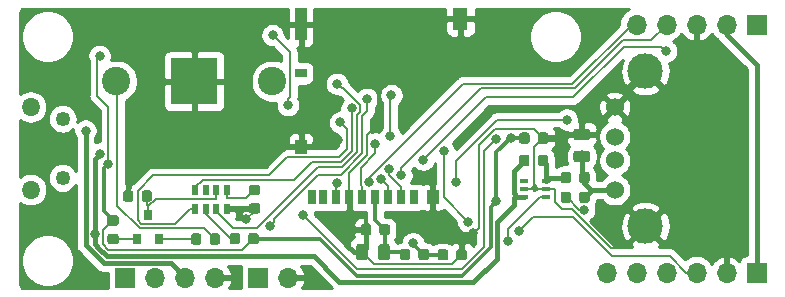
<source format=gbl>
G04 #@! TF.GenerationSoftware,KiCad,Pcbnew,(5.1.2)-1*
G04 #@! TF.CreationDate,2022-02-25T21:01:52+09:00*
G04 #@! TF.ProjectId,wcc,7763632e-6b69-4636-9164-5f7063625858,v2.2*
G04 #@! TF.SameCoordinates,Original*
G04 #@! TF.FileFunction,Copper,L2,Bot*
G04 #@! TF.FilePolarity,Positive*
%FSLAX46Y46*%
G04 Gerber Fmt 4.6, Leading zero omitted, Abs format (unit mm)*
G04 Created by KiCad (PCBNEW (5.1.2)-1) date 2022-02-25 21:01:52*
%MOMM*%
%LPD*%
G04 APERTURE LIST*
%ADD10C,0.100000*%
%ADD11C,0.975000*%
%ADD12R,0.650000X0.400000*%
%ADD13C,0.875000*%
%ADD14R,0.500000X0.900000*%
%ADD15O,1.700000X1.700000*%
%ADD16R,1.700000X1.700000*%
%ADD17O,1.550000X1.550000*%
%ADD18O,1.250000X1.250000*%
%ADD19R,1.300000X1.900000*%
%ADD20R,1.000000X2.800000*%
%ADD21R,1.000000X0.800000*%
%ADD22R,1.000000X1.200000*%
%ADD23R,0.700000X1.200000*%
%ADD24R,0.800000X0.900000*%
%ADD25R,4.000000X4.000000*%
%ADD26C,2.400000*%
%ADD27C,3.000000*%
%ADD28C,1.524000*%
%ADD29C,0.800000*%
%ADD30C,0.200000*%
%ADD31C,0.400000*%
%ADD32C,0.350000*%
%ADD33C,0.300000*%
%ADD34C,0.254000*%
G04 APERTURE END LIST*
D10*
G36*
X178680142Y-140806174D02*
G01*
X178703803Y-140809684D01*
X178727007Y-140815496D01*
X178749529Y-140823554D01*
X178771153Y-140833782D01*
X178791670Y-140846079D01*
X178810883Y-140860329D01*
X178828607Y-140876393D01*
X178844671Y-140894117D01*
X178858921Y-140913330D01*
X178871218Y-140933847D01*
X178881446Y-140955471D01*
X178889504Y-140977993D01*
X178895316Y-141001197D01*
X178898826Y-141024858D01*
X178900000Y-141048750D01*
X178900000Y-141536250D01*
X178898826Y-141560142D01*
X178895316Y-141583803D01*
X178889504Y-141607007D01*
X178881446Y-141629529D01*
X178871218Y-141651153D01*
X178858921Y-141671670D01*
X178844671Y-141690883D01*
X178828607Y-141708607D01*
X178810883Y-141724671D01*
X178791670Y-141738921D01*
X178771153Y-141751218D01*
X178749529Y-141761446D01*
X178727007Y-141769504D01*
X178703803Y-141775316D01*
X178680142Y-141778826D01*
X178656250Y-141780000D01*
X177743750Y-141780000D01*
X177719858Y-141778826D01*
X177696197Y-141775316D01*
X177672993Y-141769504D01*
X177650471Y-141761446D01*
X177628847Y-141751218D01*
X177608330Y-141738921D01*
X177589117Y-141724671D01*
X177571393Y-141708607D01*
X177555329Y-141690883D01*
X177541079Y-141671670D01*
X177528782Y-141651153D01*
X177518554Y-141629529D01*
X177510496Y-141607007D01*
X177504684Y-141583803D01*
X177501174Y-141560142D01*
X177500000Y-141536250D01*
X177500000Y-141048750D01*
X177501174Y-141024858D01*
X177504684Y-141001197D01*
X177510496Y-140977993D01*
X177518554Y-140955471D01*
X177528782Y-140933847D01*
X177541079Y-140913330D01*
X177555329Y-140894117D01*
X177571393Y-140876393D01*
X177589117Y-140860329D01*
X177608330Y-140846079D01*
X177628847Y-140833782D01*
X177650471Y-140823554D01*
X177672993Y-140815496D01*
X177696197Y-140809684D01*
X177719858Y-140806174D01*
X177743750Y-140805000D01*
X178656250Y-140805000D01*
X178680142Y-140806174D01*
X178680142Y-140806174D01*
G37*
D11*
X178200000Y-141292500D03*
D10*
G36*
X178680142Y-142681174D02*
G01*
X178703803Y-142684684D01*
X178727007Y-142690496D01*
X178749529Y-142698554D01*
X178771153Y-142708782D01*
X178791670Y-142721079D01*
X178810883Y-142735329D01*
X178828607Y-142751393D01*
X178844671Y-142769117D01*
X178858921Y-142788330D01*
X178871218Y-142808847D01*
X178881446Y-142830471D01*
X178889504Y-142852993D01*
X178895316Y-142876197D01*
X178898826Y-142899858D01*
X178900000Y-142923750D01*
X178900000Y-143411250D01*
X178898826Y-143435142D01*
X178895316Y-143458803D01*
X178889504Y-143482007D01*
X178881446Y-143504529D01*
X178871218Y-143526153D01*
X178858921Y-143546670D01*
X178844671Y-143565883D01*
X178828607Y-143583607D01*
X178810883Y-143599671D01*
X178791670Y-143613921D01*
X178771153Y-143626218D01*
X178749529Y-143636446D01*
X178727007Y-143644504D01*
X178703803Y-143650316D01*
X178680142Y-143653826D01*
X178656250Y-143655000D01*
X177743750Y-143655000D01*
X177719858Y-143653826D01*
X177696197Y-143650316D01*
X177672993Y-143644504D01*
X177650471Y-143636446D01*
X177628847Y-143626218D01*
X177608330Y-143613921D01*
X177589117Y-143599671D01*
X177571393Y-143583607D01*
X177555329Y-143565883D01*
X177541079Y-143546670D01*
X177528782Y-143526153D01*
X177518554Y-143504529D01*
X177510496Y-143482007D01*
X177504684Y-143458803D01*
X177501174Y-143435142D01*
X177500000Y-143411250D01*
X177500000Y-142923750D01*
X177501174Y-142899858D01*
X177504684Y-142876197D01*
X177510496Y-142852993D01*
X177518554Y-142830471D01*
X177528782Y-142808847D01*
X177541079Y-142788330D01*
X177555329Y-142769117D01*
X177571393Y-142751393D01*
X177589117Y-142735329D01*
X177608330Y-142721079D01*
X177628847Y-142708782D01*
X177650471Y-142698554D01*
X177672993Y-142690496D01*
X177696197Y-142684684D01*
X177719858Y-142681174D01*
X177743750Y-142680000D01*
X178656250Y-142680000D01*
X178680142Y-142681174D01*
X178680142Y-142681174D01*
G37*
D11*
X178200000Y-143167500D03*
D12*
X173300000Y-145270000D03*
X173300000Y-146570000D03*
X175200000Y-145920000D03*
X173300000Y-145920000D03*
X175200000Y-146570000D03*
X175200000Y-145270000D03*
D10*
G36*
X175155691Y-143026053D02*
G01*
X175176926Y-143029203D01*
X175197750Y-143034419D01*
X175217962Y-143041651D01*
X175237368Y-143050830D01*
X175255781Y-143061866D01*
X175273024Y-143074654D01*
X175288930Y-143089070D01*
X175303346Y-143104976D01*
X175316134Y-143122219D01*
X175327170Y-143140632D01*
X175336349Y-143160038D01*
X175343581Y-143180250D01*
X175348797Y-143201074D01*
X175351947Y-143222309D01*
X175353000Y-143243750D01*
X175353000Y-143756250D01*
X175351947Y-143777691D01*
X175348797Y-143798926D01*
X175343581Y-143819750D01*
X175336349Y-143839962D01*
X175327170Y-143859368D01*
X175316134Y-143877781D01*
X175303346Y-143895024D01*
X175288930Y-143910930D01*
X175273024Y-143925346D01*
X175255781Y-143938134D01*
X175237368Y-143949170D01*
X175217962Y-143958349D01*
X175197750Y-143965581D01*
X175176926Y-143970797D01*
X175155691Y-143973947D01*
X175134250Y-143975000D01*
X174696750Y-143975000D01*
X174675309Y-143973947D01*
X174654074Y-143970797D01*
X174633250Y-143965581D01*
X174613038Y-143958349D01*
X174593632Y-143949170D01*
X174575219Y-143938134D01*
X174557976Y-143925346D01*
X174542070Y-143910930D01*
X174527654Y-143895024D01*
X174514866Y-143877781D01*
X174503830Y-143859368D01*
X174494651Y-143839962D01*
X174487419Y-143819750D01*
X174482203Y-143798926D01*
X174479053Y-143777691D01*
X174478000Y-143756250D01*
X174478000Y-143243750D01*
X174479053Y-143222309D01*
X174482203Y-143201074D01*
X174487419Y-143180250D01*
X174494651Y-143160038D01*
X174503830Y-143140632D01*
X174514866Y-143122219D01*
X174527654Y-143104976D01*
X174542070Y-143089070D01*
X174557976Y-143074654D01*
X174575219Y-143061866D01*
X174593632Y-143050830D01*
X174613038Y-143041651D01*
X174633250Y-143034419D01*
X174654074Y-143029203D01*
X174675309Y-143026053D01*
X174696750Y-143025000D01*
X175134250Y-143025000D01*
X175155691Y-143026053D01*
X175155691Y-143026053D01*
G37*
D13*
X174915500Y-143500000D03*
D10*
G36*
X173580691Y-143026053D02*
G01*
X173601926Y-143029203D01*
X173622750Y-143034419D01*
X173642962Y-143041651D01*
X173662368Y-143050830D01*
X173680781Y-143061866D01*
X173698024Y-143074654D01*
X173713930Y-143089070D01*
X173728346Y-143104976D01*
X173741134Y-143122219D01*
X173752170Y-143140632D01*
X173761349Y-143160038D01*
X173768581Y-143180250D01*
X173773797Y-143201074D01*
X173776947Y-143222309D01*
X173778000Y-143243750D01*
X173778000Y-143756250D01*
X173776947Y-143777691D01*
X173773797Y-143798926D01*
X173768581Y-143819750D01*
X173761349Y-143839962D01*
X173752170Y-143859368D01*
X173741134Y-143877781D01*
X173728346Y-143895024D01*
X173713930Y-143910930D01*
X173698024Y-143925346D01*
X173680781Y-143938134D01*
X173662368Y-143949170D01*
X173642962Y-143958349D01*
X173622750Y-143965581D01*
X173601926Y-143970797D01*
X173580691Y-143973947D01*
X173559250Y-143975000D01*
X173121750Y-143975000D01*
X173100309Y-143973947D01*
X173079074Y-143970797D01*
X173058250Y-143965581D01*
X173038038Y-143958349D01*
X173018632Y-143949170D01*
X173000219Y-143938134D01*
X172982976Y-143925346D01*
X172967070Y-143910930D01*
X172952654Y-143895024D01*
X172939866Y-143877781D01*
X172928830Y-143859368D01*
X172919651Y-143839962D01*
X172912419Y-143819750D01*
X172907203Y-143798926D01*
X172904053Y-143777691D01*
X172903000Y-143756250D01*
X172903000Y-143243750D01*
X172904053Y-143222309D01*
X172907203Y-143201074D01*
X172912419Y-143180250D01*
X172919651Y-143160038D01*
X172928830Y-143140632D01*
X172939866Y-143122219D01*
X172952654Y-143104976D01*
X172967070Y-143089070D01*
X172982976Y-143074654D01*
X173000219Y-143061866D01*
X173018632Y-143050830D01*
X173038038Y-143041651D01*
X173058250Y-143034419D01*
X173079074Y-143029203D01*
X173100309Y-143026053D01*
X173121750Y-143025000D01*
X173559250Y-143025000D01*
X173580691Y-143026053D01*
X173580691Y-143026053D01*
G37*
D13*
X173340500Y-143500000D03*
D10*
G36*
X178665691Y-144476053D02*
G01*
X178686926Y-144479203D01*
X178707750Y-144484419D01*
X178727962Y-144491651D01*
X178747368Y-144500830D01*
X178765781Y-144511866D01*
X178783024Y-144524654D01*
X178798930Y-144539070D01*
X178813346Y-144554976D01*
X178826134Y-144572219D01*
X178837170Y-144590632D01*
X178846349Y-144610038D01*
X178853581Y-144630250D01*
X178858797Y-144651074D01*
X178861947Y-144672309D01*
X178863000Y-144693750D01*
X178863000Y-145206250D01*
X178861947Y-145227691D01*
X178858797Y-145248926D01*
X178853581Y-145269750D01*
X178846349Y-145289962D01*
X178837170Y-145309368D01*
X178826134Y-145327781D01*
X178813346Y-145345024D01*
X178798930Y-145360930D01*
X178783024Y-145375346D01*
X178765781Y-145388134D01*
X178747368Y-145399170D01*
X178727962Y-145408349D01*
X178707750Y-145415581D01*
X178686926Y-145420797D01*
X178665691Y-145423947D01*
X178644250Y-145425000D01*
X178206750Y-145425000D01*
X178185309Y-145423947D01*
X178164074Y-145420797D01*
X178143250Y-145415581D01*
X178123038Y-145408349D01*
X178103632Y-145399170D01*
X178085219Y-145388134D01*
X178067976Y-145375346D01*
X178052070Y-145360930D01*
X178037654Y-145345024D01*
X178024866Y-145327781D01*
X178013830Y-145309368D01*
X178004651Y-145289962D01*
X177997419Y-145269750D01*
X177992203Y-145248926D01*
X177989053Y-145227691D01*
X177988000Y-145206250D01*
X177988000Y-144693750D01*
X177989053Y-144672309D01*
X177992203Y-144651074D01*
X177997419Y-144630250D01*
X178004651Y-144610038D01*
X178013830Y-144590632D01*
X178024866Y-144572219D01*
X178037654Y-144554976D01*
X178052070Y-144539070D01*
X178067976Y-144524654D01*
X178085219Y-144511866D01*
X178103632Y-144500830D01*
X178123038Y-144491651D01*
X178143250Y-144484419D01*
X178164074Y-144479203D01*
X178185309Y-144476053D01*
X178206750Y-144475000D01*
X178644250Y-144475000D01*
X178665691Y-144476053D01*
X178665691Y-144476053D01*
G37*
D13*
X178425500Y-144950000D03*
D10*
G36*
X177090691Y-144476053D02*
G01*
X177111926Y-144479203D01*
X177132750Y-144484419D01*
X177152962Y-144491651D01*
X177172368Y-144500830D01*
X177190781Y-144511866D01*
X177208024Y-144524654D01*
X177223930Y-144539070D01*
X177238346Y-144554976D01*
X177251134Y-144572219D01*
X177262170Y-144590632D01*
X177271349Y-144610038D01*
X177278581Y-144630250D01*
X177283797Y-144651074D01*
X177286947Y-144672309D01*
X177288000Y-144693750D01*
X177288000Y-145206250D01*
X177286947Y-145227691D01*
X177283797Y-145248926D01*
X177278581Y-145269750D01*
X177271349Y-145289962D01*
X177262170Y-145309368D01*
X177251134Y-145327781D01*
X177238346Y-145345024D01*
X177223930Y-145360930D01*
X177208024Y-145375346D01*
X177190781Y-145388134D01*
X177172368Y-145399170D01*
X177152962Y-145408349D01*
X177132750Y-145415581D01*
X177111926Y-145420797D01*
X177090691Y-145423947D01*
X177069250Y-145425000D01*
X176631750Y-145425000D01*
X176610309Y-145423947D01*
X176589074Y-145420797D01*
X176568250Y-145415581D01*
X176548038Y-145408349D01*
X176528632Y-145399170D01*
X176510219Y-145388134D01*
X176492976Y-145375346D01*
X176477070Y-145360930D01*
X176462654Y-145345024D01*
X176449866Y-145327781D01*
X176438830Y-145309368D01*
X176429651Y-145289962D01*
X176422419Y-145269750D01*
X176417203Y-145248926D01*
X176414053Y-145227691D01*
X176413000Y-145206250D01*
X176413000Y-144693750D01*
X176414053Y-144672309D01*
X176417203Y-144651074D01*
X176422419Y-144630250D01*
X176429651Y-144610038D01*
X176438830Y-144590632D01*
X176449866Y-144572219D01*
X176462654Y-144554976D01*
X176477070Y-144539070D01*
X176492976Y-144524654D01*
X176510219Y-144511866D01*
X176528632Y-144500830D01*
X176548038Y-144491651D01*
X176568250Y-144484419D01*
X176589074Y-144479203D01*
X176610309Y-144476053D01*
X176631750Y-144475000D01*
X177069250Y-144475000D01*
X177090691Y-144476053D01*
X177090691Y-144476053D01*
G37*
D13*
X176850500Y-144950000D03*
D14*
X145460000Y-147590000D03*
X146360000Y-147590000D03*
X147260000Y-147590000D03*
X148160000Y-147590000D03*
X148160000Y-145990000D03*
X147260000Y-145990000D03*
X146360000Y-145990000D03*
X145460000Y-145990000D03*
D10*
G36*
X178665691Y-146146053D02*
G01*
X178686926Y-146149203D01*
X178707750Y-146154419D01*
X178727962Y-146161651D01*
X178747368Y-146170830D01*
X178765781Y-146181866D01*
X178783024Y-146194654D01*
X178798930Y-146209070D01*
X178813346Y-146224976D01*
X178826134Y-146242219D01*
X178837170Y-146260632D01*
X178846349Y-146280038D01*
X178853581Y-146300250D01*
X178858797Y-146321074D01*
X178861947Y-146342309D01*
X178863000Y-146363750D01*
X178863000Y-146876250D01*
X178861947Y-146897691D01*
X178858797Y-146918926D01*
X178853581Y-146939750D01*
X178846349Y-146959962D01*
X178837170Y-146979368D01*
X178826134Y-146997781D01*
X178813346Y-147015024D01*
X178798930Y-147030930D01*
X178783024Y-147045346D01*
X178765781Y-147058134D01*
X178747368Y-147069170D01*
X178727962Y-147078349D01*
X178707750Y-147085581D01*
X178686926Y-147090797D01*
X178665691Y-147093947D01*
X178644250Y-147095000D01*
X178206750Y-147095000D01*
X178185309Y-147093947D01*
X178164074Y-147090797D01*
X178143250Y-147085581D01*
X178123038Y-147078349D01*
X178103632Y-147069170D01*
X178085219Y-147058134D01*
X178067976Y-147045346D01*
X178052070Y-147030930D01*
X178037654Y-147015024D01*
X178024866Y-146997781D01*
X178013830Y-146979368D01*
X178004651Y-146959962D01*
X177997419Y-146939750D01*
X177992203Y-146918926D01*
X177989053Y-146897691D01*
X177988000Y-146876250D01*
X177988000Y-146363750D01*
X177989053Y-146342309D01*
X177992203Y-146321074D01*
X177997419Y-146300250D01*
X178004651Y-146280038D01*
X178013830Y-146260632D01*
X178024866Y-146242219D01*
X178037654Y-146224976D01*
X178052070Y-146209070D01*
X178067976Y-146194654D01*
X178085219Y-146181866D01*
X178103632Y-146170830D01*
X178123038Y-146161651D01*
X178143250Y-146154419D01*
X178164074Y-146149203D01*
X178185309Y-146146053D01*
X178206750Y-146145000D01*
X178644250Y-146145000D01*
X178665691Y-146146053D01*
X178665691Y-146146053D01*
G37*
D13*
X178425500Y-146620000D03*
D10*
G36*
X177090691Y-146146053D02*
G01*
X177111926Y-146149203D01*
X177132750Y-146154419D01*
X177152962Y-146161651D01*
X177172368Y-146170830D01*
X177190781Y-146181866D01*
X177208024Y-146194654D01*
X177223930Y-146209070D01*
X177238346Y-146224976D01*
X177251134Y-146242219D01*
X177262170Y-146260632D01*
X177271349Y-146280038D01*
X177278581Y-146300250D01*
X177283797Y-146321074D01*
X177286947Y-146342309D01*
X177288000Y-146363750D01*
X177288000Y-146876250D01*
X177286947Y-146897691D01*
X177283797Y-146918926D01*
X177278581Y-146939750D01*
X177271349Y-146959962D01*
X177262170Y-146979368D01*
X177251134Y-146997781D01*
X177238346Y-147015024D01*
X177223930Y-147030930D01*
X177208024Y-147045346D01*
X177190781Y-147058134D01*
X177172368Y-147069170D01*
X177152962Y-147078349D01*
X177132750Y-147085581D01*
X177111926Y-147090797D01*
X177090691Y-147093947D01*
X177069250Y-147095000D01*
X176631750Y-147095000D01*
X176610309Y-147093947D01*
X176589074Y-147090797D01*
X176568250Y-147085581D01*
X176548038Y-147078349D01*
X176528632Y-147069170D01*
X176510219Y-147058134D01*
X176492976Y-147045346D01*
X176477070Y-147030930D01*
X176462654Y-147015024D01*
X176449866Y-146997781D01*
X176438830Y-146979368D01*
X176429651Y-146959962D01*
X176422419Y-146939750D01*
X176417203Y-146918926D01*
X176414053Y-146897691D01*
X176413000Y-146876250D01*
X176413000Y-146363750D01*
X176414053Y-146342309D01*
X176417203Y-146321074D01*
X176422419Y-146300250D01*
X176429651Y-146280038D01*
X176438830Y-146260632D01*
X176449866Y-146242219D01*
X176462654Y-146224976D01*
X176477070Y-146209070D01*
X176492976Y-146194654D01*
X176510219Y-146181866D01*
X176528632Y-146170830D01*
X176548038Y-146161651D01*
X176568250Y-146154419D01*
X176589074Y-146149203D01*
X176610309Y-146146053D01*
X176631750Y-146145000D01*
X177069250Y-146145000D01*
X177090691Y-146146053D01*
X177090691Y-146146053D01*
G37*
D13*
X176850500Y-146620000D03*
D15*
X180300000Y-153000000D03*
X182840000Y-153000000D03*
X185380000Y-153000000D03*
X187920000Y-153000000D03*
X190460000Y-153000000D03*
D16*
X193000000Y-153000000D03*
D17*
X131550000Y-138980000D03*
X131550000Y-145980000D03*
D18*
X134250000Y-139980000D03*
X134250000Y-144980000D03*
D10*
G36*
X168257691Y-151026053D02*
G01*
X168278926Y-151029203D01*
X168299750Y-151034419D01*
X168319962Y-151041651D01*
X168339368Y-151050830D01*
X168357781Y-151061866D01*
X168375024Y-151074654D01*
X168390930Y-151089070D01*
X168405346Y-151104976D01*
X168418134Y-151122219D01*
X168429170Y-151140632D01*
X168438349Y-151160038D01*
X168445581Y-151180250D01*
X168450797Y-151201074D01*
X168453947Y-151222309D01*
X168455000Y-151243750D01*
X168455000Y-151756250D01*
X168453947Y-151777691D01*
X168450797Y-151798926D01*
X168445581Y-151819750D01*
X168438349Y-151839962D01*
X168429170Y-151859368D01*
X168418134Y-151877781D01*
X168405346Y-151895024D01*
X168390930Y-151910930D01*
X168375024Y-151925346D01*
X168357781Y-151938134D01*
X168339368Y-151949170D01*
X168319962Y-151958349D01*
X168299750Y-151965581D01*
X168278926Y-151970797D01*
X168257691Y-151973947D01*
X168236250Y-151975000D01*
X167798750Y-151975000D01*
X167777309Y-151973947D01*
X167756074Y-151970797D01*
X167735250Y-151965581D01*
X167715038Y-151958349D01*
X167695632Y-151949170D01*
X167677219Y-151938134D01*
X167659976Y-151925346D01*
X167644070Y-151910930D01*
X167629654Y-151895024D01*
X167616866Y-151877781D01*
X167605830Y-151859368D01*
X167596651Y-151839962D01*
X167589419Y-151819750D01*
X167584203Y-151798926D01*
X167581053Y-151777691D01*
X167580000Y-151756250D01*
X167580000Y-151243750D01*
X167581053Y-151222309D01*
X167584203Y-151201074D01*
X167589419Y-151180250D01*
X167596651Y-151160038D01*
X167605830Y-151140632D01*
X167616866Y-151122219D01*
X167629654Y-151104976D01*
X167644070Y-151089070D01*
X167659976Y-151074654D01*
X167677219Y-151061866D01*
X167695632Y-151050830D01*
X167715038Y-151041651D01*
X167735250Y-151034419D01*
X167756074Y-151029203D01*
X167777309Y-151026053D01*
X167798750Y-151025000D01*
X168236250Y-151025000D01*
X168257691Y-151026053D01*
X168257691Y-151026053D01*
G37*
D13*
X168017500Y-151500000D03*
D10*
G36*
X166682691Y-151026053D02*
G01*
X166703926Y-151029203D01*
X166724750Y-151034419D01*
X166744962Y-151041651D01*
X166764368Y-151050830D01*
X166782781Y-151061866D01*
X166800024Y-151074654D01*
X166815930Y-151089070D01*
X166830346Y-151104976D01*
X166843134Y-151122219D01*
X166854170Y-151140632D01*
X166863349Y-151160038D01*
X166870581Y-151180250D01*
X166875797Y-151201074D01*
X166878947Y-151222309D01*
X166880000Y-151243750D01*
X166880000Y-151756250D01*
X166878947Y-151777691D01*
X166875797Y-151798926D01*
X166870581Y-151819750D01*
X166863349Y-151839962D01*
X166854170Y-151859368D01*
X166843134Y-151877781D01*
X166830346Y-151895024D01*
X166815930Y-151910930D01*
X166800024Y-151925346D01*
X166782781Y-151938134D01*
X166764368Y-151949170D01*
X166744962Y-151958349D01*
X166724750Y-151965581D01*
X166703926Y-151970797D01*
X166682691Y-151973947D01*
X166661250Y-151975000D01*
X166223750Y-151975000D01*
X166202309Y-151973947D01*
X166181074Y-151970797D01*
X166160250Y-151965581D01*
X166140038Y-151958349D01*
X166120632Y-151949170D01*
X166102219Y-151938134D01*
X166084976Y-151925346D01*
X166069070Y-151910930D01*
X166054654Y-151895024D01*
X166041866Y-151877781D01*
X166030830Y-151859368D01*
X166021651Y-151839962D01*
X166014419Y-151819750D01*
X166009203Y-151798926D01*
X166006053Y-151777691D01*
X166005000Y-151756250D01*
X166005000Y-151243750D01*
X166006053Y-151222309D01*
X166009203Y-151201074D01*
X166014419Y-151180250D01*
X166021651Y-151160038D01*
X166030830Y-151140632D01*
X166041866Y-151122219D01*
X166054654Y-151104976D01*
X166069070Y-151089070D01*
X166084976Y-151074654D01*
X166102219Y-151061866D01*
X166120632Y-151050830D01*
X166140038Y-151041651D01*
X166160250Y-151034419D01*
X166181074Y-151029203D01*
X166202309Y-151026053D01*
X166223750Y-151025000D01*
X166661250Y-151025000D01*
X166682691Y-151026053D01*
X166682691Y-151026053D01*
G37*
D13*
X166442500Y-151500000D03*
D15*
X153340000Y-153450000D03*
D16*
X150800000Y-153450000D03*
D15*
X147180000Y-153450000D03*
X144640000Y-153450000D03*
X142100000Y-153450000D03*
D16*
X139560000Y-153450000D03*
D19*
X167935000Y-131525000D03*
D20*
X154435000Y-131975000D03*
D21*
X154435000Y-136125000D03*
D22*
X154435000Y-142325000D03*
X165585000Y-146625000D03*
D23*
X157435000Y-146625000D03*
X158535000Y-146625000D03*
X159635000Y-146625000D03*
X160735000Y-146625000D03*
X161835000Y-146625000D03*
X162935000Y-146625000D03*
X164035000Y-146625000D03*
X156335000Y-146625000D03*
X155385000Y-146625000D03*
D10*
G36*
X149074691Y-149646053D02*
G01*
X149095926Y-149649203D01*
X149116750Y-149654419D01*
X149136962Y-149661651D01*
X149156368Y-149670830D01*
X149174781Y-149681866D01*
X149192024Y-149694654D01*
X149207930Y-149709070D01*
X149222346Y-149724976D01*
X149235134Y-149742219D01*
X149246170Y-149760632D01*
X149255349Y-149780038D01*
X149262581Y-149800250D01*
X149267797Y-149821074D01*
X149270947Y-149842309D01*
X149272000Y-149863750D01*
X149272000Y-150376250D01*
X149270947Y-150397691D01*
X149267797Y-150418926D01*
X149262581Y-150439750D01*
X149255349Y-150459962D01*
X149246170Y-150479368D01*
X149235134Y-150497781D01*
X149222346Y-150515024D01*
X149207930Y-150530930D01*
X149192024Y-150545346D01*
X149174781Y-150558134D01*
X149156368Y-150569170D01*
X149136962Y-150578349D01*
X149116750Y-150585581D01*
X149095926Y-150590797D01*
X149074691Y-150593947D01*
X149053250Y-150595000D01*
X148615750Y-150595000D01*
X148594309Y-150593947D01*
X148573074Y-150590797D01*
X148552250Y-150585581D01*
X148532038Y-150578349D01*
X148512632Y-150569170D01*
X148494219Y-150558134D01*
X148476976Y-150545346D01*
X148461070Y-150530930D01*
X148446654Y-150515024D01*
X148433866Y-150497781D01*
X148422830Y-150479368D01*
X148413651Y-150459962D01*
X148406419Y-150439750D01*
X148401203Y-150418926D01*
X148398053Y-150397691D01*
X148397000Y-150376250D01*
X148397000Y-149863750D01*
X148398053Y-149842309D01*
X148401203Y-149821074D01*
X148406419Y-149800250D01*
X148413651Y-149780038D01*
X148422830Y-149760632D01*
X148433866Y-149742219D01*
X148446654Y-149724976D01*
X148461070Y-149709070D01*
X148476976Y-149694654D01*
X148494219Y-149681866D01*
X148512632Y-149670830D01*
X148532038Y-149661651D01*
X148552250Y-149654419D01*
X148573074Y-149649203D01*
X148594309Y-149646053D01*
X148615750Y-149645000D01*
X149053250Y-149645000D01*
X149074691Y-149646053D01*
X149074691Y-149646053D01*
G37*
D13*
X148834500Y-150120000D03*
D10*
G36*
X150649691Y-149646053D02*
G01*
X150670926Y-149649203D01*
X150691750Y-149654419D01*
X150711962Y-149661651D01*
X150731368Y-149670830D01*
X150749781Y-149681866D01*
X150767024Y-149694654D01*
X150782930Y-149709070D01*
X150797346Y-149724976D01*
X150810134Y-149742219D01*
X150821170Y-149760632D01*
X150830349Y-149780038D01*
X150837581Y-149800250D01*
X150842797Y-149821074D01*
X150845947Y-149842309D01*
X150847000Y-149863750D01*
X150847000Y-150376250D01*
X150845947Y-150397691D01*
X150842797Y-150418926D01*
X150837581Y-150439750D01*
X150830349Y-150459962D01*
X150821170Y-150479368D01*
X150810134Y-150497781D01*
X150797346Y-150515024D01*
X150782930Y-150530930D01*
X150767024Y-150545346D01*
X150749781Y-150558134D01*
X150731368Y-150569170D01*
X150711962Y-150578349D01*
X150691750Y-150585581D01*
X150670926Y-150590797D01*
X150649691Y-150593947D01*
X150628250Y-150595000D01*
X150190750Y-150595000D01*
X150169309Y-150593947D01*
X150148074Y-150590797D01*
X150127250Y-150585581D01*
X150107038Y-150578349D01*
X150087632Y-150569170D01*
X150069219Y-150558134D01*
X150051976Y-150545346D01*
X150036070Y-150530930D01*
X150021654Y-150515024D01*
X150008866Y-150497781D01*
X149997830Y-150479368D01*
X149988651Y-150459962D01*
X149981419Y-150439750D01*
X149976203Y-150418926D01*
X149973053Y-150397691D01*
X149972000Y-150376250D01*
X149972000Y-149863750D01*
X149973053Y-149842309D01*
X149976203Y-149821074D01*
X149981419Y-149800250D01*
X149988651Y-149780038D01*
X149997830Y-149760632D01*
X150008866Y-149742219D01*
X150021654Y-149724976D01*
X150036070Y-149709070D01*
X150051976Y-149694654D01*
X150069219Y-149681866D01*
X150087632Y-149670830D01*
X150107038Y-149661651D01*
X150127250Y-149654419D01*
X150148074Y-149649203D01*
X150169309Y-149646053D01*
X150190750Y-149645000D01*
X150628250Y-149645000D01*
X150649691Y-149646053D01*
X150649691Y-149646053D01*
G37*
D13*
X150409500Y-150120000D03*
D10*
G36*
X138797691Y-148148053D02*
G01*
X138818926Y-148151203D01*
X138839750Y-148156419D01*
X138859962Y-148163651D01*
X138879368Y-148172830D01*
X138897781Y-148183866D01*
X138915024Y-148196654D01*
X138930930Y-148211070D01*
X138945346Y-148226976D01*
X138958134Y-148244219D01*
X138969170Y-148262632D01*
X138978349Y-148282038D01*
X138985581Y-148302250D01*
X138990797Y-148323074D01*
X138993947Y-148344309D01*
X138995000Y-148365750D01*
X138995000Y-148803250D01*
X138993947Y-148824691D01*
X138990797Y-148845926D01*
X138985581Y-148866750D01*
X138978349Y-148886962D01*
X138969170Y-148906368D01*
X138958134Y-148924781D01*
X138945346Y-148942024D01*
X138930930Y-148957930D01*
X138915024Y-148972346D01*
X138897781Y-148985134D01*
X138879368Y-148996170D01*
X138859962Y-149005349D01*
X138839750Y-149012581D01*
X138818926Y-149017797D01*
X138797691Y-149020947D01*
X138776250Y-149022000D01*
X138263750Y-149022000D01*
X138242309Y-149020947D01*
X138221074Y-149017797D01*
X138200250Y-149012581D01*
X138180038Y-149005349D01*
X138160632Y-148996170D01*
X138142219Y-148985134D01*
X138124976Y-148972346D01*
X138109070Y-148957930D01*
X138094654Y-148942024D01*
X138081866Y-148924781D01*
X138070830Y-148906368D01*
X138061651Y-148886962D01*
X138054419Y-148866750D01*
X138049203Y-148845926D01*
X138046053Y-148824691D01*
X138045000Y-148803250D01*
X138045000Y-148365750D01*
X138046053Y-148344309D01*
X138049203Y-148323074D01*
X138054419Y-148302250D01*
X138061651Y-148282038D01*
X138070830Y-148262632D01*
X138081866Y-148244219D01*
X138094654Y-148226976D01*
X138109070Y-148211070D01*
X138124976Y-148196654D01*
X138142219Y-148183866D01*
X138160632Y-148172830D01*
X138180038Y-148163651D01*
X138200250Y-148156419D01*
X138221074Y-148151203D01*
X138242309Y-148148053D01*
X138263750Y-148147000D01*
X138776250Y-148147000D01*
X138797691Y-148148053D01*
X138797691Y-148148053D01*
G37*
D13*
X138520000Y-148584500D03*
D10*
G36*
X138797691Y-149723053D02*
G01*
X138818926Y-149726203D01*
X138839750Y-149731419D01*
X138859962Y-149738651D01*
X138879368Y-149747830D01*
X138897781Y-149758866D01*
X138915024Y-149771654D01*
X138930930Y-149786070D01*
X138945346Y-149801976D01*
X138958134Y-149819219D01*
X138969170Y-149837632D01*
X138978349Y-149857038D01*
X138985581Y-149877250D01*
X138990797Y-149898074D01*
X138993947Y-149919309D01*
X138995000Y-149940750D01*
X138995000Y-150378250D01*
X138993947Y-150399691D01*
X138990797Y-150420926D01*
X138985581Y-150441750D01*
X138978349Y-150461962D01*
X138969170Y-150481368D01*
X138958134Y-150499781D01*
X138945346Y-150517024D01*
X138930930Y-150532930D01*
X138915024Y-150547346D01*
X138897781Y-150560134D01*
X138879368Y-150571170D01*
X138859962Y-150580349D01*
X138839750Y-150587581D01*
X138818926Y-150592797D01*
X138797691Y-150595947D01*
X138776250Y-150597000D01*
X138263750Y-150597000D01*
X138242309Y-150595947D01*
X138221074Y-150592797D01*
X138200250Y-150587581D01*
X138180038Y-150580349D01*
X138160632Y-150571170D01*
X138142219Y-150560134D01*
X138124976Y-150547346D01*
X138109070Y-150532930D01*
X138094654Y-150517024D01*
X138081866Y-150499781D01*
X138070830Y-150481368D01*
X138061651Y-150461962D01*
X138054419Y-150441750D01*
X138049203Y-150420926D01*
X138046053Y-150399691D01*
X138045000Y-150378250D01*
X138045000Y-149940750D01*
X138046053Y-149919309D01*
X138049203Y-149898074D01*
X138054419Y-149877250D01*
X138061651Y-149857038D01*
X138070830Y-149837632D01*
X138081866Y-149819219D01*
X138094654Y-149801976D01*
X138109070Y-149786070D01*
X138124976Y-149771654D01*
X138142219Y-149758866D01*
X138160632Y-149747830D01*
X138180038Y-149738651D01*
X138200250Y-149731419D01*
X138221074Y-149726203D01*
X138242309Y-149723053D01*
X138263750Y-149722000D01*
X138776250Y-149722000D01*
X138797691Y-149723053D01*
X138797691Y-149723053D01*
G37*
D13*
X138520000Y-150159500D03*
D10*
G36*
X150777691Y-147131053D02*
G01*
X150798926Y-147134203D01*
X150819750Y-147139419D01*
X150839962Y-147146651D01*
X150859368Y-147155830D01*
X150877781Y-147166866D01*
X150895024Y-147179654D01*
X150910930Y-147194070D01*
X150925346Y-147209976D01*
X150938134Y-147227219D01*
X150949170Y-147245632D01*
X150958349Y-147265038D01*
X150965581Y-147285250D01*
X150970797Y-147306074D01*
X150973947Y-147327309D01*
X150975000Y-147348750D01*
X150975000Y-147786250D01*
X150973947Y-147807691D01*
X150970797Y-147828926D01*
X150965581Y-147849750D01*
X150958349Y-147869962D01*
X150949170Y-147889368D01*
X150938134Y-147907781D01*
X150925346Y-147925024D01*
X150910930Y-147940930D01*
X150895024Y-147955346D01*
X150877781Y-147968134D01*
X150859368Y-147979170D01*
X150839962Y-147988349D01*
X150819750Y-147995581D01*
X150798926Y-148000797D01*
X150777691Y-148003947D01*
X150756250Y-148005000D01*
X150243750Y-148005000D01*
X150222309Y-148003947D01*
X150201074Y-148000797D01*
X150180250Y-147995581D01*
X150160038Y-147988349D01*
X150140632Y-147979170D01*
X150122219Y-147968134D01*
X150104976Y-147955346D01*
X150089070Y-147940930D01*
X150074654Y-147925024D01*
X150061866Y-147907781D01*
X150050830Y-147889368D01*
X150041651Y-147869962D01*
X150034419Y-147849750D01*
X150029203Y-147828926D01*
X150026053Y-147807691D01*
X150025000Y-147786250D01*
X150025000Y-147348750D01*
X150026053Y-147327309D01*
X150029203Y-147306074D01*
X150034419Y-147285250D01*
X150041651Y-147265038D01*
X150050830Y-147245632D01*
X150061866Y-147227219D01*
X150074654Y-147209976D01*
X150089070Y-147194070D01*
X150104976Y-147179654D01*
X150122219Y-147166866D01*
X150140632Y-147155830D01*
X150160038Y-147146651D01*
X150180250Y-147139419D01*
X150201074Y-147134203D01*
X150222309Y-147131053D01*
X150243750Y-147130000D01*
X150756250Y-147130000D01*
X150777691Y-147131053D01*
X150777691Y-147131053D01*
G37*
D13*
X150500000Y-147567500D03*
D10*
G36*
X150777691Y-145556053D02*
G01*
X150798926Y-145559203D01*
X150819750Y-145564419D01*
X150839962Y-145571651D01*
X150859368Y-145580830D01*
X150877781Y-145591866D01*
X150895024Y-145604654D01*
X150910930Y-145619070D01*
X150925346Y-145634976D01*
X150938134Y-145652219D01*
X150949170Y-145670632D01*
X150958349Y-145690038D01*
X150965581Y-145710250D01*
X150970797Y-145731074D01*
X150973947Y-145752309D01*
X150975000Y-145773750D01*
X150975000Y-146211250D01*
X150973947Y-146232691D01*
X150970797Y-146253926D01*
X150965581Y-146274750D01*
X150958349Y-146294962D01*
X150949170Y-146314368D01*
X150938134Y-146332781D01*
X150925346Y-146350024D01*
X150910930Y-146365930D01*
X150895024Y-146380346D01*
X150877781Y-146393134D01*
X150859368Y-146404170D01*
X150839962Y-146413349D01*
X150819750Y-146420581D01*
X150798926Y-146425797D01*
X150777691Y-146428947D01*
X150756250Y-146430000D01*
X150243750Y-146430000D01*
X150222309Y-146428947D01*
X150201074Y-146425797D01*
X150180250Y-146420581D01*
X150160038Y-146413349D01*
X150140632Y-146404170D01*
X150122219Y-146393134D01*
X150104976Y-146380346D01*
X150089070Y-146365930D01*
X150074654Y-146350024D01*
X150061866Y-146332781D01*
X150050830Y-146314368D01*
X150041651Y-146294962D01*
X150034419Y-146274750D01*
X150029203Y-146253926D01*
X150026053Y-146232691D01*
X150025000Y-146211250D01*
X150025000Y-145773750D01*
X150026053Y-145752309D01*
X150029203Y-145731074D01*
X150034419Y-145710250D01*
X150041651Y-145690038D01*
X150050830Y-145670632D01*
X150061866Y-145652219D01*
X150074654Y-145634976D01*
X150089070Y-145619070D01*
X150104976Y-145604654D01*
X150122219Y-145591866D01*
X150140632Y-145580830D01*
X150160038Y-145571651D01*
X150180250Y-145564419D01*
X150201074Y-145559203D01*
X150222309Y-145556053D01*
X150243750Y-145555000D01*
X150756250Y-145555000D01*
X150777691Y-145556053D01*
X150777691Y-145556053D01*
G37*
D13*
X150500000Y-145992500D03*
D10*
G36*
X145800691Y-149686053D02*
G01*
X145821926Y-149689203D01*
X145842750Y-149694419D01*
X145862962Y-149701651D01*
X145882368Y-149710830D01*
X145900781Y-149721866D01*
X145918024Y-149734654D01*
X145933930Y-149749070D01*
X145948346Y-149764976D01*
X145961134Y-149782219D01*
X145972170Y-149800632D01*
X145981349Y-149820038D01*
X145988581Y-149840250D01*
X145993797Y-149861074D01*
X145996947Y-149882309D01*
X145998000Y-149903750D01*
X145998000Y-150416250D01*
X145996947Y-150437691D01*
X145993797Y-150458926D01*
X145988581Y-150479750D01*
X145981349Y-150499962D01*
X145972170Y-150519368D01*
X145961134Y-150537781D01*
X145948346Y-150555024D01*
X145933930Y-150570930D01*
X145918024Y-150585346D01*
X145900781Y-150598134D01*
X145882368Y-150609170D01*
X145862962Y-150618349D01*
X145842750Y-150625581D01*
X145821926Y-150630797D01*
X145800691Y-150633947D01*
X145779250Y-150635000D01*
X145341750Y-150635000D01*
X145320309Y-150633947D01*
X145299074Y-150630797D01*
X145278250Y-150625581D01*
X145258038Y-150618349D01*
X145238632Y-150609170D01*
X145220219Y-150598134D01*
X145202976Y-150585346D01*
X145187070Y-150570930D01*
X145172654Y-150555024D01*
X145159866Y-150537781D01*
X145148830Y-150519368D01*
X145139651Y-150499962D01*
X145132419Y-150479750D01*
X145127203Y-150458926D01*
X145124053Y-150437691D01*
X145123000Y-150416250D01*
X145123000Y-149903750D01*
X145124053Y-149882309D01*
X145127203Y-149861074D01*
X145132419Y-149840250D01*
X145139651Y-149820038D01*
X145148830Y-149800632D01*
X145159866Y-149782219D01*
X145172654Y-149764976D01*
X145187070Y-149749070D01*
X145202976Y-149734654D01*
X145220219Y-149721866D01*
X145238632Y-149710830D01*
X145258038Y-149701651D01*
X145278250Y-149694419D01*
X145299074Y-149689203D01*
X145320309Y-149686053D01*
X145341750Y-149685000D01*
X145779250Y-149685000D01*
X145800691Y-149686053D01*
X145800691Y-149686053D01*
G37*
D13*
X145560500Y-150160000D03*
D10*
G36*
X147375691Y-149686053D02*
G01*
X147396926Y-149689203D01*
X147417750Y-149694419D01*
X147437962Y-149701651D01*
X147457368Y-149710830D01*
X147475781Y-149721866D01*
X147493024Y-149734654D01*
X147508930Y-149749070D01*
X147523346Y-149764976D01*
X147536134Y-149782219D01*
X147547170Y-149800632D01*
X147556349Y-149820038D01*
X147563581Y-149840250D01*
X147568797Y-149861074D01*
X147571947Y-149882309D01*
X147573000Y-149903750D01*
X147573000Y-150416250D01*
X147571947Y-150437691D01*
X147568797Y-150458926D01*
X147563581Y-150479750D01*
X147556349Y-150499962D01*
X147547170Y-150519368D01*
X147536134Y-150537781D01*
X147523346Y-150555024D01*
X147508930Y-150570930D01*
X147493024Y-150585346D01*
X147475781Y-150598134D01*
X147457368Y-150609170D01*
X147437962Y-150618349D01*
X147417750Y-150625581D01*
X147396926Y-150630797D01*
X147375691Y-150633947D01*
X147354250Y-150635000D01*
X146916750Y-150635000D01*
X146895309Y-150633947D01*
X146874074Y-150630797D01*
X146853250Y-150625581D01*
X146833038Y-150618349D01*
X146813632Y-150609170D01*
X146795219Y-150598134D01*
X146777976Y-150585346D01*
X146762070Y-150570930D01*
X146747654Y-150555024D01*
X146734866Y-150537781D01*
X146723830Y-150519368D01*
X146714651Y-150499962D01*
X146707419Y-150479750D01*
X146702203Y-150458926D01*
X146699053Y-150437691D01*
X146698000Y-150416250D01*
X146698000Y-149903750D01*
X146699053Y-149882309D01*
X146702203Y-149861074D01*
X146707419Y-149840250D01*
X146714651Y-149820038D01*
X146723830Y-149800632D01*
X146734866Y-149782219D01*
X146747654Y-149764976D01*
X146762070Y-149749070D01*
X146777976Y-149734654D01*
X146795219Y-149721866D01*
X146813632Y-149710830D01*
X146833038Y-149701651D01*
X146853250Y-149694419D01*
X146874074Y-149689203D01*
X146895309Y-149686053D01*
X146916750Y-149685000D01*
X147354250Y-149685000D01*
X147375691Y-149686053D01*
X147375691Y-149686053D01*
G37*
D13*
X147135500Y-150160000D03*
D10*
G36*
X165057691Y-150996053D02*
G01*
X165078926Y-150999203D01*
X165099750Y-151004419D01*
X165119962Y-151011651D01*
X165139368Y-151020830D01*
X165157781Y-151031866D01*
X165175024Y-151044654D01*
X165190930Y-151059070D01*
X165205346Y-151074976D01*
X165218134Y-151092219D01*
X165229170Y-151110632D01*
X165238349Y-151130038D01*
X165245581Y-151150250D01*
X165250797Y-151171074D01*
X165253947Y-151192309D01*
X165255000Y-151213750D01*
X165255000Y-151726250D01*
X165253947Y-151747691D01*
X165250797Y-151768926D01*
X165245581Y-151789750D01*
X165238349Y-151809962D01*
X165229170Y-151829368D01*
X165218134Y-151847781D01*
X165205346Y-151865024D01*
X165190930Y-151880930D01*
X165175024Y-151895346D01*
X165157781Y-151908134D01*
X165139368Y-151919170D01*
X165119962Y-151928349D01*
X165099750Y-151935581D01*
X165078926Y-151940797D01*
X165057691Y-151943947D01*
X165036250Y-151945000D01*
X164598750Y-151945000D01*
X164577309Y-151943947D01*
X164556074Y-151940797D01*
X164535250Y-151935581D01*
X164515038Y-151928349D01*
X164495632Y-151919170D01*
X164477219Y-151908134D01*
X164459976Y-151895346D01*
X164444070Y-151880930D01*
X164429654Y-151865024D01*
X164416866Y-151847781D01*
X164405830Y-151829368D01*
X164396651Y-151809962D01*
X164389419Y-151789750D01*
X164384203Y-151768926D01*
X164381053Y-151747691D01*
X164380000Y-151726250D01*
X164380000Y-151213750D01*
X164381053Y-151192309D01*
X164384203Y-151171074D01*
X164389419Y-151150250D01*
X164396651Y-151130038D01*
X164405830Y-151110632D01*
X164416866Y-151092219D01*
X164429654Y-151074976D01*
X164444070Y-151059070D01*
X164459976Y-151044654D01*
X164477219Y-151031866D01*
X164495632Y-151020830D01*
X164515038Y-151011651D01*
X164535250Y-151004419D01*
X164556074Y-150999203D01*
X164577309Y-150996053D01*
X164598750Y-150995000D01*
X165036250Y-150995000D01*
X165057691Y-150996053D01*
X165057691Y-150996053D01*
G37*
D13*
X164817500Y-151470000D03*
D10*
G36*
X163482691Y-150996053D02*
G01*
X163503926Y-150999203D01*
X163524750Y-151004419D01*
X163544962Y-151011651D01*
X163564368Y-151020830D01*
X163582781Y-151031866D01*
X163600024Y-151044654D01*
X163615930Y-151059070D01*
X163630346Y-151074976D01*
X163643134Y-151092219D01*
X163654170Y-151110632D01*
X163663349Y-151130038D01*
X163670581Y-151150250D01*
X163675797Y-151171074D01*
X163678947Y-151192309D01*
X163680000Y-151213750D01*
X163680000Y-151726250D01*
X163678947Y-151747691D01*
X163675797Y-151768926D01*
X163670581Y-151789750D01*
X163663349Y-151809962D01*
X163654170Y-151829368D01*
X163643134Y-151847781D01*
X163630346Y-151865024D01*
X163615930Y-151880930D01*
X163600024Y-151895346D01*
X163582781Y-151908134D01*
X163564368Y-151919170D01*
X163544962Y-151928349D01*
X163524750Y-151935581D01*
X163503926Y-151940797D01*
X163482691Y-151943947D01*
X163461250Y-151945000D01*
X163023750Y-151945000D01*
X163002309Y-151943947D01*
X162981074Y-151940797D01*
X162960250Y-151935581D01*
X162940038Y-151928349D01*
X162920632Y-151919170D01*
X162902219Y-151908134D01*
X162884976Y-151895346D01*
X162869070Y-151880930D01*
X162854654Y-151865024D01*
X162841866Y-151847781D01*
X162830830Y-151829368D01*
X162821651Y-151809962D01*
X162814419Y-151789750D01*
X162809203Y-151768926D01*
X162806053Y-151747691D01*
X162805000Y-151726250D01*
X162805000Y-151213750D01*
X162806053Y-151192309D01*
X162809203Y-151171074D01*
X162814419Y-151150250D01*
X162821651Y-151130038D01*
X162830830Y-151110632D01*
X162841866Y-151092219D01*
X162854654Y-151074976D01*
X162869070Y-151059070D01*
X162884976Y-151044654D01*
X162902219Y-151031866D01*
X162920632Y-151020830D01*
X162940038Y-151011651D01*
X162960250Y-151004419D01*
X162981074Y-150999203D01*
X163002309Y-150996053D01*
X163023750Y-150995000D01*
X163461250Y-150995000D01*
X163482691Y-150996053D01*
X163482691Y-150996053D01*
G37*
D13*
X163242500Y-151470000D03*
D24*
X141500000Y-148130000D03*
X140550000Y-150130000D03*
X142450000Y-150130000D03*
D10*
G36*
X140044691Y-146046053D02*
G01*
X140065926Y-146049203D01*
X140086750Y-146054419D01*
X140106962Y-146061651D01*
X140126368Y-146070830D01*
X140144781Y-146081866D01*
X140162024Y-146094654D01*
X140177930Y-146109070D01*
X140192346Y-146124976D01*
X140205134Y-146142219D01*
X140216170Y-146160632D01*
X140225349Y-146180038D01*
X140232581Y-146200250D01*
X140237797Y-146221074D01*
X140240947Y-146242309D01*
X140242000Y-146263750D01*
X140242000Y-146776250D01*
X140240947Y-146797691D01*
X140237797Y-146818926D01*
X140232581Y-146839750D01*
X140225349Y-146859962D01*
X140216170Y-146879368D01*
X140205134Y-146897781D01*
X140192346Y-146915024D01*
X140177930Y-146930930D01*
X140162024Y-146945346D01*
X140144781Y-146958134D01*
X140126368Y-146969170D01*
X140106962Y-146978349D01*
X140086750Y-146985581D01*
X140065926Y-146990797D01*
X140044691Y-146993947D01*
X140023250Y-146995000D01*
X139585750Y-146995000D01*
X139564309Y-146993947D01*
X139543074Y-146990797D01*
X139522250Y-146985581D01*
X139502038Y-146978349D01*
X139482632Y-146969170D01*
X139464219Y-146958134D01*
X139446976Y-146945346D01*
X139431070Y-146930930D01*
X139416654Y-146915024D01*
X139403866Y-146897781D01*
X139392830Y-146879368D01*
X139383651Y-146859962D01*
X139376419Y-146839750D01*
X139371203Y-146818926D01*
X139368053Y-146797691D01*
X139367000Y-146776250D01*
X139367000Y-146263750D01*
X139368053Y-146242309D01*
X139371203Y-146221074D01*
X139376419Y-146200250D01*
X139383651Y-146180038D01*
X139392830Y-146160632D01*
X139403866Y-146142219D01*
X139416654Y-146124976D01*
X139431070Y-146109070D01*
X139446976Y-146094654D01*
X139464219Y-146081866D01*
X139482632Y-146070830D01*
X139502038Y-146061651D01*
X139522250Y-146054419D01*
X139543074Y-146049203D01*
X139564309Y-146046053D01*
X139585750Y-146045000D01*
X140023250Y-146045000D01*
X140044691Y-146046053D01*
X140044691Y-146046053D01*
G37*
D13*
X139804500Y-146520000D03*
D10*
G36*
X141619691Y-146046053D02*
G01*
X141640926Y-146049203D01*
X141661750Y-146054419D01*
X141681962Y-146061651D01*
X141701368Y-146070830D01*
X141719781Y-146081866D01*
X141737024Y-146094654D01*
X141752930Y-146109070D01*
X141767346Y-146124976D01*
X141780134Y-146142219D01*
X141791170Y-146160632D01*
X141800349Y-146180038D01*
X141807581Y-146200250D01*
X141812797Y-146221074D01*
X141815947Y-146242309D01*
X141817000Y-146263750D01*
X141817000Y-146776250D01*
X141815947Y-146797691D01*
X141812797Y-146818926D01*
X141807581Y-146839750D01*
X141800349Y-146859962D01*
X141791170Y-146879368D01*
X141780134Y-146897781D01*
X141767346Y-146915024D01*
X141752930Y-146930930D01*
X141737024Y-146945346D01*
X141719781Y-146958134D01*
X141701368Y-146969170D01*
X141681962Y-146978349D01*
X141661750Y-146985581D01*
X141640926Y-146990797D01*
X141619691Y-146993947D01*
X141598250Y-146995000D01*
X141160750Y-146995000D01*
X141139309Y-146993947D01*
X141118074Y-146990797D01*
X141097250Y-146985581D01*
X141077038Y-146978349D01*
X141057632Y-146969170D01*
X141039219Y-146958134D01*
X141021976Y-146945346D01*
X141006070Y-146930930D01*
X140991654Y-146915024D01*
X140978866Y-146897781D01*
X140967830Y-146879368D01*
X140958651Y-146859962D01*
X140951419Y-146839750D01*
X140946203Y-146818926D01*
X140943053Y-146797691D01*
X140942000Y-146776250D01*
X140942000Y-146263750D01*
X140943053Y-146242309D01*
X140946203Y-146221074D01*
X140951419Y-146200250D01*
X140958651Y-146180038D01*
X140967830Y-146160632D01*
X140978866Y-146142219D01*
X140991654Y-146124976D01*
X141006070Y-146109070D01*
X141021976Y-146094654D01*
X141039219Y-146081866D01*
X141057632Y-146070830D01*
X141077038Y-146061651D01*
X141097250Y-146054419D01*
X141118074Y-146049203D01*
X141139309Y-146046053D01*
X141160750Y-146045000D01*
X141598250Y-146045000D01*
X141619691Y-146046053D01*
X141619691Y-146046053D01*
G37*
D13*
X141379500Y-146520000D03*
D10*
G36*
X159860142Y-150571174D02*
G01*
X159883803Y-150574684D01*
X159907007Y-150580496D01*
X159929529Y-150588554D01*
X159951153Y-150598782D01*
X159971670Y-150611079D01*
X159990883Y-150625329D01*
X160008607Y-150641393D01*
X160024671Y-150659117D01*
X160038921Y-150678330D01*
X160051218Y-150698847D01*
X160061446Y-150720471D01*
X160069504Y-150742993D01*
X160075316Y-150766197D01*
X160078826Y-150789858D01*
X160080000Y-150813750D01*
X160080000Y-151726250D01*
X160078826Y-151750142D01*
X160075316Y-151773803D01*
X160069504Y-151797007D01*
X160061446Y-151819529D01*
X160051218Y-151841153D01*
X160038921Y-151861670D01*
X160024671Y-151880883D01*
X160008607Y-151898607D01*
X159990883Y-151914671D01*
X159971670Y-151928921D01*
X159951153Y-151941218D01*
X159929529Y-151951446D01*
X159907007Y-151959504D01*
X159883803Y-151965316D01*
X159860142Y-151968826D01*
X159836250Y-151970000D01*
X159348750Y-151970000D01*
X159324858Y-151968826D01*
X159301197Y-151965316D01*
X159277993Y-151959504D01*
X159255471Y-151951446D01*
X159233847Y-151941218D01*
X159213330Y-151928921D01*
X159194117Y-151914671D01*
X159176393Y-151898607D01*
X159160329Y-151880883D01*
X159146079Y-151861670D01*
X159133782Y-151841153D01*
X159123554Y-151819529D01*
X159115496Y-151797007D01*
X159109684Y-151773803D01*
X159106174Y-151750142D01*
X159105000Y-151726250D01*
X159105000Y-150813750D01*
X159106174Y-150789858D01*
X159109684Y-150766197D01*
X159115496Y-150742993D01*
X159123554Y-150720471D01*
X159133782Y-150698847D01*
X159146079Y-150678330D01*
X159160329Y-150659117D01*
X159176393Y-150641393D01*
X159194117Y-150625329D01*
X159213330Y-150611079D01*
X159233847Y-150598782D01*
X159255471Y-150588554D01*
X159277993Y-150580496D01*
X159301197Y-150574684D01*
X159324858Y-150571174D01*
X159348750Y-150570000D01*
X159836250Y-150570000D01*
X159860142Y-150571174D01*
X159860142Y-150571174D01*
G37*
D11*
X159592500Y-151270000D03*
D10*
G36*
X161735142Y-150571174D02*
G01*
X161758803Y-150574684D01*
X161782007Y-150580496D01*
X161804529Y-150588554D01*
X161826153Y-150598782D01*
X161846670Y-150611079D01*
X161865883Y-150625329D01*
X161883607Y-150641393D01*
X161899671Y-150659117D01*
X161913921Y-150678330D01*
X161926218Y-150698847D01*
X161936446Y-150720471D01*
X161944504Y-150742993D01*
X161950316Y-150766197D01*
X161953826Y-150789858D01*
X161955000Y-150813750D01*
X161955000Y-151726250D01*
X161953826Y-151750142D01*
X161950316Y-151773803D01*
X161944504Y-151797007D01*
X161936446Y-151819529D01*
X161926218Y-151841153D01*
X161913921Y-151861670D01*
X161899671Y-151880883D01*
X161883607Y-151898607D01*
X161865883Y-151914671D01*
X161846670Y-151928921D01*
X161826153Y-151941218D01*
X161804529Y-151951446D01*
X161782007Y-151959504D01*
X161758803Y-151965316D01*
X161735142Y-151968826D01*
X161711250Y-151970000D01*
X161223750Y-151970000D01*
X161199858Y-151968826D01*
X161176197Y-151965316D01*
X161152993Y-151959504D01*
X161130471Y-151951446D01*
X161108847Y-151941218D01*
X161088330Y-151928921D01*
X161069117Y-151914671D01*
X161051393Y-151898607D01*
X161035329Y-151880883D01*
X161021079Y-151861670D01*
X161008782Y-151841153D01*
X160998554Y-151819529D01*
X160990496Y-151797007D01*
X160984684Y-151773803D01*
X160981174Y-151750142D01*
X160980000Y-151726250D01*
X160980000Y-150813750D01*
X160981174Y-150789858D01*
X160984684Y-150766197D01*
X160990496Y-150742993D01*
X160998554Y-150720471D01*
X161008782Y-150698847D01*
X161021079Y-150678330D01*
X161035329Y-150659117D01*
X161051393Y-150641393D01*
X161069117Y-150625329D01*
X161088330Y-150611079D01*
X161108847Y-150598782D01*
X161130471Y-150588554D01*
X161152993Y-150580496D01*
X161176197Y-150574684D01*
X161199858Y-150571174D01*
X161223750Y-150570000D01*
X161711250Y-150570000D01*
X161735142Y-150571174D01*
X161735142Y-150571174D01*
G37*
D11*
X161467500Y-151270000D03*
D10*
G36*
X160182691Y-148896053D02*
G01*
X160203926Y-148899203D01*
X160224750Y-148904419D01*
X160244962Y-148911651D01*
X160264368Y-148920830D01*
X160282781Y-148931866D01*
X160300024Y-148944654D01*
X160315930Y-148959070D01*
X160330346Y-148974976D01*
X160343134Y-148992219D01*
X160354170Y-149010632D01*
X160363349Y-149030038D01*
X160370581Y-149050250D01*
X160375797Y-149071074D01*
X160378947Y-149092309D01*
X160380000Y-149113750D01*
X160380000Y-149626250D01*
X160378947Y-149647691D01*
X160375797Y-149668926D01*
X160370581Y-149689750D01*
X160363349Y-149709962D01*
X160354170Y-149729368D01*
X160343134Y-149747781D01*
X160330346Y-149765024D01*
X160315930Y-149780930D01*
X160300024Y-149795346D01*
X160282781Y-149808134D01*
X160264368Y-149819170D01*
X160244962Y-149828349D01*
X160224750Y-149835581D01*
X160203926Y-149840797D01*
X160182691Y-149843947D01*
X160161250Y-149845000D01*
X159723750Y-149845000D01*
X159702309Y-149843947D01*
X159681074Y-149840797D01*
X159660250Y-149835581D01*
X159640038Y-149828349D01*
X159620632Y-149819170D01*
X159602219Y-149808134D01*
X159584976Y-149795346D01*
X159569070Y-149780930D01*
X159554654Y-149765024D01*
X159541866Y-149747781D01*
X159530830Y-149729368D01*
X159521651Y-149709962D01*
X159514419Y-149689750D01*
X159509203Y-149668926D01*
X159506053Y-149647691D01*
X159505000Y-149626250D01*
X159505000Y-149113750D01*
X159506053Y-149092309D01*
X159509203Y-149071074D01*
X159514419Y-149050250D01*
X159521651Y-149030038D01*
X159530830Y-149010632D01*
X159541866Y-148992219D01*
X159554654Y-148974976D01*
X159569070Y-148959070D01*
X159584976Y-148944654D01*
X159602219Y-148931866D01*
X159620632Y-148920830D01*
X159640038Y-148911651D01*
X159660250Y-148904419D01*
X159681074Y-148899203D01*
X159702309Y-148896053D01*
X159723750Y-148895000D01*
X160161250Y-148895000D01*
X160182691Y-148896053D01*
X160182691Y-148896053D01*
G37*
D13*
X159942500Y-149370000D03*
D10*
G36*
X161757691Y-148896053D02*
G01*
X161778926Y-148899203D01*
X161799750Y-148904419D01*
X161819962Y-148911651D01*
X161839368Y-148920830D01*
X161857781Y-148931866D01*
X161875024Y-148944654D01*
X161890930Y-148959070D01*
X161905346Y-148974976D01*
X161918134Y-148992219D01*
X161929170Y-149010632D01*
X161938349Y-149030038D01*
X161945581Y-149050250D01*
X161950797Y-149071074D01*
X161953947Y-149092309D01*
X161955000Y-149113750D01*
X161955000Y-149626250D01*
X161953947Y-149647691D01*
X161950797Y-149668926D01*
X161945581Y-149689750D01*
X161938349Y-149709962D01*
X161929170Y-149729368D01*
X161918134Y-149747781D01*
X161905346Y-149765024D01*
X161890930Y-149780930D01*
X161875024Y-149795346D01*
X161857781Y-149808134D01*
X161839368Y-149819170D01*
X161819962Y-149828349D01*
X161799750Y-149835581D01*
X161778926Y-149840797D01*
X161757691Y-149843947D01*
X161736250Y-149845000D01*
X161298750Y-149845000D01*
X161277309Y-149843947D01*
X161256074Y-149840797D01*
X161235250Y-149835581D01*
X161215038Y-149828349D01*
X161195632Y-149819170D01*
X161177219Y-149808134D01*
X161159976Y-149795346D01*
X161144070Y-149780930D01*
X161129654Y-149765024D01*
X161116866Y-149747781D01*
X161105830Y-149729368D01*
X161096651Y-149709962D01*
X161089419Y-149689750D01*
X161084203Y-149668926D01*
X161081053Y-149647691D01*
X161080000Y-149626250D01*
X161080000Y-149113750D01*
X161081053Y-149092309D01*
X161084203Y-149071074D01*
X161089419Y-149050250D01*
X161096651Y-149030038D01*
X161105830Y-149010632D01*
X161116866Y-148992219D01*
X161129654Y-148974976D01*
X161144070Y-148959070D01*
X161159976Y-148944654D01*
X161177219Y-148931866D01*
X161195632Y-148920830D01*
X161215038Y-148911651D01*
X161235250Y-148904419D01*
X161256074Y-148899203D01*
X161277309Y-148896053D01*
X161298750Y-148895000D01*
X161736250Y-148895000D01*
X161757691Y-148896053D01*
X161757691Y-148896053D01*
G37*
D13*
X161517500Y-149370000D03*
D25*
X145400000Y-136800000D03*
D26*
X152000000Y-136800000D03*
X138800000Y-136800000D03*
D27*
X183600000Y-135930000D03*
X183600000Y-149070000D03*
D28*
X181000000Y-139000000D03*
X181000000Y-141500000D03*
X181000000Y-143500000D03*
X181000000Y-146000000D03*
D15*
X182840000Y-132000000D03*
X185380000Y-132000000D03*
X187920000Y-132000000D03*
X190460000Y-132000000D03*
D16*
X193000000Y-132000000D03*
D10*
G36*
X175159691Y-141136053D02*
G01*
X175180926Y-141139203D01*
X175201750Y-141144419D01*
X175221962Y-141151651D01*
X175241368Y-141160830D01*
X175259781Y-141171866D01*
X175277024Y-141184654D01*
X175292930Y-141199070D01*
X175307346Y-141214976D01*
X175320134Y-141232219D01*
X175331170Y-141250632D01*
X175340349Y-141270038D01*
X175347581Y-141290250D01*
X175352797Y-141311074D01*
X175355947Y-141332309D01*
X175357000Y-141353750D01*
X175357000Y-141866250D01*
X175355947Y-141887691D01*
X175352797Y-141908926D01*
X175347581Y-141929750D01*
X175340349Y-141949962D01*
X175331170Y-141969368D01*
X175320134Y-141987781D01*
X175307346Y-142005024D01*
X175292930Y-142020930D01*
X175277024Y-142035346D01*
X175259781Y-142048134D01*
X175241368Y-142059170D01*
X175221962Y-142068349D01*
X175201750Y-142075581D01*
X175180926Y-142080797D01*
X175159691Y-142083947D01*
X175138250Y-142085000D01*
X174700750Y-142085000D01*
X174679309Y-142083947D01*
X174658074Y-142080797D01*
X174637250Y-142075581D01*
X174617038Y-142068349D01*
X174597632Y-142059170D01*
X174579219Y-142048134D01*
X174561976Y-142035346D01*
X174546070Y-142020930D01*
X174531654Y-142005024D01*
X174518866Y-141987781D01*
X174507830Y-141969368D01*
X174498651Y-141949962D01*
X174491419Y-141929750D01*
X174486203Y-141908926D01*
X174483053Y-141887691D01*
X174482000Y-141866250D01*
X174482000Y-141353750D01*
X174483053Y-141332309D01*
X174486203Y-141311074D01*
X174491419Y-141290250D01*
X174498651Y-141270038D01*
X174507830Y-141250632D01*
X174518866Y-141232219D01*
X174531654Y-141214976D01*
X174546070Y-141199070D01*
X174561976Y-141184654D01*
X174579219Y-141171866D01*
X174597632Y-141160830D01*
X174617038Y-141151651D01*
X174637250Y-141144419D01*
X174658074Y-141139203D01*
X174679309Y-141136053D01*
X174700750Y-141135000D01*
X175138250Y-141135000D01*
X175159691Y-141136053D01*
X175159691Y-141136053D01*
G37*
D13*
X174919500Y-141610000D03*
D10*
G36*
X173584691Y-141136053D02*
G01*
X173605926Y-141139203D01*
X173626750Y-141144419D01*
X173646962Y-141151651D01*
X173666368Y-141160830D01*
X173684781Y-141171866D01*
X173702024Y-141184654D01*
X173717930Y-141199070D01*
X173732346Y-141214976D01*
X173745134Y-141232219D01*
X173756170Y-141250632D01*
X173765349Y-141270038D01*
X173772581Y-141290250D01*
X173777797Y-141311074D01*
X173780947Y-141332309D01*
X173782000Y-141353750D01*
X173782000Y-141866250D01*
X173780947Y-141887691D01*
X173777797Y-141908926D01*
X173772581Y-141929750D01*
X173765349Y-141949962D01*
X173756170Y-141969368D01*
X173745134Y-141987781D01*
X173732346Y-142005024D01*
X173717930Y-142020930D01*
X173702024Y-142035346D01*
X173684781Y-142048134D01*
X173666368Y-142059170D01*
X173646962Y-142068349D01*
X173626750Y-142075581D01*
X173605926Y-142080797D01*
X173584691Y-142083947D01*
X173563250Y-142085000D01*
X173125750Y-142085000D01*
X173104309Y-142083947D01*
X173083074Y-142080797D01*
X173062250Y-142075581D01*
X173042038Y-142068349D01*
X173022632Y-142059170D01*
X173004219Y-142048134D01*
X172986976Y-142035346D01*
X172971070Y-142020930D01*
X172956654Y-142005024D01*
X172943866Y-141987781D01*
X172932830Y-141969368D01*
X172923651Y-141949962D01*
X172916419Y-141929750D01*
X172911203Y-141908926D01*
X172908053Y-141887691D01*
X172907000Y-141866250D01*
X172907000Y-141353750D01*
X172908053Y-141332309D01*
X172911203Y-141311074D01*
X172916419Y-141290250D01*
X172923651Y-141270038D01*
X172932830Y-141250632D01*
X172943866Y-141232219D01*
X172956654Y-141214976D01*
X172971070Y-141199070D01*
X172986976Y-141184654D01*
X173004219Y-141171866D01*
X173022632Y-141160830D01*
X173042038Y-141151651D01*
X173062250Y-141144419D01*
X173083074Y-141139203D01*
X173104309Y-141136053D01*
X173125750Y-141135000D01*
X173563250Y-141135000D01*
X173584691Y-141136053D01*
X173584691Y-141136053D01*
G37*
D13*
X173344500Y-141610000D03*
D29*
X169005600Y-149679100D03*
X149792900Y-148472400D03*
X157550000Y-141790000D03*
X162740000Y-133300000D03*
X169890000Y-135540000D03*
X134480000Y-136400000D03*
X134250000Y-147720000D03*
X156635000Y-148635000D03*
X157340000Y-133050000D03*
X142030000Y-140110000D03*
X151930000Y-139480000D03*
X145060000Y-141810000D03*
X137434700Y-142919300D03*
X136999990Y-149727000D03*
X137380200Y-134644900D03*
X163913300Y-150517100D03*
X138135300Y-143779300D03*
X170971300Y-146950200D03*
X172200000Y-141570000D03*
X161990000Y-141470000D03*
X162080000Y-137970000D03*
X152028300Y-132897500D03*
X153315267Y-138829935D03*
X170935300Y-141717700D03*
X154587200Y-148112100D03*
X164778000Y-143443400D03*
X185350000Y-134260000D03*
X160706800Y-142086500D03*
X161224100Y-145076100D03*
X161886500Y-144240000D03*
X157504600Y-145431700D03*
X157480000Y-137010002D03*
X157740000Y-140290000D03*
X158711269Y-139103185D03*
X160015000Y-138285000D03*
X151783900Y-149091600D03*
X160206900Y-145346600D03*
X162936500Y-144748400D03*
X167557100Y-145341100D03*
X176932400Y-140049600D03*
X172884700Y-149460500D03*
X178414500Y-147693700D03*
X136198700Y-140970000D03*
X168585200Y-148690400D03*
X166507000Y-142694700D03*
X171930000Y-150300000D03*
D30*
X167935000Y-131525000D02*
X165710600Y-131525000D01*
X165710600Y-131525000D02*
X160946500Y-136289100D01*
X165585000Y-146625000D02*
X165585000Y-147505300D01*
X165585000Y-147505300D02*
X167758800Y-149679100D01*
X167758800Y-149679100D02*
X169005600Y-149679100D01*
X168017500Y-151500000D02*
X168017500Y-150667200D01*
X168017500Y-150667200D02*
X169005600Y-149679100D01*
X145400000Y-136800000D02*
X149010000Y-136800000D01*
X149010000Y-136800000D02*
X151963300Y-139753300D01*
X168017500Y-151500000D02*
X167255800Y-152261700D01*
X167255800Y-152261700D02*
X160584200Y-152261700D01*
X160584200Y-152261700D02*
X159592500Y-151270000D01*
X154435000Y-142325000D02*
X155188500Y-142325000D01*
X183600000Y-135930000D02*
X183600000Y-136400000D01*
X183600000Y-136400000D02*
X181000000Y-139000000D01*
X174157200Y-145668100D02*
X174409100Y-145920000D01*
X174409100Y-145920000D02*
X175200000Y-145920000D01*
X174919500Y-141610000D02*
X174157200Y-142372300D01*
X174157200Y-142372300D02*
X174157200Y-145668100D01*
X174157200Y-145668100D02*
X173905300Y-145920000D01*
X173300000Y-145920000D02*
X173905300Y-145920000D01*
X148160000Y-147590000D02*
X148910500Y-147590000D01*
X148910500Y-147590000D02*
X149792900Y-148472400D01*
X149792900Y-148472400D02*
X150500000Y-147765300D01*
X150500000Y-147765300D02*
X150500000Y-147567500D01*
X174457888Y-141148388D02*
X174919500Y-141610000D01*
X174152900Y-140843400D02*
X174457888Y-141148388D01*
X170832400Y-140843400D02*
X174152900Y-140843400D01*
X169470000Y-142205800D02*
X170832400Y-140843400D01*
X169005600Y-149679100D02*
X169470000Y-149214700D01*
X169470000Y-149214700D02*
X169470000Y-142205800D01*
X155723500Y-141790000D02*
X156984315Y-141790000D01*
X156984315Y-141790000D02*
X157550000Y-141790000D01*
X155188500Y-142325000D02*
X155723500Y-141790000D01*
X158535000Y-144540800D02*
X158535000Y-146625000D01*
X160026400Y-143049400D02*
X158535000Y-144540800D01*
X160026400Y-141353600D02*
X160026400Y-143049400D01*
X160946500Y-136289100D02*
X160946500Y-140433500D01*
X160946500Y-140433500D02*
X160026400Y-141353600D01*
X154435000Y-133655300D02*
X154435000Y-131975000D01*
X155710000Y-134930300D02*
X154435000Y-133655300D01*
X155730000Y-136360000D02*
X155710000Y-136340000D01*
X155710000Y-136340000D02*
X155710000Y-134930300D01*
X155580000Y-135960000D02*
X155650000Y-136030000D01*
X160946500Y-136289100D02*
X160837900Y-136180500D01*
X155650000Y-141863500D02*
X155188500Y-142325000D01*
X158540500Y-136180500D02*
X158090000Y-135730000D01*
X160837900Y-136180500D02*
X158540500Y-136180500D01*
X158090000Y-135730000D02*
X156360000Y-135730000D01*
X155650000Y-136030000D02*
X155650000Y-141863500D01*
X156360000Y-135730000D02*
X156130000Y-135960000D01*
X156130000Y-135960000D02*
X155580000Y-135960000D01*
X152885000Y-142325000D02*
X154435000Y-142325000D01*
X151963300Y-139753300D02*
X151963300Y-141403300D01*
X151963300Y-141403300D02*
X152885000Y-142325000D01*
X158800000Y-149370000D02*
X159942500Y-149370000D01*
X158535000Y-146625000D02*
X158535000Y-149105000D01*
X158535000Y-149105000D02*
X158800000Y-149370000D01*
X175950000Y-145920000D02*
X175200000Y-145920000D01*
X181780000Y-150890000D02*
X180648600Y-150890000D01*
X183600000Y-149070000D02*
X181780000Y-150890000D01*
X180648600Y-150890000D02*
X177360800Y-147602200D01*
X177360800Y-147602200D02*
X176555000Y-147602200D01*
X176555000Y-147602200D02*
X175950000Y-146997200D01*
X175950000Y-146997200D02*
X175950000Y-145920000D01*
X187920000Y-134940000D02*
X187920000Y-132000000D01*
X186930000Y-135930000D02*
X187920000Y-134940000D01*
X139804500Y-145685500D02*
X139804500Y-146520000D01*
X141580000Y-143910000D02*
X139804500Y-145685500D01*
X151963300Y-139753300D02*
X147806600Y-143910000D01*
X147806600Y-143910000D02*
X141580000Y-143910000D01*
D31*
X162740000Y-133300000D02*
X167650000Y-133300000D01*
X167650000Y-133300000D02*
X169890000Y-135540000D01*
X159942500Y-150920000D02*
X159592500Y-151270000D01*
X159942500Y-149370000D02*
X159942500Y-150920000D01*
X158900000Y-151270000D02*
X159592500Y-151270000D01*
X158270000Y-150640000D02*
X158900000Y-151270000D01*
X156635000Y-148635000D02*
X158270000Y-150270000D01*
X158270000Y-150270000D02*
X158270000Y-150640000D01*
D30*
X184960000Y-150430000D02*
X183600000Y-149070000D01*
X189280000Y-150430000D02*
X184960000Y-150430000D01*
X190460000Y-153000000D02*
X190460000Y-151610000D01*
X190460000Y-151610000D02*
X189280000Y-150430000D01*
X175109500Y-141420000D02*
X174919500Y-141610000D01*
X179390000Y-141420000D02*
X175109500Y-141420000D01*
X179570000Y-141240000D02*
X179390000Y-141420000D01*
X181000000Y-139000000D02*
X179570000Y-140430000D01*
X179570000Y-140430000D02*
X179570000Y-141240000D01*
D32*
X173300000Y-146570000D02*
X172694700Y-146570000D01*
X172460000Y-144380500D02*
X172878888Y-143961612D01*
X172694700Y-146570000D02*
X172460000Y-146335300D01*
X172460000Y-146335300D02*
X172460000Y-144380500D01*
X155507700Y-151635300D02*
X157340100Y-153467700D01*
D31*
X172878888Y-143961612D02*
X173340500Y-143500000D01*
X172450000Y-144390500D02*
X172878888Y-143961612D01*
X172450000Y-146279002D02*
X172450000Y-144390500D01*
X173300000Y-146570000D02*
X172740998Y-146570000D01*
X172740998Y-146570000D02*
X172450000Y-146279002D01*
X157425510Y-153553110D02*
X157340100Y-153467700D01*
X157425510Y-153553110D02*
X155507700Y-151635300D01*
X137434700Y-142919300D02*
X136999990Y-143354010D01*
D32*
X137049990Y-150292685D02*
X137049990Y-149777000D01*
D31*
X136999990Y-149161315D02*
X136999990Y-149727000D01*
X136999990Y-143354010D02*
X136999990Y-149161315D01*
D32*
X137051100Y-150531380D02*
X137049990Y-150530270D01*
X137049990Y-149777000D02*
X136999990Y-149727000D01*
X137049990Y-150530270D02*
X137049990Y-150292685D01*
D31*
X155507700Y-151635300D02*
X138026462Y-151635300D01*
X136999990Y-150608828D02*
X137285581Y-150894419D01*
X136999990Y-149727000D02*
X136999990Y-150608828D01*
X138026462Y-151635300D02*
X137285581Y-150894419D01*
X137285581Y-150894419D02*
X137051100Y-150659938D01*
X157682400Y-153810000D02*
X157425510Y-153553110D01*
X169030000Y-153810000D02*
X157682400Y-153810000D01*
X171017310Y-151822690D02*
X169030000Y-153810000D01*
X171017310Y-149500926D02*
X171017310Y-151822690D01*
X173300000Y-146570000D02*
X172575000Y-146570000D01*
X172575000Y-146570000D02*
X172470000Y-146675000D01*
X172470000Y-146675000D02*
X172470000Y-147280000D01*
X172470000Y-147280000D02*
X171020000Y-148730000D01*
X171020000Y-148730000D02*
X171020000Y-149498236D01*
X171020000Y-149498236D02*
X171017310Y-149500926D01*
D30*
X172200000Y-141645000D02*
X170971300Y-142873700D01*
X170971300Y-142873700D02*
X170971300Y-146950200D01*
X173344500Y-141609500D02*
X173345000Y-141610000D01*
X172200000Y-141645000D02*
X172200000Y-141720000D01*
X172200000Y-141570000D02*
X172200000Y-141645000D01*
X173344500Y-141609500D02*
X173344500Y-141610000D01*
X172200000Y-141570000D02*
X173305000Y-141570000D01*
X173305000Y-141570000D02*
X173344500Y-141609500D01*
X137680000Y-149424500D02*
X138520000Y-148584500D01*
X150409500Y-150120000D02*
X149479500Y-151050000D01*
X137680000Y-150610000D02*
X137680000Y-149424500D01*
X149479500Y-151050000D02*
X138120000Y-151050000D01*
X138120000Y-151050000D02*
X137680000Y-150610000D01*
D33*
X138058388Y-148122888D02*
X138520000Y-148584500D01*
X137735301Y-147799801D02*
X138058388Y-148122888D01*
X137735301Y-144179299D02*
X137735301Y-147799801D01*
X138135300Y-143779300D02*
X137735301Y-144179299D01*
X170571301Y-147350199D02*
X170971300Y-146950200D01*
X150409500Y-150120000D02*
X156005976Y-150120000D01*
X156005976Y-150120000D02*
X159155974Y-153270000D01*
X159155974Y-153270000D02*
X168091124Y-153270000D01*
X168091124Y-153270000D02*
X170487300Y-150873824D01*
X170487300Y-150873824D02*
X170487300Y-147434200D01*
X170487300Y-147434200D02*
X170571301Y-147350199D01*
X170971300Y-142798700D02*
X172200000Y-141570000D01*
X170971300Y-146950200D02*
X170971300Y-142798700D01*
X173304500Y-141570000D02*
X173344500Y-141610000D01*
X172200000Y-141570000D02*
X173304500Y-141570000D01*
X164847500Y-151500000D02*
X164817500Y-151470000D01*
X166442500Y-151500000D02*
X164847500Y-151500000D01*
X163913300Y-150565800D02*
X164817500Y-151470000D01*
X163913300Y-150517100D02*
X163913300Y-150565800D01*
D30*
X161990000Y-141470000D02*
X161990000Y-138060000D01*
X161990000Y-138060000D02*
X162080000Y-137970000D01*
X137180000Y-134845100D02*
X137380200Y-134644900D01*
X137180000Y-138013100D02*
X137180000Y-134845100D01*
X138135300Y-143779300D02*
X138135300Y-138968400D01*
X138135300Y-138968400D02*
X137180000Y-138013100D01*
D31*
X190460000Y-132910000D02*
X190460000Y-132000000D01*
X193000000Y-153000000D02*
X193000000Y-135450000D01*
X193000000Y-135450000D02*
X190460000Y-132910000D01*
X179045500Y-146000000D02*
X178425500Y-146620000D01*
X181000000Y-146000000D02*
X179045500Y-146000000D01*
X178425500Y-145425500D02*
X178425500Y-144950000D01*
X181000000Y-146000000D02*
X179000000Y-146000000D01*
X179000000Y-146000000D02*
X178425500Y-145425500D01*
X178200000Y-144724500D02*
X178425500Y-144950000D01*
X178200000Y-143167500D02*
X178200000Y-144724500D01*
D30*
X153488593Y-138090924D02*
X153315267Y-138264250D01*
X153315267Y-138264250D02*
X153315267Y-138829935D01*
X152028300Y-132897500D02*
X153488593Y-134357793D01*
X153488593Y-134357793D02*
X153488593Y-138090924D01*
X154987199Y-148512099D02*
X154587200Y-148112100D01*
X169940000Y-142713000D02*
X169940000Y-150813000D01*
X169940000Y-150813000D02*
X168060300Y-152692700D01*
X168060300Y-152692700D02*
X159186800Y-152692700D01*
X159186800Y-152692700D02*
X155006199Y-148512099D01*
X170935300Y-141717700D02*
X169940000Y-142713000D01*
X155006199Y-148512099D02*
X154987199Y-148512099D01*
X181770099Y-133860001D02*
X184950001Y-133860001D01*
X184950001Y-133860001D02*
X185350000Y-134260000D01*
X177492900Y-138137200D02*
X181770099Y-133860001D01*
X170084200Y-138137200D02*
X177492900Y-138137200D01*
X164778000Y-143443400D02*
X170084200Y-138137200D01*
X159635000Y-145744700D02*
X159473500Y-145583200D01*
X159473500Y-145583200D02*
X159473500Y-144140100D01*
X159473500Y-144140100D02*
X160706800Y-142906800D01*
X160706800Y-142906800D02*
X160706800Y-142086500D01*
X159635000Y-146625000D02*
X159635000Y-145744700D01*
X161835000Y-146625000D02*
X161835000Y-145687000D01*
X161835000Y-145687000D02*
X161224100Y-145076100D01*
X162935000Y-146625000D02*
X162935000Y-145744700D01*
X162935000Y-145744700D02*
X161886500Y-144696200D01*
X161886500Y-144696200D02*
X161886500Y-144240000D01*
X148160000Y-145990000D02*
X148160000Y-146720300D01*
X148160000Y-146720300D02*
X149772200Y-146720300D01*
X149772200Y-146720300D02*
X150500000Y-145992500D01*
X157435000Y-146625000D02*
X157435000Y-145501300D01*
X157435000Y-145501300D02*
X157504600Y-145431700D01*
X138800000Y-136800000D02*
X138871900Y-136871900D01*
X138871900Y-136871900D02*
X138871900Y-147343500D01*
X138871900Y-147343500D02*
X140769100Y-149240700D01*
X140769100Y-149240700D02*
X146216200Y-149240700D01*
X146216200Y-149240700D02*
X147135500Y-150160000D01*
X161517500Y-151245000D02*
X161517500Y-149370000D01*
X161517500Y-151245000D02*
X163017500Y-151245000D01*
X163017500Y-151245000D02*
X163242500Y-151470000D01*
X161467500Y-151270000D02*
X161492500Y-151245000D01*
X161492500Y-151245000D02*
X161517500Y-151245000D01*
D33*
X160735000Y-148587500D02*
X161517500Y-149370000D01*
X160735000Y-146625000D02*
X160735000Y-148587500D01*
X161517500Y-151220000D02*
X161467500Y-151270000D01*
X161517500Y-149370000D02*
X161517500Y-151220000D01*
X163042500Y-151270000D02*
X163242500Y-151470000D01*
X161467500Y-151270000D02*
X163042500Y-151270000D01*
D30*
X141500000Y-148130000D02*
X141500000Y-147399700D01*
X141500000Y-147399700D02*
X141379500Y-147279200D01*
X141379500Y-147279200D02*
X141379500Y-146520000D01*
X142129700Y-146770000D02*
X141500000Y-147399700D01*
X147260000Y-145990000D02*
X147260000Y-146770000D01*
X147260000Y-146770000D02*
X142129700Y-146770000D01*
X140550000Y-150130000D02*
X138549500Y-150130000D01*
X138549500Y-150130000D02*
X138520000Y-150159500D01*
X142450000Y-150130000D02*
X145530500Y-150130000D01*
X145530500Y-150130000D02*
X145560500Y-150160000D01*
X148792584Y-150120000D02*
X148834500Y-150120000D01*
X148480000Y-150120000D02*
X148792584Y-150120000D01*
X146360000Y-147590000D02*
X146360000Y-148000000D01*
X146360000Y-148000000D02*
X148480000Y-150120000D01*
X157879999Y-137410001D02*
X157480000Y-137010002D01*
X148654900Y-149184900D02*
X150728700Y-149184900D01*
X147260000Y-147790000D02*
X148654900Y-149184900D01*
X159391271Y-139429587D02*
X159391271Y-138776783D01*
X159187100Y-142755500D02*
X159187100Y-139633758D01*
X159187100Y-139633758D02*
X159391271Y-139429587D01*
X159391271Y-138776783D02*
X158024489Y-137410001D01*
X155893700Y-144019900D02*
X157922700Y-144019900D01*
X150728700Y-149184900D02*
X155893700Y-144019900D01*
X158024489Y-137410001D02*
X157879999Y-137410001D01*
X147260000Y-147590000D02*
X147260000Y-147790000D01*
X157922700Y-144019900D02*
X159187100Y-142755500D01*
X145460000Y-147590000D02*
X145010000Y-147590000D01*
X143739600Y-148860400D02*
X140926700Y-148860400D01*
X140926700Y-148860400D02*
X140609800Y-148543500D01*
X153288800Y-143205400D02*
X157654000Y-143205400D01*
X158139999Y-140689999D02*
X157740000Y-140290000D01*
X145010000Y-147590000D02*
X143739600Y-148860400D01*
X151734211Y-144759989D02*
X153288800Y-143205400D01*
X141931911Y-144759989D02*
X151734211Y-144759989D01*
X140609800Y-146082100D02*
X141931911Y-144759989D01*
X140609800Y-148543500D02*
X140609800Y-146082100D01*
X158309999Y-140859999D02*
X158139999Y-140689999D01*
X157654000Y-143205400D02*
X158309999Y-142549401D01*
X158309999Y-142549401D02*
X158309999Y-140859999D01*
X158711269Y-139668870D02*
X158711269Y-139103185D01*
X145460000Y-145990000D02*
X145460000Y-145790000D01*
X157788600Y-143613800D02*
X158711269Y-142691131D01*
X145460000Y-145790000D02*
X146110000Y-145140000D01*
X158711269Y-142691131D02*
X158711269Y-139668870D01*
X155348300Y-143613800D02*
X157788600Y-143613800D01*
X146110000Y-145140000D02*
X153822100Y-145140000D01*
X153822100Y-145140000D02*
X155348300Y-143613800D01*
X155871500Y-144739200D02*
X152183899Y-148426801D01*
X160015000Y-139343274D02*
X159634700Y-139723574D01*
X152183899Y-148426801D02*
X152183899Y-148691601D01*
X157798800Y-144739200D02*
X155871500Y-144739200D01*
X152183899Y-148691601D02*
X151783900Y-149091600D01*
X160015000Y-138285000D02*
X160015000Y-139343274D01*
X159634700Y-139723574D02*
X159634700Y-142903300D01*
X159634700Y-142903300D02*
X157798800Y-144739200D01*
X160206900Y-144953400D02*
X160206900Y-145346600D01*
X168130300Y-137030000D02*
X160206900Y-144953400D01*
X177420000Y-137030000D02*
X168130300Y-137030000D01*
X182840000Y-132000000D02*
X182450000Y-132000000D01*
X182450000Y-132000000D02*
X177420000Y-137030000D01*
X169709204Y-137410011D02*
X162936500Y-144182715D01*
X162936500Y-144182715D02*
X162936500Y-144748400D01*
X181687300Y-133340000D02*
X177617289Y-137410011D01*
X184040000Y-133340000D02*
X181687300Y-133340000D01*
X177617289Y-137410011D02*
X169709204Y-137410011D01*
X185380000Y-132000000D02*
X184040000Y-133340000D01*
X167557100Y-145341100D02*
X167557100Y-143516200D01*
X167557100Y-143516200D02*
X171023700Y-140049600D01*
X171023700Y-140049600D02*
X176932400Y-140049600D01*
X174071900Y-148273300D02*
X172884700Y-149460500D01*
X177494100Y-148273300D02*
X174071900Y-148273300D01*
X180800800Y-151580000D02*
X177494100Y-148273300D01*
X185652400Y-151580000D02*
X180800800Y-151580000D01*
X187920000Y-153000000D02*
X187072400Y-153000000D01*
X187072400Y-153000000D02*
X185652400Y-151580000D01*
X178414500Y-147693700D02*
X177990100Y-147693700D01*
X177990100Y-147693700D02*
X176916400Y-146620000D01*
X176916400Y-146620000D02*
X176850500Y-146620000D01*
D31*
X136198700Y-140970000D02*
X136198700Y-150678700D01*
X137735310Y-152215310D02*
X136198700Y-150678700D01*
X143405310Y-152215310D02*
X137735310Y-152215310D01*
X144640000Y-153450000D02*
X143405310Y-152215310D01*
D32*
X176850500Y-144950000D02*
X176313000Y-144950000D01*
X175242350Y-145227650D02*
X175200000Y-145270000D01*
D31*
X175520000Y-144950000D02*
X175200000Y-145270000D01*
X176850500Y-144950000D02*
X175520000Y-144950000D01*
X175200000Y-143784500D02*
X174915500Y-143500000D01*
X175200000Y-145270000D02*
X175200000Y-143784500D01*
D30*
X168585200Y-148690400D02*
X166507000Y-146612200D01*
X166507000Y-146612200D02*
X166507000Y-142694700D01*
X171930000Y-149315000D02*
X171930000Y-149734315D01*
X174675000Y-146570000D02*
X171930000Y-149315000D01*
X171930000Y-149734315D02*
X171930000Y-150300000D01*
X175200000Y-146570000D02*
X174675000Y-146570000D01*
D34*
G36*
X149324188Y-152475518D02*
G01*
X149311928Y-152600000D01*
X149311928Y-154300000D01*
X149315868Y-154340000D01*
X148367386Y-154340000D01*
X148375178Y-154331355D01*
X148524157Y-154081252D01*
X148621481Y-153806891D01*
X148500814Y-153577000D01*
X147307000Y-153577000D01*
X147307000Y-153597000D01*
X147053000Y-153597000D01*
X147053000Y-153577000D01*
X147033000Y-153577000D01*
X147033000Y-153323000D01*
X147053000Y-153323000D01*
X147053000Y-153303000D01*
X147307000Y-153303000D01*
X147307000Y-153323000D01*
X148500814Y-153323000D01*
X148621481Y-153093109D01*
X148524157Y-152818748D01*
X148375178Y-152568645D01*
X148286531Y-152470300D01*
X149325771Y-152470300D01*
X149324188Y-152475518D01*
X149324188Y-152475518D01*
G37*
X149324188Y-152475518D02*
X149311928Y-152600000D01*
X149311928Y-154300000D01*
X149315868Y-154340000D01*
X148367386Y-154340000D01*
X148375178Y-154331355D01*
X148524157Y-154081252D01*
X148621481Y-153806891D01*
X148500814Y-153577000D01*
X147307000Y-153577000D01*
X147307000Y-153597000D01*
X147053000Y-153597000D01*
X147053000Y-153577000D01*
X147033000Y-153577000D01*
X147033000Y-153323000D01*
X147053000Y-153323000D01*
X147053000Y-153303000D01*
X147307000Y-153303000D01*
X147307000Y-153323000D01*
X148500814Y-153323000D01*
X148621481Y-153093109D01*
X148524157Y-152818748D01*
X148375178Y-152568645D01*
X148286531Y-152470300D01*
X149325771Y-152470300D01*
X149324188Y-152475518D01*
G36*
X153300000Y-131689250D02*
G01*
X153458750Y-131848000D01*
X154308000Y-131848000D01*
X154308000Y-131828000D01*
X154562000Y-131828000D01*
X154562000Y-131848000D01*
X155411250Y-131848000D01*
X155570000Y-131689250D01*
X155572838Y-130660000D01*
X166647321Y-130660000D01*
X166650000Y-131239250D01*
X166808750Y-131398000D01*
X167808000Y-131398000D01*
X167808000Y-131378000D01*
X168062000Y-131378000D01*
X168062000Y-131398000D01*
X169061250Y-131398000D01*
X169220000Y-131239250D01*
X169222679Y-130660000D01*
X182196752Y-130660000D01*
X182010986Y-130759294D01*
X181784866Y-130944866D01*
X181599294Y-131170986D01*
X181461401Y-131428966D01*
X181376487Y-131708889D01*
X181347815Y-132000000D01*
X181353440Y-132057113D01*
X177115554Y-136295000D01*
X168166405Y-136295000D01*
X168130300Y-136291444D01*
X167986215Y-136305635D01*
X167847666Y-136347663D01*
X167767616Y-136390451D01*
X167719980Y-136415913D01*
X167608062Y-136507762D01*
X167585046Y-136535807D01*
X162975714Y-141145139D01*
X162907205Y-140979744D01*
X162793937Y-140810226D01*
X162725000Y-140741289D01*
X162725000Y-138783809D01*
X162739774Y-138773937D01*
X162883937Y-138629774D01*
X162997205Y-138460256D01*
X163075226Y-138271898D01*
X163115000Y-138071939D01*
X163115000Y-137868061D01*
X163075226Y-137668102D01*
X162997205Y-137479744D01*
X162883937Y-137310226D01*
X162739774Y-137166063D01*
X162570256Y-137052795D01*
X162381898Y-136974774D01*
X162181939Y-136935000D01*
X161978061Y-136935000D01*
X161778102Y-136974774D01*
X161589744Y-137052795D01*
X161420226Y-137166063D01*
X161276063Y-137310226D01*
X161162795Y-137479744D01*
X161084774Y-137668102D01*
X161045000Y-137868061D01*
X161045000Y-138071939D01*
X161084774Y-138271898D01*
X161162795Y-138460256D01*
X161255001Y-138598252D01*
X161255000Y-140741289D01*
X161186063Y-140810226D01*
X161072795Y-140979744D01*
X161023976Y-141097602D01*
X161008698Y-141091274D01*
X160808739Y-141051500D01*
X160604861Y-141051500D01*
X160404902Y-141091274D01*
X160369700Y-141105855D01*
X160369700Y-140028020D01*
X160509187Y-139888533D01*
X160537238Y-139865512D01*
X160629087Y-139753594D01*
X160697337Y-139625907D01*
X160739365Y-139487359D01*
X160750000Y-139379379D01*
X160750000Y-139379370D01*
X160753555Y-139343275D01*
X160750000Y-139307180D01*
X160750000Y-139013711D01*
X160818937Y-138944774D01*
X160932205Y-138775256D01*
X161010226Y-138586898D01*
X161050000Y-138386939D01*
X161050000Y-138183061D01*
X161010226Y-137983102D01*
X160932205Y-137794744D01*
X160818937Y-137625226D01*
X160674774Y-137481063D01*
X160505256Y-137367795D01*
X160316898Y-137289774D01*
X160116939Y-137250000D01*
X159913061Y-137250000D01*
X159713102Y-137289774D01*
X159524744Y-137367795D01*
X159355226Y-137481063D01*
X159245112Y-137591177D01*
X158569747Y-136915813D01*
X158546727Y-136887763D01*
X158503985Y-136852685D01*
X158475226Y-136708104D01*
X158397205Y-136519746D01*
X158283937Y-136350228D01*
X158139774Y-136206065D01*
X157970256Y-136092797D01*
X157781898Y-136014776D01*
X157581939Y-135975002D01*
X157378061Y-135975002D01*
X157178102Y-136014776D01*
X156989744Y-136092797D01*
X156820226Y-136206065D01*
X156676063Y-136350228D01*
X156562795Y-136519746D01*
X156484774Y-136708104D01*
X156445000Y-136908063D01*
X156445000Y-137111941D01*
X156484774Y-137311900D01*
X156562795Y-137500258D01*
X156676063Y-137669776D01*
X156820226Y-137813939D01*
X156989744Y-137927207D01*
X157178102Y-138005228D01*
X157378061Y-138045002D01*
X157508806Y-138045002D01*
X157597366Y-138092338D01*
X157689103Y-138120166D01*
X157697866Y-138122824D01*
X157962892Y-138387851D01*
X157907332Y-138443411D01*
X157794064Y-138612929D01*
X157716043Y-138801287D01*
X157676269Y-139001246D01*
X157676269Y-139205124D01*
X157686190Y-139255000D01*
X157638061Y-139255000D01*
X157438102Y-139294774D01*
X157249744Y-139372795D01*
X157080226Y-139486063D01*
X156936063Y-139630226D01*
X156822795Y-139799744D01*
X156744774Y-139988102D01*
X156705000Y-140188061D01*
X156705000Y-140391939D01*
X156744774Y-140591898D01*
X156822795Y-140780256D01*
X156936063Y-140949774D01*
X157080226Y-141093937D01*
X157249744Y-141207205D01*
X157438102Y-141285226D01*
X157575000Y-141312456D01*
X157574999Y-142244954D01*
X157349554Y-142470400D01*
X155429650Y-142470400D01*
X155411250Y-142452000D01*
X154562000Y-142452000D01*
X154562000Y-142470400D01*
X154308000Y-142470400D01*
X154308000Y-142452000D01*
X153458750Y-142452000D01*
X153440350Y-142470400D01*
X153324905Y-142470400D01*
X153288800Y-142466844D01*
X153252695Y-142470400D01*
X153144715Y-142481035D01*
X153006167Y-142523063D01*
X152878480Y-142591313D01*
X152766562Y-142683162D01*
X152743546Y-142711207D01*
X151429765Y-144024989D01*
X141968005Y-144024989D01*
X141931910Y-144021434D01*
X141895815Y-144024989D01*
X141895806Y-144024989D01*
X141787826Y-144035624D01*
X141649278Y-144077652D01*
X141521591Y-144145902D01*
X141409673Y-144237751D01*
X141386657Y-144265796D01*
X140245210Y-145407244D01*
X140242000Y-145406928D01*
X140090250Y-145410000D01*
X139931500Y-145568750D01*
X139931500Y-145791916D01*
X139927464Y-145799467D01*
X139885435Y-145938015D01*
X139871244Y-146082100D01*
X139874801Y-146118215D01*
X139874801Y-146667000D01*
X139677500Y-146667000D01*
X139677500Y-146647000D01*
X139657500Y-146647000D01*
X139657500Y-146393000D01*
X139677500Y-146393000D01*
X139677500Y-145568750D01*
X139606900Y-145498150D01*
X139606900Y-141725000D01*
X153296928Y-141725000D01*
X153300000Y-142039250D01*
X153458750Y-142198000D01*
X154308000Y-142198000D01*
X154308000Y-141248750D01*
X154562000Y-141248750D01*
X154562000Y-142198000D01*
X155411250Y-142198000D01*
X155570000Y-142039250D01*
X155573072Y-141725000D01*
X155560812Y-141600518D01*
X155524502Y-141480820D01*
X155465537Y-141370506D01*
X155386185Y-141273815D01*
X155289494Y-141194463D01*
X155179180Y-141135498D01*
X155059482Y-141099188D01*
X154935000Y-141086928D01*
X154720750Y-141090000D01*
X154562000Y-141248750D01*
X154308000Y-141248750D01*
X154149250Y-141090000D01*
X153935000Y-141086928D01*
X153810518Y-141099188D01*
X153690820Y-141135498D01*
X153580506Y-141194463D01*
X153483815Y-141273815D01*
X153404463Y-141370506D01*
X153345498Y-141480820D01*
X153309188Y-141600518D01*
X153296928Y-141725000D01*
X139606900Y-141725000D01*
X139606900Y-138800000D01*
X142761928Y-138800000D01*
X142774188Y-138924482D01*
X142810498Y-139044180D01*
X142869463Y-139154494D01*
X142948815Y-139251185D01*
X143045506Y-139330537D01*
X143155820Y-139389502D01*
X143275518Y-139425812D01*
X143400000Y-139438072D01*
X145114250Y-139435000D01*
X145273000Y-139276250D01*
X145273000Y-136927000D01*
X145527000Y-136927000D01*
X145527000Y-139276250D01*
X145685750Y-139435000D01*
X147400000Y-139438072D01*
X147524482Y-139425812D01*
X147644180Y-139389502D01*
X147754494Y-139330537D01*
X147851185Y-139251185D01*
X147930537Y-139154494D01*
X147989502Y-139044180D01*
X148025812Y-138924482D01*
X148038072Y-138800000D01*
X148035000Y-137085750D01*
X147876250Y-136927000D01*
X145527000Y-136927000D01*
X145273000Y-136927000D01*
X142923750Y-136927000D01*
X142765000Y-137085750D01*
X142761928Y-138800000D01*
X139606900Y-138800000D01*
X139606900Y-138451961D01*
X139669199Y-138426156D01*
X139969744Y-138225338D01*
X140225338Y-137969744D01*
X140426156Y-137669199D01*
X140564482Y-137335250D01*
X140635000Y-136980732D01*
X140635000Y-136619268D01*
X140564482Y-136264750D01*
X140426156Y-135930801D01*
X140225338Y-135630256D01*
X139969744Y-135374662D01*
X139669199Y-135173844D01*
X139335250Y-135035518D01*
X138980732Y-134965000D01*
X138619268Y-134965000D01*
X138345315Y-135019493D01*
X138375426Y-134946798D01*
X138404625Y-134800000D01*
X142761928Y-134800000D01*
X142765000Y-136514250D01*
X142923750Y-136673000D01*
X145273000Y-136673000D01*
X145273000Y-134323750D01*
X145527000Y-134323750D01*
X145527000Y-136673000D01*
X147876250Y-136673000D01*
X147929982Y-136619268D01*
X150165000Y-136619268D01*
X150165000Y-136980732D01*
X150235518Y-137335250D01*
X150373844Y-137669199D01*
X150574662Y-137969744D01*
X150830256Y-138225338D01*
X151130801Y-138426156D01*
X151464750Y-138564482D01*
X151819268Y-138635000D01*
X152180732Y-138635000D01*
X152303627Y-138610555D01*
X152280267Y-138727996D01*
X152280267Y-138931874D01*
X152320041Y-139131833D01*
X152398062Y-139320191D01*
X152511330Y-139489709D01*
X152655493Y-139633872D01*
X152825011Y-139747140D01*
X153013369Y-139825161D01*
X153213328Y-139864935D01*
X153417206Y-139864935D01*
X153617165Y-139825161D01*
X153805523Y-139747140D01*
X153975041Y-139633872D01*
X154119204Y-139489709D01*
X154232472Y-139320191D01*
X154310493Y-139131833D01*
X154350267Y-138931874D01*
X154350267Y-138727996D01*
X154310493Y-138528037D01*
X154232472Y-138339679D01*
X154197214Y-138286911D01*
X154207612Y-138252633D01*
X154212958Y-138235010D01*
X154227149Y-138090924D01*
X154223593Y-138054819D01*
X154223593Y-137163072D01*
X154935000Y-137163072D01*
X155059482Y-137150812D01*
X155179180Y-137114502D01*
X155289494Y-137055537D01*
X155386185Y-136976185D01*
X155465537Y-136879494D01*
X155524502Y-136769180D01*
X155560812Y-136649482D01*
X155573072Y-136525000D01*
X155573072Y-135725000D01*
X155560812Y-135600518D01*
X155524502Y-135480820D01*
X155465537Y-135370506D01*
X155386185Y-135273815D01*
X155289494Y-135194463D01*
X155179180Y-135135498D01*
X155059482Y-135099188D01*
X154935000Y-135086928D01*
X154223593Y-135086928D01*
X154223593Y-134393889D01*
X154227148Y-134357792D01*
X154223593Y-134321695D01*
X154223593Y-134321688D01*
X154212958Y-134213708D01*
X154211985Y-134210498D01*
X154185377Y-134122786D01*
X154170930Y-134075160D01*
X154136201Y-134010187D01*
X154149250Y-134010000D01*
X154308000Y-133851250D01*
X154308000Y-132102000D01*
X154562000Y-132102000D01*
X154562000Y-133851250D01*
X154720750Y-134010000D01*
X154935000Y-134013072D01*
X155059482Y-134000812D01*
X155179180Y-133964502D01*
X155289494Y-133905537D01*
X155386185Y-133826185D01*
X155465537Y-133729494D01*
X155524502Y-133619180D01*
X155560812Y-133499482D01*
X155573072Y-133375000D01*
X155570591Y-132475000D01*
X166646928Y-132475000D01*
X166659188Y-132599482D01*
X166695498Y-132719180D01*
X166754463Y-132829494D01*
X166833815Y-132926185D01*
X166930506Y-133005537D01*
X167040820Y-133064502D01*
X167160518Y-133100812D01*
X167285000Y-133113072D01*
X167649250Y-133110000D01*
X167808000Y-132951250D01*
X167808000Y-131652000D01*
X168062000Y-131652000D01*
X168062000Y-132951250D01*
X168220750Y-133110000D01*
X168585000Y-133113072D01*
X168709482Y-133100812D01*
X168829180Y-133064502D01*
X168939494Y-133005537D01*
X169036185Y-132926185D01*
X169115537Y-132829494D01*
X169142060Y-132779872D01*
X173765000Y-132779872D01*
X173765000Y-133220128D01*
X173850890Y-133651925D01*
X174019369Y-134058669D01*
X174263962Y-134424729D01*
X174575271Y-134736038D01*
X174941331Y-134980631D01*
X175348075Y-135149110D01*
X175779872Y-135235000D01*
X176220128Y-135235000D01*
X176651925Y-135149110D01*
X177058669Y-134980631D01*
X177424729Y-134736038D01*
X177736038Y-134424729D01*
X177980631Y-134058669D01*
X178149110Y-133651925D01*
X178235000Y-133220128D01*
X178235000Y-132779872D01*
X178149110Y-132348075D01*
X177980631Y-131941331D01*
X177736038Y-131575271D01*
X177424729Y-131263962D01*
X177058669Y-131019369D01*
X176651925Y-130850890D01*
X176220128Y-130765000D01*
X175779872Y-130765000D01*
X175348075Y-130850890D01*
X174941331Y-131019369D01*
X174575271Y-131263962D01*
X174263962Y-131575271D01*
X174019369Y-131941331D01*
X173850890Y-132348075D01*
X173765000Y-132779872D01*
X169142060Y-132779872D01*
X169174502Y-132719180D01*
X169210812Y-132599482D01*
X169223072Y-132475000D01*
X169220000Y-131810750D01*
X169061250Y-131652000D01*
X168062000Y-131652000D01*
X167808000Y-131652000D01*
X166808750Y-131652000D01*
X166650000Y-131810750D01*
X166646928Y-132475000D01*
X155570591Y-132475000D01*
X155570000Y-132260750D01*
X155411250Y-132102000D01*
X154562000Y-132102000D01*
X154308000Y-132102000D01*
X153458750Y-132102000D01*
X153300000Y-132260750D01*
X153297611Y-133127364D01*
X153063300Y-132893054D01*
X153063300Y-132795561D01*
X153023526Y-132595602D01*
X152945505Y-132407244D01*
X152832237Y-132237726D01*
X152688074Y-132093563D01*
X152518556Y-131980295D01*
X152330198Y-131902274D01*
X152130239Y-131862500D01*
X151926361Y-131862500D01*
X151726402Y-131902274D01*
X151538044Y-131980295D01*
X151368526Y-132093563D01*
X151224363Y-132237726D01*
X151111095Y-132407244D01*
X151033074Y-132595602D01*
X150993300Y-132795561D01*
X150993300Y-132999439D01*
X151033074Y-133199398D01*
X151111095Y-133387756D01*
X151224363Y-133557274D01*
X151368526Y-133701437D01*
X151538044Y-133814705D01*
X151726402Y-133892726D01*
X151926361Y-133932500D01*
X152023854Y-133932500D01*
X152753593Y-134662240D01*
X152753593Y-135125959D01*
X152535250Y-135035518D01*
X152180732Y-134965000D01*
X151819268Y-134965000D01*
X151464750Y-135035518D01*
X151130801Y-135173844D01*
X150830256Y-135374662D01*
X150574662Y-135630256D01*
X150373844Y-135930801D01*
X150235518Y-136264750D01*
X150165000Y-136619268D01*
X147929982Y-136619268D01*
X148035000Y-136514250D01*
X148038072Y-134800000D01*
X148025812Y-134675518D01*
X147989502Y-134555820D01*
X147930537Y-134445506D01*
X147851185Y-134348815D01*
X147754494Y-134269463D01*
X147644180Y-134210498D01*
X147524482Y-134174188D01*
X147400000Y-134161928D01*
X145685750Y-134165000D01*
X145527000Y-134323750D01*
X145273000Y-134323750D01*
X145114250Y-134165000D01*
X143400000Y-134161928D01*
X143275518Y-134174188D01*
X143155820Y-134210498D01*
X143045506Y-134269463D01*
X142948815Y-134348815D01*
X142869463Y-134445506D01*
X142810498Y-134555820D01*
X142774188Y-134675518D01*
X142761928Y-134800000D01*
X138404625Y-134800000D01*
X138415200Y-134746839D01*
X138415200Y-134542961D01*
X138375426Y-134343002D01*
X138297405Y-134154644D01*
X138184137Y-133985126D01*
X138039974Y-133840963D01*
X137870456Y-133727695D01*
X137682098Y-133649674D01*
X137482139Y-133609900D01*
X137278261Y-133609900D01*
X137078302Y-133649674D01*
X136889944Y-133727695D01*
X136720426Y-133840963D01*
X136576263Y-133985126D01*
X136462995Y-134154644D01*
X136384974Y-134343002D01*
X136345200Y-134542961D01*
X136345200Y-134746839D01*
X136384974Y-134946798D01*
X136445001Y-135091715D01*
X136445000Y-137976995D01*
X136441444Y-138013100D01*
X136455635Y-138157185D01*
X136463485Y-138183061D01*
X136497663Y-138295732D01*
X136565913Y-138423419D01*
X136657762Y-138535337D01*
X136685808Y-138558354D01*
X137400301Y-139272848D01*
X137400300Y-141884300D01*
X137332761Y-141884300D01*
X137132802Y-141924074D01*
X137033700Y-141965124D01*
X137033700Y-141583285D01*
X137115905Y-141460256D01*
X137193926Y-141271898D01*
X137233700Y-141071939D01*
X137233700Y-140868061D01*
X137193926Y-140668102D01*
X137115905Y-140479744D01*
X137002637Y-140310226D01*
X136858474Y-140166063D01*
X136688956Y-140052795D01*
X136500598Y-139974774D01*
X136300639Y-139935000D01*
X136096761Y-139935000D01*
X135896802Y-139974774D01*
X135708444Y-140052795D01*
X135538926Y-140166063D01*
X135493274Y-140211715D01*
X135516096Y-139980000D01*
X135491768Y-139732997D01*
X135419720Y-139495486D01*
X135302720Y-139276595D01*
X135145265Y-139084735D01*
X134953405Y-138927280D01*
X134734514Y-138810280D01*
X134497003Y-138738232D01*
X134311893Y-138720000D01*
X134188107Y-138720000D01*
X134002997Y-138738232D01*
X133765486Y-138810280D01*
X133546595Y-138927280D01*
X133354735Y-139084735D01*
X133197280Y-139276595D01*
X133080280Y-139495486D01*
X133008232Y-139732997D01*
X132983904Y-139980000D01*
X133008232Y-140227003D01*
X133080280Y-140464514D01*
X133197280Y-140683405D01*
X133354735Y-140875265D01*
X133546595Y-141032720D01*
X133765486Y-141149720D01*
X134002997Y-141221768D01*
X134188107Y-141240000D01*
X134311893Y-141240000D01*
X134497003Y-141221768D01*
X134734514Y-141149720D01*
X134953405Y-141032720D01*
X135145265Y-140875265D01*
X135167706Y-140847920D01*
X135163700Y-140868061D01*
X135163700Y-141071939D01*
X135203474Y-141271898D01*
X135281495Y-141460256D01*
X135363700Y-141583285D01*
X135363700Y-144390681D01*
X135302720Y-144276595D01*
X135145265Y-144084735D01*
X134953405Y-143927280D01*
X134734514Y-143810280D01*
X134497003Y-143738232D01*
X134311893Y-143720000D01*
X134188107Y-143720000D01*
X134002997Y-143738232D01*
X133765486Y-143810280D01*
X133546595Y-143927280D01*
X133354735Y-144084735D01*
X133197280Y-144276595D01*
X133080280Y-144495486D01*
X133008232Y-144732997D01*
X132983904Y-144980000D01*
X133008232Y-145227003D01*
X133080280Y-145464514D01*
X133197280Y-145683405D01*
X133354735Y-145875265D01*
X133546595Y-146032720D01*
X133765486Y-146149720D01*
X134002997Y-146221768D01*
X134188107Y-146240000D01*
X134311893Y-146240000D01*
X134497003Y-146221768D01*
X134734514Y-146149720D01*
X134953405Y-146032720D01*
X135145265Y-145875265D01*
X135302720Y-145683405D01*
X135363700Y-145569319D01*
X135363701Y-150637671D01*
X135359660Y-150678700D01*
X135375782Y-150842388D01*
X135423528Y-150999786D01*
X135501064Y-151144845D01*
X135521585Y-151169850D01*
X135605410Y-151271991D01*
X135637274Y-151298141D01*
X137115873Y-152776742D01*
X137142019Y-152808601D01*
X137173878Y-152834747D01*
X137173880Y-152834749D01*
X137227759Y-152878966D01*
X137269164Y-152912946D01*
X137414223Y-152990482D01*
X137571621Y-153038228D01*
X137694291Y-153050310D01*
X137694292Y-153050310D01*
X137735310Y-153054350D01*
X137776328Y-153050310D01*
X138071928Y-153050310D01*
X138071928Y-154300000D01*
X138075868Y-154340000D01*
X131032279Y-154340000D01*
X130934576Y-154330420D01*
X130871643Y-154311420D01*
X130813594Y-154280554D01*
X130762657Y-154239011D01*
X130720752Y-154188356D01*
X130689485Y-154130529D01*
X130670044Y-154067728D01*
X130660000Y-153972165D01*
X130660000Y-151779872D01*
X130765000Y-151779872D01*
X130765000Y-152220128D01*
X130850890Y-152651925D01*
X131019369Y-153058669D01*
X131263962Y-153424729D01*
X131575271Y-153736038D01*
X131941331Y-153980631D01*
X132348075Y-154149110D01*
X132779872Y-154235000D01*
X133220128Y-154235000D01*
X133651925Y-154149110D01*
X134058669Y-153980631D01*
X134424729Y-153736038D01*
X134736038Y-153424729D01*
X134980631Y-153058669D01*
X135149110Y-152651925D01*
X135235000Y-152220128D01*
X135235000Y-151779872D01*
X135149110Y-151348075D01*
X134980631Y-150941331D01*
X134736038Y-150575271D01*
X134424729Y-150263962D01*
X134058669Y-150019369D01*
X133651925Y-149850890D01*
X133220128Y-149765000D01*
X132779872Y-149765000D01*
X132348075Y-149850890D01*
X131941331Y-150019369D01*
X131575271Y-150263962D01*
X131263962Y-150575271D01*
X131019369Y-150941331D01*
X130850890Y-151348075D01*
X130765000Y-151779872D01*
X130660000Y-151779872D01*
X130660000Y-147073632D01*
X130762856Y-147158044D01*
X131007806Y-147288973D01*
X131273592Y-147369598D01*
X131480736Y-147390000D01*
X131619264Y-147390000D01*
X131826408Y-147369598D01*
X132092194Y-147288973D01*
X132337144Y-147158044D01*
X132551844Y-146981844D01*
X132728044Y-146767144D01*
X132858973Y-146522194D01*
X132939598Y-146256408D01*
X132966822Y-145980000D01*
X132939598Y-145703592D01*
X132858973Y-145437806D01*
X132728044Y-145192856D01*
X132551844Y-144978156D01*
X132337144Y-144801956D01*
X132092194Y-144671027D01*
X131826408Y-144590402D01*
X131619264Y-144570000D01*
X131480736Y-144570000D01*
X131273592Y-144590402D01*
X131007806Y-144671027D01*
X130762856Y-144801956D01*
X130660000Y-144886368D01*
X130660000Y-140073632D01*
X130762856Y-140158044D01*
X131007806Y-140288973D01*
X131273592Y-140369598D01*
X131480736Y-140390000D01*
X131619264Y-140390000D01*
X131826408Y-140369598D01*
X132092194Y-140288973D01*
X132337144Y-140158044D01*
X132551844Y-139981844D01*
X132728044Y-139767144D01*
X132858973Y-139522194D01*
X132939598Y-139256408D01*
X132966822Y-138980000D01*
X132939598Y-138703592D01*
X132858973Y-138437806D01*
X132728044Y-138192856D01*
X132551844Y-137978156D01*
X132337144Y-137801956D01*
X132092194Y-137671027D01*
X131826408Y-137590402D01*
X131619264Y-137570000D01*
X131480736Y-137570000D01*
X131273592Y-137590402D01*
X131007806Y-137671027D01*
X130762856Y-137801956D01*
X130660000Y-137886368D01*
X130660000Y-132779872D01*
X130765000Y-132779872D01*
X130765000Y-133220128D01*
X130850890Y-133651925D01*
X131019369Y-134058669D01*
X131263962Y-134424729D01*
X131575271Y-134736038D01*
X131941331Y-134980631D01*
X132348075Y-135149110D01*
X132779872Y-135235000D01*
X133220128Y-135235000D01*
X133651925Y-135149110D01*
X134058669Y-134980631D01*
X134424729Y-134736038D01*
X134736038Y-134424729D01*
X134980631Y-134058669D01*
X135149110Y-133651925D01*
X135235000Y-133220128D01*
X135235000Y-132779872D01*
X135149110Y-132348075D01*
X134980631Y-131941331D01*
X134736038Y-131575271D01*
X134424729Y-131263962D01*
X134058669Y-131019369D01*
X133651925Y-130850890D01*
X133220128Y-130765000D01*
X132779872Y-130765000D01*
X132348075Y-130850890D01*
X131941331Y-131019369D01*
X131575271Y-131263962D01*
X131263962Y-131575271D01*
X131019369Y-131941331D01*
X130850890Y-132348075D01*
X130765000Y-132779872D01*
X130660000Y-132779872D01*
X130660000Y-131032279D01*
X130669580Y-130934576D01*
X130688580Y-130871644D01*
X130719445Y-130813595D01*
X130760989Y-130762657D01*
X130811644Y-130720752D01*
X130869471Y-130689485D01*
X130932272Y-130670044D01*
X131027835Y-130660000D01*
X153297162Y-130660000D01*
X153300000Y-131689250D01*
X153300000Y-131689250D01*
G37*
X153300000Y-131689250D02*
X153458750Y-131848000D01*
X154308000Y-131848000D01*
X154308000Y-131828000D01*
X154562000Y-131828000D01*
X154562000Y-131848000D01*
X155411250Y-131848000D01*
X155570000Y-131689250D01*
X155572838Y-130660000D01*
X166647321Y-130660000D01*
X166650000Y-131239250D01*
X166808750Y-131398000D01*
X167808000Y-131398000D01*
X167808000Y-131378000D01*
X168062000Y-131378000D01*
X168062000Y-131398000D01*
X169061250Y-131398000D01*
X169220000Y-131239250D01*
X169222679Y-130660000D01*
X182196752Y-130660000D01*
X182010986Y-130759294D01*
X181784866Y-130944866D01*
X181599294Y-131170986D01*
X181461401Y-131428966D01*
X181376487Y-131708889D01*
X181347815Y-132000000D01*
X181353440Y-132057113D01*
X177115554Y-136295000D01*
X168166405Y-136295000D01*
X168130300Y-136291444D01*
X167986215Y-136305635D01*
X167847666Y-136347663D01*
X167767616Y-136390451D01*
X167719980Y-136415913D01*
X167608062Y-136507762D01*
X167585046Y-136535807D01*
X162975714Y-141145139D01*
X162907205Y-140979744D01*
X162793937Y-140810226D01*
X162725000Y-140741289D01*
X162725000Y-138783809D01*
X162739774Y-138773937D01*
X162883937Y-138629774D01*
X162997205Y-138460256D01*
X163075226Y-138271898D01*
X163115000Y-138071939D01*
X163115000Y-137868061D01*
X163075226Y-137668102D01*
X162997205Y-137479744D01*
X162883937Y-137310226D01*
X162739774Y-137166063D01*
X162570256Y-137052795D01*
X162381898Y-136974774D01*
X162181939Y-136935000D01*
X161978061Y-136935000D01*
X161778102Y-136974774D01*
X161589744Y-137052795D01*
X161420226Y-137166063D01*
X161276063Y-137310226D01*
X161162795Y-137479744D01*
X161084774Y-137668102D01*
X161045000Y-137868061D01*
X161045000Y-138071939D01*
X161084774Y-138271898D01*
X161162795Y-138460256D01*
X161255001Y-138598252D01*
X161255000Y-140741289D01*
X161186063Y-140810226D01*
X161072795Y-140979744D01*
X161023976Y-141097602D01*
X161008698Y-141091274D01*
X160808739Y-141051500D01*
X160604861Y-141051500D01*
X160404902Y-141091274D01*
X160369700Y-141105855D01*
X160369700Y-140028020D01*
X160509187Y-139888533D01*
X160537238Y-139865512D01*
X160629087Y-139753594D01*
X160697337Y-139625907D01*
X160739365Y-139487359D01*
X160750000Y-139379379D01*
X160750000Y-139379370D01*
X160753555Y-139343275D01*
X160750000Y-139307180D01*
X160750000Y-139013711D01*
X160818937Y-138944774D01*
X160932205Y-138775256D01*
X161010226Y-138586898D01*
X161050000Y-138386939D01*
X161050000Y-138183061D01*
X161010226Y-137983102D01*
X160932205Y-137794744D01*
X160818937Y-137625226D01*
X160674774Y-137481063D01*
X160505256Y-137367795D01*
X160316898Y-137289774D01*
X160116939Y-137250000D01*
X159913061Y-137250000D01*
X159713102Y-137289774D01*
X159524744Y-137367795D01*
X159355226Y-137481063D01*
X159245112Y-137591177D01*
X158569747Y-136915813D01*
X158546727Y-136887763D01*
X158503985Y-136852685D01*
X158475226Y-136708104D01*
X158397205Y-136519746D01*
X158283937Y-136350228D01*
X158139774Y-136206065D01*
X157970256Y-136092797D01*
X157781898Y-136014776D01*
X157581939Y-135975002D01*
X157378061Y-135975002D01*
X157178102Y-136014776D01*
X156989744Y-136092797D01*
X156820226Y-136206065D01*
X156676063Y-136350228D01*
X156562795Y-136519746D01*
X156484774Y-136708104D01*
X156445000Y-136908063D01*
X156445000Y-137111941D01*
X156484774Y-137311900D01*
X156562795Y-137500258D01*
X156676063Y-137669776D01*
X156820226Y-137813939D01*
X156989744Y-137927207D01*
X157178102Y-138005228D01*
X157378061Y-138045002D01*
X157508806Y-138045002D01*
X157597366Y-138092338D01*
X157689103Y-138120166D01*
X157697866Y-138122824D01*
X157962892Y-138387851D01*
X157907332Y-138443411D01*
X157794064Y-138612929D01*
X157716043Y-138801287D01*
X157676269Y-139001246D01*
X157676269Y-139205124D01*
X157686190Y-139255000D01*
X157638061Y-139255000D01*
X157438102Y-139294774D01*
X157249744Y-139372795D01*
X157080226Y-139486063D01*
X156936063Y-139630226D01*
X156822795Y-139799744D01*
X156744774Y-139988102D01*
X156705000Y-140188061D01*
X156705000Y-140391939D01*
X156744774Y-140591898D01*
X156822795Y-140780256D01*
X156936063Y-140949774D01*
X157080226Y-141093937D01*
X157249744Y-141207205D01*
X157438102Y-141285226D01*
X157575000Y-141312456D01*
X157574999Y-142244954D01*
X157349554Y-142470400D01*
X155429650Y-142470400D01*
X155411250Y-142452000D01*
X154562000Y-142452000D01*
X154562000Y-142470400D01*
X154308000Y-142470400D01*
X154308000Y-142452000D01*
X153458750Y-142452000D01*
X153440350Y-142470400D01*
X153324905Y-142470400D01*
X153288800Y-142466844D01*
X153252695Y-142470400D01*
X153144715Y-142481035D01*
X153006167Y-142523063D01*
X152878480Y-142591313D01*
X152766562Y-142683162D01*
X152743546Y-142711207D01*
X151429765Y-144024989D01*
X141968005Y-144024989D01*
X141931910Y-144021434D01*
X141895815Y-144024989D01*
X141895806Y-144024989D01*
X141787826Y-144035624D01*
X141649278Y-144077652D01*
X141521591Y-144145902D01*
X141409673Y-144237751D01*
X141386657Y-144265796D01*
X140245210Y-145407244D01*
X140242000Y-145406928D01*
X140090250Y-145410000D01*
X139931500Y-145568750D01*
X139931500Y-145791916D01*
X139927464Y-145799467D01*
X139885435Y-145938015D01*
X139871244Y-146082100D01*
X139874801Y-146118215D01*
X139874801Y-146667000D01*
X139677500Y-146667000D01*
X139677500Y-146647000D01*
X139657500Y-146647000D01*
X139657500Y-146393000D01*
X139677500Y-146393000D01*
X139677500Y-145568750D01*
X139606900Y-145498150D01*
X139606900Y-141725000D01*
X153296928Y-141725000D01*
X153300000Y-142039250D01*
X153458750Y-142198000D01*
X154308000Y-142198000D01*
X154308000Y-141248750D01*
X154562000Y-141248750D01*
X154562000Y-142198000D01*
X155411250Y-142198000D01*
X155570000Y-142039250D01*
X155573072Y-141725000D01*
X155560812Y-141600518D01*
X155524502Y-141480820D01*
X155465537Y-141370506D01*
X155386185Y-141273815D01*
X155289494Y-141194463D01*
X155179180Y-141135498D01*
X155059482Y-141099188D01*
X154935000Y-141086928D01*
X154720750Y-141090000D01*
X154562000Y-141248750D01*
X154308000Y-141248750D01*
X154149250Y-141090000D01*
X153935000Y-141086928D01*
X153810518Y-141099188D01*
X153690820Y-141135498D01*
X153580506Y-141194463D01*
X153483815Y-141273815D01*
X153404463Y-141370506D01*
X153345498Y-141480820D01*
X153309188Y-141600518D01*
X153296928Y-141725000D01*
X139606900Y-141725000D01*
X139606900Y-138800000D01*
X142761928Y-138800000D01*
X142774188Y-138924482D01*
X142810498Y-139044180D01*
X142869463Y-139154494D01*
X142948815Y-139251185D01*
X143045506Y-139330537D01*
X143155820Y-139389502D01*
X143275518Y-139425812D01*
X143400000Y-139438072D01*
X145114250Y-139435000D01*
X145273000Y-139276250D01*
X145273000Y-136927000D01*
X145527000Y-136927000D01*
X145527000Y-139276250D01*
X145685750Y-139435000D01*
X147400000Y-139438072D01*
X147524482Y-139425812D01*
X147644180Y-139389502D01*
X147754494Y-139330537D01*
X147851185Y-139251185D01*
X147930537Y-139154494D01*
X147989502Y-139044180D01*
X148025812Y-138924482D01*
X148038072Y-138800000D01*
X148035000Y-137085750D01*
X147876250Y-136927000D01*
X145527000Y-136927000D01*
X145273000Y-136927000D01*
X142923750Y-136927000D01*
X142765000Y-137085750D01*
X142761928Y-138800000D01*
X139606900Y-138800000D01*
X139606900Y-138451961D01*
X139669199Y-138426156D01*
X139969744Y-138225338D01*
X140225338Y-137969744D01*
X140426156Y-137669199D01*
X140564482Y-137335250D01*
X140635000Y-136980732D01*
X140635000Y-136619268D01*
X140564482Y-136264750D01*
X140426156Y-135930801D01*
X140225338Y-135630256D01*
X139969744Y-135374662D01*
X139669199Y-135173844D01*
X139335250Y-135035518D01*
X138980732Y-134965000D01*
X138619268Y-134965000D01*
X138345315Y-135019493D01*
X138375426Y-134946798D01*
X138404625Y-134800000D01*
X142761928Y-134800000D01*
X142765000Y-136514250D01*
X142923750Y-136673000D01*
X145273000Y-136673000D01*
X145273000Y-134323750D01*
X145527000Y-134323750D01*
X145527000Y-136673000D01*
X147876250Y-136673000D01*
X147929982Y-136619268D01*
X150165000Y-136619268D01*
X150165000Y-136980732D01*
X150235518Y-137335250D01*
X150373844Y-137669199D01*
X150574662Y-137969744D01*
X150830256Y-138225338D01*
X151130801Y-138426156D01*
X151464750Y-138564482D01*
X151819268Y-138635000D01*
X152180732Y-138635000D01*
X152303627Y-138610555D01*
X152280267Y-138727996D01*
X152280267Y-138931874D01*
X152320041Y-139131833D01*
X152398062Y-139320191D01*
X152511330Y-139489709D01*
X152655493Y-139633872D01*
X152825011Y-139747140D01*
X153013369Y-139825161D01*
X153213328Y-139864935D01*
X153417206Y-139864935D01*
X153617165Y-139825161D01*
X153805523Y-139747140D01*
X153975041Y-139633872D01*
X154119204Y-139489709D01*
X154232472Y-139320191D01*
X154310493Y-139131833D01*
X154350267Y-138931874D01*
X154350267Y-138727996D01*
X154310493Y-138528037D01*
X154232472Y-138339679D01*
X154197214Y-138286911D01*
X154207612Y-138252633D01*
X154212958Y-138235010D01*
X154227149Y-138090924D01*
X154223593Y-138054819D01*
X154223593Y-137163072D01*
X154935000Y-137163072D01*
X155059482Y-137150812D01*
X155179180Y-137114502D01*
X155289494Y-137055537D01*
X155386185Y-136976185D01*
X155465537Y-136879494D01*
X155524502Y-136769180D01*
X155560812Y-136649482D01*
X155573072Y-136525000D01*
X155573072Y-135725000D01*
X155560812Y-135600518D01*
X155524502Y-135480820D01*
X155465537Y-135370506D01*
X155386185Y-135273815D01*
X155289494Y-135194463D01*
X155179180Y-135135498D01*
X155059482Y-135099188D01*
X154935000Y-135086928D01*
X154223593Y-135086928D01*
X154223593Y-134393889D01*
X154227148Y-134357792D01*
X154223593Y-134321695D01*
X154223593Y-134321688D01*
X154212958Y-134213708D01*
X154211985Y-134210498D01*
X154185377Y-134122786D01*
X154170930Y-134075160D01*
X154136201Y-134010187D01*
X154149250Y-134010000D01*
X154308000Y-133851250D01*
X154308000Y-132102000D01*
X154562000Y-132102000D01*
X154562000Y-133851250D01*
X154720750Y-134010000D01*
X154935000Y-134013072D01*
X155059482Y-134000812D01*
X155179180Y-133964502D01*
X155289494Y-133905537D01*
X155386185Y-133826185D01*
X155465537Y-133729494D01*
X155524502Y-133619180D01*
X155560812Y-133499482D01*
X155573072Y-133375000D01*
X155570591Y-132475000D01*
X166646928Y-132475000D01*
X166659188Y-132599482D01*
X166695498Y-132719180D01*
X166754463Y-132829494D01*
X166833815Y-132926185D01*
X166930506Y-133005537D01*
X167040820Y-133064502D01*
X167160518Y-133100812D01*
X167285000Y-133113072D01*
X167649250Y-133110000D01*
X167808000Y-132951250D01*
X167808000Y-131652000D01*
X168062000Y-131652000D01*
X168062000Y-132951250D01*
X168220750Y-133110000D01*
X168585000Y-133113072D01*
X168709482Y-133100812D01*
X168829180Y-133064502D01*
X168939494Y-133005537D01*
X169036185Y-132926185D01*
X169115537Y-132829494D01*
X169142060Y-132779872D01*
X173765000Y-132779872D01*
X173765000Y-133220128D01*
X173850890Y-133651925D01*
X174019369Y-134058669D01*
X174263962Y-134424729D01*
X174575271Y-134736038D01*
X174941331Y-134980631D01*
X175348075Y-135149110D01*
X175779872Y-135235000D01*
X176220128Y-135235000D01*
X176651925Y-135149110D01*
X177058669Y-134980631D01*
X177424729Y-134736038D01*
X177736038Y-134424729D01*
X177980631Y-134058669D01*
X178149110Y-133651925D01*
X178235000Y-133220128D01*
X178235000Y-132779872D01*
X178149110Y-132348075D01*
X177980631Y-131941331D01*
X177736038Y-131575271D01*
X177424729Y-131263962D01*
X177058669Y-131019369D01*
X176651925Y-130850890D01*
X176220128Y-130765000D01*
X175779872Y-130765000D01*
X175348075Y-130850890D01*
X174941331Y-131019369D01*
X174575271Y-131263962D01*
X174263962Y-131575271D01*
X174019369Y-131941331D01*
X173850890Y-132348075D01*
X173765000Y-132779872D01*
X169142060Y-132779872D01*
X169174502Y-132719180D01*
X169210812Y-132599482D01*
X169223072Y-132475000D01*
X169220000Y-131810750D01*
X169061250Y-131652000D01*
X168062000Y-131652000D01*
X167808000Y-131652000D01*
X166808750Y-131652000D01*
X166650000Y-131810750D01*
X166646928Y-132475000D01*
X155570591Y-132475000D01*
X155570000Y-132260750D01*
X155411250Y-132102000D01*
X154562000Y-132102000D01*
X154308000Y-132102000D01*
X153458750Y-132102000D01*
X153300000Y-132260750D01*
X153297611Y-133127364D01*
X153063300Y-132893054D01*
X153063300Y-132795561D01*
X153023526Y-132595602D01*
X152945505Y-132407244D01*
X152832237Y-132237726D01*
X152688074Y-132093563D01*
X152518556Y-131980295D01*
X152330198Y-131902274D01*
X152130239Y-131862500D01*
X151926361Y-131862500D01*
X151726402Y-131902274D01*
X151538044Y-131980295D01*
X151368526Y-132093563D01*
X151224363Y-132237726D01*
X151111095Y-132407244D01*
X151033074Y-132595602D01*
X150993300Y-132795561D01*
X150993300Y-132999439D01*
X151033074Y-133199398D01*
X151111095Y-133387756D01*
X151224363Y-133557274D01*
X151368526Y-133701437D01*
X151538044Y-133814705D01*
X151726402Y-133892726D01*
X151926361Y-133932500D01*
X152023854Y-133932500D01*
X152753593Y-134662240D01*
X152753593Y-135125959D01*
X152535250Y-135035518D01*
X152180732Y-134965000D01*
X151819268Y-134965000D01*
X151464750Y-135035518D01*
X151130801Y-135173844D01*
X150830256Y-135374662D01*
X150574662Y-135630256D01*
X150373844Y-135930801D01*
X150235518Y-136264750D01*
X150165000Y-136619268D01*
X147929982Y-136619268D01*
X148035000Y-136514250D01*
X148038072Y-134800000D01*
X148025812Y-134675518D01*
X147989502Y-134555820D01*
X147930537Y-134445506D01*
X147851185Y-134348815D01*
X147754494Y-134269463D01*
X147644180Y-134210498D01*
X147524482Y-134174188D01*
X147400000Y-134161928D01*
X145685750Y-134165000D01*
X145527000Y-134323750D01*
X145273000Y-134323750D01*
X145114250Y-134165000D01*
X143400000Y-134161928D01*
X143275518Y-134174188D01*
X143155820Y-134210498D01*
X143045506Y-134269463D01*
X142948815Y-134348815D01*
X142869463Y-134445506D01*
X142810498Y-134555820D01*
X142774188Y-134675518D01*
X142761928Y-134800000D01*
X138404625Y-134800000D01*
X138415200Y-134746839D01*
X138415200Y-134542961D01*
X138375426Y-134343002D01*
X138297405Y-134154644D01*
X138184137Y-133985126D01*
X138039974Y-133840963D01*
X137870456Y-133727695D01*
X137682098Y-133649674D01*
X137482139Y-133609900D01*
X137278261Y-133609900D01*
X137078302Y-133649674D01*
X136889944Y-133727695D01*
X136720426Y-133840963D01*
X136576263Y-133985126D01*
X136462995Y-134154644D01*
X136384974Y-134343002D01*
X136345200Y-134542961D01*
X136345200Y-134746839D01*
X136384974Y-134946798D01*
X136445001Y-135091715D01*
X136445000Y-137976995D01*
X136441444Y-138013100D01*
X136455635Y-138157185D01*
X136463485Y-138183061D01*
X136497663Y-138295732D01*
X136565913Y-138423419D01*
X136657762Y-138535337D01*
X136685808Y-138558354D01*
X137400301Y-139272848D01*
X137400300Y-141884300D01*
X137332761Y-141884300D01*
X137132802Y-141924074D01*
X137033700Y-141965124D01*
X137033700Y-141583285D01*
X137115905Y-141460256D01*
X137193926Y-141271898D01*
X137233700Y-141071939D01*
X137233700Y-140868061D01*
X137193926Y-140668102D01*
X137115905Y-140479744D01*
X137002637Y-140310226D01*
X136858474Y-140166063D01*
X136688956Y-140052795D01*
X136500598Y-139974774D01*
X136300639Y-139935000D01*
X136096761Y-139935000D01*
X135896802Y-139974774D01*
X135708444Y-140052795D01*
X135538926Y-140166063D01*
X135493274Y-140211715D01*
X135516096Y-139980000D01*
X135491768Y-139732997D01*
X135419720Y-139495486D01*
X135302720Y-139276595D01*
X135145265Y-139084735D01*
X134953405Y-138927280D01*
X134734514Y-138810280D01*
X134497003Y-138738232D01*
X134311893Y-138720000D01*
X134188107Y-138720000D01*
X134002997Y-138738232D01*
X133765486Y-138810280D01*
X133546595Y-138927280D01*
X133354735Y-139084735D01*
X133197280Y-139276595D01*
X133080280Y-139495486D01*
X133008232Y-139732997D01*
X132983904Y-139980000D01*
X133008232Y-140227003D01*
X133080280Y-140464514D01*
X133197280Y-140683405D01*
X133354735Y-140875265D01*
X133546595Y-141032720D01*
X133765486Y-141149720D01*
X134002997Y-141221768D01*
X134188107Y-141240000D01*
X134311893Y-141240000D01*
X134497003Y-141221768D01*
X134734514Y-141149720D01*
X134953405Y-141032720D01*
X135145265Y-140875265D01*
X135167706Y-140847920D01*
X135163700Y-140868061D01*
X135163700Y-141071939D01*
X135203474Y-141271898D01*
X135281495Y-141460256D01*
X135363700Y-141583285D01*
X135363700Y-144390681D01*
X135302720Y-144276595D01*
X135145265Y-144084735D01*
X134953405Y-143927280D01*
X134734514Y-143810280D01*
X134497003Y-143738232D01*
X134311893Y-143720000D01*
X134188107Y-143720000D01*
X134002997Y-143738232D01*
X133765486Y-143810280D01*
X133546595Y-143927280D01*
X133354735Y-144084735D01*
X133197280Y-144276595D01*
X133080280Y-144495486D01*
X133008232Y-144732997D01*
X132983904Y-144980000D01*
X133008232Y-145227003D01*
X133080280Y-145464514D01*
X133197280Y-145683405D01*
X133354735Y-145875265D01*
X133546595Y-146032720D01*
X133765486Y-146149720D01*
X134002997Y-146221768D01*
X134188107Y-146240000D01*
X134311893Y-146240000D01*
X134497003Y-146221768D01*
X134734514Y-146149720D01*
X134953405Y-146032720D01*
X135145265Y-145875265D01*
X135302720Y-145683405D01*
X135363700Y-145569319D01*
X135363701Y-150637671D01*
X135359660Y-150678700D01*
X135375782Y-150842388D01*
X135423528Y-150999786D01*
X135501064Y-151144845D01*
X135521585Y-151169850D01*
X135605410Y-151271991D01*
X135637274Y-151298141D01*
X137115873Y-152776742D01*
X137142019Y-152808601D01*
X137173878Y-152834747D01*
X137173880Y-152834749D01*
X137227759Y-152878966D01*
X137269164Y-152912946D01*
X137414223Y-152990482D01*
X137571621Y-153038228D01*
X137694291Y-153050310D01*
X137694292Y-153050310D01*
X137735310Y-153054350D01*
X137776328Y-153050310D01*
X138071928Y-153050310D01*
X138071928Y-154300000D01*
X138075868Y-154340000D01*
X131032279Y-154340000D01*
X130934576Y-154330420D01*
X130871643Y-154311420D01*
X130813594Y-154280554D01*
X130762657Y-154239011D01*
X130720752Y-154188356D01*
X130689485Y-154130529D01*
X130670044Y-154067728D01*
X130660000Y-153972165D01*
X130660000Y-151779872D01*
X130765000Y-151779872D01*
X130765000Y-152220128D01*
X130850890Y-152651925D01*
X131019369Y-153058669D01*
X131263962Y-153424729D01*
X131575271Y-153736038D01*
X131941331Y-153980631D01*
X132348075Y-154149110D01*
X132779872Y-154235000D01*
X133220128Y-154235000D01*
X133651925Y-154149110D01*
X134058669Y-153980631D01*
X134424729Y-153736038D01*
X134736038Y-153424729D01*
X134980631Y-153058669D01*
X135149110Y-152651925D01*
X135235000Y-152220128D01*
X135235000Y-151779872D01*
X135149110Y-151348075D01*
X134980631Y-150941331D01*
X134736038Y-150575271D01*
X134424729Y-150263962D01*
X134058669Y-150019369D01*
X133651925Y-149850890D01*
X133220128Y-149765000D01*
X132779872Y-149765000D01*
X132348075Y-149850890D01*
X131941331Y-150019369D01*
X131575271Y-150263962D01*
X131263962Y-150575271D01*
X131019369Y-150941331D01*
X130850890Y-151348075D01*
X130765000Y-151779872D01*
X130660000Y-151779872D01*
X130660000Y-147073632D01*
X130762856Y-147158044D01*
X131007806Y-147288973D01*
X131273592Y-147369598D01*
X131480736Y-147390000D01*
X131619264Y-147390000D01*
X131826408Y-147369598D01*
X132092194Y-147288973D01*
X132337144Y-147158044D01*
X132551844Y-146981844D01*
X132728044Y-146767144D01*
X132858973Y-146522194D01*
X132939598Y-146256408D01*
X132966822Y-145980000D01*
X132939598Y-145703592D01*
X132858973Y-145437806D01*
X132728044Y-145192856D01*
X132551844Y-144978156D01*
X132337144Y-144801956D01*
X132092194Y-144671027D01*
X131826408Y-144590402D01*
X131619264Y-144570000D01*
X131480736Y-144570000D01*
X131273592Y-144590402D01*
X131007806Y-144671027D01*
X130762856Y-144801956D01*
X130660000Y-144886368D01*
X130660000Y-140073632D01*
X130762856Y-140158044D01*
X131007806Y-140288973D01*
X131273592Y-140369598D01*
X131480736Y-140390000D01*
X131619264Y-140390000D01*
X131826408Y-140369598D01*
X132092194Y-140288973D01*
X132337144Y-140158044D01*
X132551844Y-139981844D01*
X132728044Y-139767144D01*
X132858973Y-139522194D01*
X132939598Y-139256408D01*
X132966822Y-138980000D01*
X132939598Y-138703592D01*
X132858973Y-138437806D01*
X132728044Y-138192856D01*
X132551844Y-137978156D01*
X132337144Y-137801956D01*
X132092194Y-137671027D01*
X131826408Y-137590402D01*
X131619264Y-137570000D01*
X131480736Y-137570000D01*
X131273592Y-137590402D01*
X131007806Y-137671027D01*
X130762856Y-137801956D01*
X130660000Y-137886368D01*
X130660000Y-132779872D01*
X130765000Y-132779872D01*
X130765000Y-133220128D01*
X130850890Y-133651925D01*
X131019369Y-134058669D01*
X131263962Y-134424729D01*
X131575271Y-134736038D01*
X131941331Y-134980631D01*
X132348075Y-135149110D01*
X132779872Y-135235000D01*
X133220128Y-135235000D01*
X133651925Y-135149110D01*
X134058669Y-134980631D01*
X134424729Y-134736038D01*
X134736038Y-134424729D01*
X134980631Y-134058669D01*
X135149110Y-133651925D01*
X135235000Y-133220128D01*
X135235000Y-132779872D01*
X135149110Y-132348075D01*
X134980631Y-131941331D01*
X134736038Y-131575271D01*
X134424729Y-131263962D01*
X134058669Y-131019369D01*
X133651925Y-130850890D01*
X133220128Y-130765000D01*
X132779872Y-130765000D01*
X132348075Y-130850890D01*
X131941331Y-131019369D01*
X131575271Y-131263962D01*
X131263962Y-131575271D01*
X131019369Y-131941331D01*
X130850890Y-132348075D01*
X130765000Y-132779872D01*
X130660000Y-132779872D01*
X130660000Y-131032279D01*
X130669580Y-130934576D01*
X130688580Y-130871644D01*
X130719445Y-130813595D01*
X130760989Y-130762657D01*
X130811644Y-130720752D01*
X130869471Y-130689485D01*
X130932272Y-130670044D01*
X131027835Y-130660000D01*
X153297162Y-130660000D01*
X153300000Y-131689250D01*
G36*
X156864080Y-154172549D02*
G01*
X156864091Y-154172558D01*
X157031533Y-154340000D01*
X154527386Y-154340000D01*
X154535178Y-154331355D01*
X154684157Y-154081252D01*
X154781481Y-153806891D01*
X154660814Y-153577000D01*
X153467000Y-153577000D01*
X153467000Y-153597000D01*
X153213000Y-153597000D01*
X153213000Y-153577000D01*
X153193000Y-153577000D01*
X153193000Y-153323000D01*
X153213000Y-153323000D01*
X153213000Y-153303000D01*
X153467000Y-153303000D01*
X153467000Y-153323000D01*
X154660814Y-153323000D01*
X154781481Y-153093109D01*
X154684157Y-152818748D01*
X154535178Y-152568645D01*
X154446531Y-152470300D01*
X155161833Y-152470300D01*
X156864080Y-154172549D01*
X156864080Y-154172549D01*
G37*
X156864080Y-154172549D02*
X156864091Y-154172558D01*
X157031533Y-154340000D01*
X154527386Y-154340000D01*
X154535178Y-154331355D01*
X154684157Y-154081252D01*
X154781481Y-153806891D01*
X154660814Y-153577000D01*
X153467000Y-153577000D01*
X153467000Y-153597000D01*
X153213000Y-153597000D01*
X153213000Y-153577000D01*
X153193000Y-153577000D01*
X153193000Y-153323000D01*
X153213000Y-153323000D01*
X153213000Y-153303000D01*
X153467000Y-153303000D01*
X153467000Y-153323000D01*
X154660814Y-153323000D01*
X154781481Y-153093109D01*
X154684157Y-152818748D01*
X154535178Y-152568645D01*
X154446531Y-152470300D01*
X155161833Y-152470300D01*
X156864080Y-154172549D01*
G36*
X188047000Y-131873000D02*
G01*
X188067000Y-131873000D01*
X188067000Y-132127000D01*
X188047000Y-132127000D01*
X188047000Y-133320155D01*
X188276890Y-133441476D01*
X188424099Y-133396825D01*
X188686920Y-133271641D01*
X188920269Y-133097588D01*
X189115178Y-132881355D01*
X189184799Y-132764477D01*
X189219294Y-132829014D01*
X189404866Y-133055134D01*
X189630986Y-133240706D01*
X189713562Y-133284844D01*
X189762364Y-133376145D01*
X189866709Y-133503291D01*
X189898579Y-133529446D01*
X192165001Y-135795869D01*
X192165000Y-151511928D01*
X192150000Y-151511928D01*
X192025518Y-151524188D01*
X191905820Y-151560498D01*
X191795506Y-151619463D01*
X191698815Y-151698815D01*
X191619463Y-151795506D01*
X191560498Y-151905820D01*
X191536034Y-151986466D01*
X191460269Y-151902412D01*
X191226920Y-151728359D01*
X190964099Y-151603175D01*
X190816890Y-151558524D01*
X190587000Y-151679845D01*
X190587000Y-152873000D01*
X190607000Y-152873000D01*
X190607000Y-153127000D01*
X190587000Y-153127000D01*
X190587000Y-153147000D01*
X190333000Y-153147000D01*
X190333000Y-153127000D01*
X190313000Y-153127000D01*
X190313000Y-152873000D01*
X190333000Y-152873000D01*
X190333000Y-151679845D01*
X190103110Y-151558524D01*
X189955901Y-151603175D01*
X189693080Y-151728359D01*
X189459731Y-151902412D01*
X189264822Y-152118645D01*
X189195201Y-152235523D01*
X189160706Y-152170986D01*
X188975134Y-151944866D01*
X188749014Y-151759294D01*
X188491034Y-151621401D01*
X188211111Y-151536487D01*
X187992950Y-151515000D01*
X187847050Y-151515000D01*
X187628889Y-151536487D01*
X187348966Y-151621401D01*
X187090986Y-151759294D01*
X186970237Y-151858390D01*
X186197658Y-151085812D01*
X186174638Y-151057762D01*
X186062720Y-150965913D01*
X185935033Y-150897663D01*
X185796485Y-150855635D01*
X185688505Y-150845000D01*
X185652400Y-150841444D01*
X185616295Y-150845000D01*
X184771964Y-150845000D01*
X184912048Y-150561653D01*
X183600000Y-149249605D01*
X182287952Y-150561653D01*
X182428036Y-150845000D01*
X181105247Y-150845000D01*
X179373071Y-149112824D01*
X181455098Y-149112824D01*
X181504666Y-149530451D01*
X181634757Y-149930383D01*
X181792786Y-150226038D01*
X182108347Y-150382048D01*
X183420395Y-149070000D01*
X183779605Y-149070000D01*
X185091653Y-150382048D01*
X185407214Y-150226038D01*
X185598020Y-149851255D01*
X185712044Y-149446449D01*
X185744902Y-149027176D01*
X185695334Y-148609549D01*
X185565243Y-148209617D01*
X185407214Y-147913962D01*
X185091653Y-147757952D01*
X183779605Y-149070000D01*
X183420395Y-149070000D01*
X182108347Y-147757952D01*
X181792786Y-147913962D01*
X181601980Y-148288745D01*
X181487956Y-148693551D01*
X181455098Y-149112824D01*
X179373071Y-149112824D01*
X178880994Y-148620748D01*
X178904756Y-148610905D01*
X179074274Y-148497637D01*
X179218437Y-148353474D01*
X179331705Y-148183956D01*
X179409726Y-147995598D01*
X179449500Y-147795639D01*
X179449500Y-147591761D01*
X179446832Y-147578347D01*
X182287952Y-147578347D01*
X183600000Y-148890395D01*
X184912048Y-147578347D01*
X184756038Y-147262786D01*
X184381255Y-147071980D01*
X183976449Y-146957956D01*
X183557176Y-146925098D01*
X183139549Y-146974666D01*
X182739617Y-147104757D01*
X182443962Y-147262786D01*
X182287952Y-147578347D01*
X179446832Y-147578347D01*
X179409726Y-147391802D01*
X179377338Y-147313610D01*
X179435850Y-147204142D01*
X179484608Y-147043408D01*
X179501072Y-146876250D01*
X179501072Y-146835000D01*
X179877773Y-146835000D01*
X179914880Y-146890535D01*
X180109465Y-147085120D01*
X180338273Y-147238005D01*
X180592510Y-147343314D01*
X180862408Y-147397000D01*
X181137592Y-147397000D01*
X181407490Y-147343314D01*
X181661727Y-147238005D01*
X181890535Y-147085120D01*
X182085120Y-146890535D01*
X182238005Y-146661727D01*
X182343314Y-146407490D01*
X182397000Y-146137592D01*
X182397000Y-145862408D01*
X182343314Y-145592510D01*
X182238005Y-145338273D01*
X182085120Y-145109465D01*
X181890535Y-144914880D01*
X181661727Y-144761995D01*
X181632769Y-144750000D01*
X181661727Y-144738005D01*
X181890535Y-144585120D01*
X182085120Y-144390535D01*
X182238005Y-144161727D01*
X182343314Y-143907490D01*
X182397000Y-143637592D01*
X182397000Y-143362408D01*
X182343314Y-143092510D01*
X182238005Y-142838273D01*
X182085120Y-142609465D01*
X181975655Y-142500000D01*
X182085120Y-142390535D01*
X182238005Y-142161727D01*
X182343314Y-141907490D01*
X182397000Y-141637592D01*
X182397000Y-141362408D01*
X182343314Y-141092510D01*
X182238005Y-140838273D01*
X182085120Y-140609465D01*
X181890535Y-140414880D01*
X181661727Y-140261995D01*
X181634599Y-140250758D01*
X181718980Y-140205656D01*
X181785960Y-139965565D01*
X181000000Y-139179605D01*
X180214040Y-139965565D01*
X180281020Y-140205656D01*
X180371533Y-140248218D01*
X180338273Y-140261995D01*
X180109465Y-140414880D01*
X179914880Y-140609465D01*
X179761995Y-140838273D01*
X179656686Y-141092510D01*
X179603000Y-141362408D01*
X179603000Y-141637592D01*
X179656686Y-141907490D01*
X179761995Y-142161727D01*
X179914880Y-142390535D01*
X180024345Y-142500000D01*
X179914880Y-142609465D01*
X179761995Y-142838273D01*
X179656686Y-143092510D01*
X179603000Y-143362408D01*
X179603000Y-143637592D01*
X179656686Y-143907490D01*
X179761995Y-144161727D01*
X179914880Y-144390535D01*
X180109465Y-144585120D01*
X180338273Y-144738005D01*
X180367231Y-144750000D01*
X180338273Y-144761995D01*
X180109465Y-144914880D01*
X179914880Y-145109465D01*
X179877773Y-145165000D01*
X179501072Y-145165000D01*
X179501072Y-144693750D01*
X179484608Y-144526592D01*
X179435850Y-144365858D01*
X179356671Y-144217725D01*
X179250115Y-144087885D01*
X179232606Y-144073516D01*
X179279792Y-144034792D01*
X179389458Y-143901164D01*
X179470947Y-143748709D01*
X179521128Y-143583285D01*
X179538072Y-143411250D01*
X179538072Y-142923750D01*
X179521128Y-142751715D01*
X179470947Y-142586291D01*
X179389458Y-142433836D01*
X179279792Y-142300208D01*
X179273436Y-142294992D01*
X179351185Y-142231185D01*
X179430537Y-142134494D01*
X179489502Y-142024180D01*
X179525812Y-141904482D01*
X179538072Y-141780000D01*
X179535000Y-141578250D01*
X179376250Y-141419500D01*
X178327000Y-141419500D01*
X178327000Y-141439500D01*
X178073000Y-141439500D01*
X178073000Y-141419500D01*
X177023750Y-141419500D01*
X176865000Y-141578250D01*
X176861928Y-141780000D01*
X176874188Y-141904482D01*
X176910498Y-142024180D01*
X176969463Y-142134494D01*
X177048815Y-142231185D01*
X177126564Y-142294992D01*
X177120208Y-142300208D01*
X177010542Y-142433836D01*
X176929053Y-142586291D01*
X176878872Y-142751715D01*
X176861928Y-142923750D01*
X176861928Y-143411250D01*
X176878872Y-143583285D01*
X176929053Y-143748709D01*
X176976207Y-143836928D01*
X176631750Y-143836928D01*
X176464592Y-143853392D01*
X176303858Y-143902150D01*
X176155725Y-143981329D01*
X176035000Y-144080405D01*
X176035000Y-143825518D01*
X176039040Y-143784500D01*
X176033439Y-143727637D01*
X176022918Y-143620811D01*
X175991072Y-143515828D01*
X175991072Y-143243750D01*
X175974608Y-143076592D01*
X175925850Y-142915858D01*
X175846671Y-142767725D01*
X175740115Y-142637885D01*
X175712189Y-142614967D01*
X175808185Y-142536185D01*
X175887537Y-142439494D01*
X175946502Y-142329180D01*
X175982812Y-142209482D01*
X175995072Y-142085000D01*
X175992000Y-141895750D01*
X175833250Y-141737000D01*
X175046500Y-141737000D01*
X175046500Y-141757000D01*
X174792500Y-141757000D01*
X174792500Y-141737000D01*
X174772500Y-141737000D01*
X174772500Y-141483000D01*
X174792500Y-141483000D01*
X174792500Y-141463000D01*
X175046500Y-141463000D01*
X175046500Y-141483000D01*
X175833250Y-141483000D01*
X175992000Y-141324250D01*
X175995072Y-141135000D01*
X175982812Y-141010518D01*
X175946502Y-140890820D01*
X175889725Y-140784600D01*
X176203689Y-140784600D01*
X176272626Y-140853537D01*
X176442144Y-140966805D01*
X176630502Y-141044826D01*
X176830461Y-141084600D01*
X176942850Y-141084600D01*
X177023750Y-141165500D01*
X178073000Y-141165500D01*
X178073000Y-140328750D01*
X178327000Y-140328750D01*
X178327000Y-141165500D01*
X179376250Y-141165500D01*
X179535000Y-141006750D01*
X179538072Y-140805000D01*
X179525812Y-140680518D01*
X179489502Y-140560820D01*
X179430537Y-140450506D01*
X179351185Y-140353815D01*
X179254494Y-140274463D01*
X179144180Y-140215498D01*
X179024482Y-140179188D01*
X178900000Y-140166928D01*
X178485750Y-140170000D01*
X178327000Y-140328750D01*
X178073000Y-140328750D01*
X177955519Y-140211269D01*
X177967400Y-140151539D01*
X177967400Y-139947661D01*
X177927626Y-139747702D01*
X177849605Y-139559344D01*
X177736337Y-139389826D01*
X177592174Y-139245663D01*
X177422656Y-139132395D01*
X177276892Y-139072017D01*
X179598090Y-139072017D01*
X179639078Y-139344133D01*
X179732364Y-139603023D01*
X179794344Y-139718980D01*
X180034435Y-139785960D01*
X180820395Y-139000000D01*
X181179605Y-139000000D01*
X181965565Y-139785960D01*
X182205656Y-139718980D01*
X182322756Y-139469952D01*
X182389023Y-139202865D01*
X182401910Y-138927983D01*
X182360922Y-138655867D01*
X182267636Y-138396977D01*
X182205656Y-138281020D01*
X181965565Y-138214040D01*
X181179605Y-139000000D01*
X180820395Y-139000000D01*
X180034435Y-138214040D01*
X179794344Y-138281020D01*
X179677244Y-138530048D01*
X179610977Y-138797135D01*
X179598090Y-139072017D01*
X177276892Y-139072017D01*
X177234298Y-139054374D01*
X177034339Y-139014600D01*
X176830461Y-139014600D01*
X176630502Y-139054374D01*
X176442144Y-139132395D01*
X176272626Y-139245663D01*
X176203689Y-139314600D01*
X171059805Y-139314600D01*
X171023700Y-139311044D01*
X170879615Y-139325235D01*
X170741066Y-139367263D01*
X170631529Y-139425812D01*
X170613380Y-139435513D01*
X170501462Y-139527362D01*
X170478446Y-139555407D01*
X167525259Y-142508595D01*
X167502226Y-142392802D01*
X167424205Y-142204444D01*
X167310937Y-142034926D01*
X167268429Y-141992418D01*
X170388647Y-138872200D01*
X177456795Y-138872200D01*
X177492900Y-138875756D01*
X177529005Y-138872200D01*
X177636985Y-138861565D01*
X177775533Y-138819537D01*
X177903220Y-138751287D01*
X178015138Y-138659438D01*
X178038159Y-138631387D01*
X178635111Y-138034435D01*
X180214040Y-138034435D01*
X181000000Y-138820395D01*
X181785960Y-138034435D01*
X181718980Y-137794344D01*
X181469952Y-137677244D01*
X181202865Y-137610977D01*
X180927983Y-137598090D01*
X180655867Y-137639078D01*
X180396977Y-137732364D01*
X180281020Y-137794344D01*
X180214040Y-138034435D01*
X178635111Y-138034435D01*
X179247893Y-137421653D01*
X182287952Y-137421653D01*
X182443962Y-137737214D01*
X182818745Y-137928020D01*
X183223551Y-138042044D01*
X183642824Y-138074902D01*
X184060451Y-138025334D01*
X184460383Y-137895243D01*
X184756038Y-137737214D01*
X184912048Y-137421653D01*
X183600000Y-136109605D01*
X182287952Y-137421653D01*
X179247893Y-137421653D01*
X181686171Y-134983375D01*
X181601980Y-135148745D01*
X181487956Y-135553551D01*
X181455098Y-135972824D01*
X181504666Y-136390451D01*
X181634757Y-136790383D01*
X181792786Y-137086038D01*
X182108347Y-137242048D01*
X183420395Y-135930000D01*
X183406253Y-135915858D01*
X183585858Y-135736253D01*
X183600000Y-135750395D01*
X183614143Y-135736253D01*
X183793748Y-135915858D01*
X183779605Y-135930000D01*
X185091653Y-137242048D01*
X185407214Y-137086038D01*
X185598020Y-136711255D01*
X185712044Y-136306449D01*
X185744902Y-135887176D01*
X185695334Y-135469549D01*
X185627215Y-135260136D01*
X185651898Y-135255226D01*
X185840256Y-135177205D01*
X186009774Y-135063937D01*
X186153937Y-134919774D01*
X186267205Y-134750256D01*
X186345226Y-134561898D01*
X186385000Y-134361939D01*
X186385000Y-134158061D01*
X186345226Y-133958102D01*
X186267205Y-133769744D01*
X186153937Y-133600226D01*
X186009774Y-133456063D01*
X185911699Y-133390531D01*
X185951034Y-133378599D01*
X186209014Y-133240706D01*
X186435134Y-133055134D01*
X186620706Y-132829014D01*
X186655201Y-132764477D01*
X186724822Y-132881355D01*
X186919731Y-133097588D01*
X187153080Y-133271641D01*
X187415901Y-133396825D01*
X187563110Y-133441476D01*
X187793000Y-133320155D01*
X187793000Y-132127000D01*
X187773000Y-132127000D01*
X187773000Y-131873000D01*
X187793000Y-131873000D01*
X187793000Y-131853000D01*
X188047000Y-131853000D01*
X188047000Y-131873000D01*
X188047000Y-131873000D01*
G37*
X188047000Y-131873000D02*
X188067000Y-131873000D01*
X188067000Y-132127000D01*
X188047000Y-132127000D01*
X188047000Y-133320155D01*
X188276890Y-133441476D01*
X188424099Y-133396825D01*
X188686920Y-133271641D01*
X188920269Y-133097588D01*
X189115178Y-132881355D01*
X189184799Y-132764477D01*
X189219294Y-132829014D01*
X189404866Y-133055134D01*
X189630986Y-133240706D01*
X189713562Y-133284844D01*
X189762364Y-133376145D01*
X189866709Y-133503291D01*
X189898579Y-133529446D01*
X192165001Y-135795869D01*
X192165000Y-151511928D01*
X192150000Y-151511928D01*
X192025518Y-151524188D01*
X191905820Y-151560498D01*
X191795506Y-151619463D01*
X191698815Y-151698815D01*
X191619463Y-151795506D01*
X191560498Y-151905820D01*
X191536034Y-151986466D01*
X191460269Y-151902412D01*
X191226920Y-151728359D01*
X190964099Y-151603175D01*
X190816890Y-151558524D01*
X190587000Y-151679845D01*
X190587000Y-152873000D01*
X190607000Y-152873000D01*
X190607000Y-153127000D01*
X190587000Y-153127000D01*
X190587000Y-153147000D01*
X190333000Y-153147000D01*
X190333000Y-153127000D01*
X190313000Y-153127000D01*
X190313000Y-152873000D01*
X190333000Y-152873000D01*
X190333000Y-151679845D01*
X190103110Y-151558524D01*
X189955901Y-151603175D01*
X189693080Y-151728359D01*
X189459731Y-151902412D01*
X189264822Y-152118645D01*
X189195201Y-152235523D01*
X189160706Y-152170986D01*
X188975134Y-151944866D01*
X188749014Y-151759294D01*
X188491034Y-151621401D01*
X188211111Y-151536487D01*
X187992950Y-151515000D01*
X187847050Y-151515000D01*
X187628889Y-151536487D01*
X187348966Y-151621401D01*
X187090986Y-151759294D01*
X186970237Y-151858390D01*
X186197658Y-151085812D01*
X186174638Y-151057762D01*
X186062720Y-150965913D01*
X185935033Y-150897663D01*
X185796485Y-150855635D01*
X185688505Y-150845000D01*
X185652400Y-150841444D01*
X185616295Y-150845000D01*
X184771964Y-150845000D01*
X184912048Y-150561653D01*
X183600000Y-149249605D01*
X182287952Y-150561653D01*
X182428036Y-150845000D01*
X181105247Y-150845000D01*
X179373071Y-149112824D01*
X181455098Y-149112824D01*
X181504666Y-149530451D01*
X181634757Y-149930383D01*
X181792786Y-150226038D01*
X182108347Y-150382048D01*
X183420395Y-149070000D01*
X183779605Y-149070000D01*
X185091653Y-150382048D01*
X185407214Y-150226038D01*
X185598020Y-149851255D01*
X185712044Y-149446449D01*
X185744902Y-149027176D01*
X185695334Y-148609549D01*
X185565243Y-148209617D01*
X185407214Y-147913962D01*
X185091653Y-147757952D01*
X183779605Y-149070000D01*
X183420395Y-149070000D01*
X182108347Y-147757952D01*
X181792786Y-147913962D01*
X181601980Y-148288745D01*
X181487956Y-148693551D01*
X181455098Y-149112824D01*
X179373071Y-149112824D01*
X178880994Y-148620748D01*
X178904756Y-148610905D01*
X179074274Y-148497637D01*
X179218437Y-148353474D01*
X179331705Y-148183956D01*
X179409726Y-147995598D01*
X179449500Y-147795639D01*
X179449500Y-147591761D01*
X179446832Y-147578347D01*
X182287952Y-147578347D01*
X183600000Y-148890395D01*
X184912048Y-147578347D01*
X184756038Y-147262786D01*
X184381255Y-147071980D01*
X183976449Y-146957956D01*
X183557176Y-146925098D01*
X183139549Y-146974666D01*
X182739617Y-147104757D01*
X182443962Y-147262786D01*
X182287952Y-147578347D01*
X179446832Y-147578347D01*
X179409726Y-147391802D01*
X179377338Y-147313610D01*
X179435850Y-147204142D01*
X179484608Y-147043408D01*
X179501072Y-146876250D01*
X179501072Y-146835000D01*
X179877773Y-146835000D01*
X179914880Y-146890535D01*
X180109465Y-147085120D01*
X180338273Y-147238005D01*
X180592510Y-147343314D01*
X180862408Y-147397000D01*
X181137592Y-147397000D01*
X181407490Y-147343314D01*
X181661727Y-147238005D01*
X181890535Y-147085120D01*
X182085120Y-146890535D01*
X182238005Y-146661727D01*
X182343314Y-146407490D01*
X182397000Y-146137592D01*
X182397000Y-145862408D01*
X182343314Y-145592510D01*
X182238005Y-145338273D01*
X182085120Y-145109465D01*
X181890535Y-144914880D01*
X181661727Y-144761995D01*
X181632769Y-144750000D01*
X181661727Y-144738005D01*
X181890535Y-144585120D01*
X182085120Y-144390535D01*
X182238005Y-144161727D01*
X182343314Y-143907490D01*
X182397000Y-143637592D01*
X182397000Y-143362408D01*
X182343314Y-143092510D01*
X182238005Y-142838273D01*
X182085120Y-142609465D01*
X181975655Y-142500000D01*
X182085120Y-142390535D01*
X182238005Y-142161727D01*
X182343314Y-141907490D01*
X182397000Y-141637592D01*
X182397000Y-141362408D01*
X182343314Y-141092510D01*
X182238005Y-140838273D01*
X182085120Y-140609465D01*
X181890535Y-140414880D01*
X181661727Y-140261995D01*
X181634599Y-140250758D01*
X181718980Y-140205656D01*
X181785960Y-139965565D01*
X181000000Y-139179605D01*
X180214040Y-139965565D01*
X180281020Y-140205656D01*
X180371533Y-140248218D01*
X180338273Y-140261995D01*
X180109465Y-140414880D01*
X179914880Y-140609465D01*
X179761995Y-140838273D01*
X179656686Y-141092510D01*
X179603000Y-141362408D01*
X179603000Y-141637592D01*
X179656686Y-141907490D01*
X179761995Y-142161727D01*
X179914880Y-142390535D01*
X180024345Y-142500000D01*
X179914880Y-142609465D01*
X179761995Y-142838273D01*
X179656686Y-143092510D01*
X179603000Y-143362408D01*
X179603000Y-143637592D01*
X179656686Y-143907490D01*
X179761995Y-144161727D01*
X179914880Y-144390535D01*
X180109465Y-144585120D01*
X180338273Y-144738005D01*
X180367231Y-144750000D01*
X180338273Y-144761995D01*
X180109465Y-144914880D01*
X179914880Y-145109465D01*
X179877773Y-145165000D01*
X179501072Y-145165000D01*
X179501072Y-144693750D01*
X179484608Y-144526592D01*
X179435850Y-144365858D01*
X179356671Y-144217725D01*
X179250115Y-144087885D01*
X179232606Y-144073516D01*
X179279792Y-144034792D01*
X179389458Y-143901164D01*
X179470947Y-143748709D01*
X179521128Y-143583285D01*
X179538072Y-143411250D01*
X179538072Y-142923750D01*
X179521128Y-142751715D01*
X179470947Y-142586291D01*
X179389458Y-142433836D01*
X179279792Y-142300208D01*
X179273436Y-142294992D01*
X179351185Y-142231185D01*
X179430537Y-142134494D01*
X179489502Y-142024180D01*
X179525812Y-141904482D01*
X179538072Y-141780000D01*
X179535000Y-141578250D01*
X179376250Y-141419500D01*
X178327000Y-141419500D01*
X178327000Y-141439500D01*
X178073000Y-141439500D01*
X178073000Y-141419500D01*
X177023750Y-141419500D01*
X176865000Y-141578250D01*
X176861928Y-141780000D01*
X176874188Y-141904482D01*
X176910498Y-142024180D01*
X176969463Y-142134494D01*
X177048815Y-142231185D01*
X177126564Y-142294992D01*
X177120208Y-142300208D01*
X177010542Y-142433836D01*
X176929053Y-142586291D01*
X176878872Y-142751715D01*
X176861928Y-142923750D01*
X176861928Y-143411250D01*
X176878872Y-143583285D01*
X176929053Y-143748709D01*
X176976207Y-143836928D01*
X176631750Y-143836928D01*
X176464592Y-143853392D01*
X176303858Y-143902150D01*
X176155725Y-143981329D01*
X176035000Y-144080405D01*
X176035000Y-143825518D01*
X176039040Y-143784500D01*
X176033439Y-143727637D01*
X176022918Y-143620811D01*
X175991072Y-143515828D01*
X175991072Y-143243750D01*
X175974608Y-143076592D01*
X175925850Y-142915858D01*
X175846671Y-142767725D01*
X175740115Y-142637885D01*
X175712189Y-142614967D01*
X175808185Y-142536185D01*
X175887537Y-142439494D01*
X175946502Y-142329180D01*
X175982812Y-142209482D01*
X175995072Y-142085000D01*
X175992000Y-141895750D01*
X175833250Y-141737000D01*
X175046500Y-141737000D01*
X175046500Y-141757000D01*
X174792500Y-141757000D01*
X174792500Y-141737000D01*
X174772500Y-141737000D01*
X174772500Y-141483000D01*
X174792500Y-141483000D01*
X174792500Y-141463000D01*
X175046500Y-141463000D01*
X175046500Y-141483000D01*
X175833250Y-141483000D01*
X175992000Y-141324250D01*
X175995072Y-141135000D01*
X175982812Y-141010518D01*
X175946502Y-140890820D01*
X175889725Y-140784600D01*
X176203689Y-140784600D01*
X176272626Y-140853537D01*
X176442144Y-140966805D01*
X176630502Y-141044826D01*
X176830461Y-141084600D01*
X176942850Y-141084600D01*
X177023750Y-141165500D01*
X178073000Y-141165500D01*
X178073000Y-140328750D01*
X178327000Y-140328750D01*
X178327000Y-141165500D01*
X179376250Y-141165500D01*
X179535000Y-141006750D01*
X179538072Y-140805000D01*
X179525812Y-140680518D01*
X179489502Y-140560820D01*
X179430537Y-140450506D01*
X179351185Y-140353815D01*
X179254494Y-140274463D01*
X179144180Y-140215498D01*
X179024482Y-140179188D01*
X178900000Y-140166928D01*
X178485750Y-140170000D01*
X178327000Y-140328750D01*
X178073000Y-140328750D01*
X177955519Y-140211269D01*
X177967400Y-140151539D01*
X177967400Y-139947661D01*
X177927626Y-139747702D01*
X177849605Y-139559344D01*
X177736337Y-139389826D01*
X177592174Y-139245663D01*
X177422656Y-139132395D01*
X177276892Y-139072017D01*
X179598090Y-139072017D01*
X179639078Y-139344133D01*
X179732364Y-139603023D01*
X179794344Y-139718980D01*
X180034435Y-139785960D01*
X180820395Y-139000000D01*
X181179605Y-139000000D01*
X181965565Y-139785960D01*
X182205656Y-139718980D01*
X182322756Y-139469952D01*
X182389023Y-139202865D01*
X182401910Y-138927983D01*
X182360922Y-138655867D01*
X182267636Y-138396977D01*
X182205656Y-138281020D01*
X181965565Y-138214040D01*
X181179605Y-139000000D01*
X180820395Y-139000000D01*
X180034435Y-138214040D01*
X179794344Y-138281020D01*
X179677244Y-138530048D01*
X179610977Y-138797135D01*
X179598090Y-139072017D01*
X177276892Y-139072017D01*
X177234298Y-139054374D01*
X177034339Y-139014600D01*
X176830461Y-139014600D01*
X176630502Y-139054374D01*
X176442144Y-139132395D01*
X176272626Y-139245663D01*
X176203689Y-139314600D01*
X171059805Y-139314600D01*
X171023700Y-139311044D01*
X170879615Y-139325235D01*
X170741066Y-139367263D01*
X170631529Y-139425812D01*
X170613380Y-139435513D01*
X170501462Y-139527362D01*
X170478446Y-139555407D01*
X167525259Y-142508595D01*
X167502226Y-142392802D01*
X167424205Y-142204444D01*
X167310937Y-142034926D01*
X167268429Y-141992418D01*
X170388647Y-138872200D01*
X177456795Y-138872200D01*
X177492900Y-138875756D01*
X177529005Y-138872200D01*
X177636985Y-138861565D01*
X177775533Y-138819537D01*
X177903220Y-138751287D01*
X178015138Y-138659438D01*
X178038159Y-138631387D01*
X178635111Y-138034435D01*
X180214040Y-138034435D01*
X181000000Y-138820395D01*
X181785960Y-138034435D01*
X181718980Y-137794344D01*
X181469952Y-137677244D01*
X181202865Y-137610977D01*
X180927983Y-137598090D01*
X180655867Y-137639078D01*
X180396977Y-137732364D01*
X180281020Y-137794344D01*
X180214040Y-138034435D01*
X178635111Y-138034435D01*
X179247893Y-137421653D01*
X182287952Y-137421653D01*
X182443962Y-137737214D01*
X182818745Y-137928020D01*
X183223551Y-138042044D01*
X183642824Y-138074902D01*
X184060451Y-138025334D01*
X184460383Y-137895243D01*
X184756038Y-137737214D01*
X184912048Y-137421653D01*
X183600000Y-136109605D01*
X182287952Y-137421653D01*
X179247893Y-137421653D01*
X181686171Y-134983375D01*
X181601980Y-135148745D01*
X181487956Y-135553551D01*
X181455098Y-135972824D01*
X181504666Y-136390451D01*
X181634757Y-136790383D01*
X181792786Y-137086038D01*
X182108347Y-137242048D01*
X183420395Y-135930000D01*
X183406253Y-135915858D01*
X183585858Y-135736253D01*
X183600000Y-135750395D01*
X183614143Y-135736253D01*
X183793748Y-135915858D01*
X183779605Y-135930000D01*
X185091653Y-137242048D01*
X185407214Y-137086038D01*
X185598020Y-136711255D01*
X185712044Y-136306449D01*
X185744902Y-135887176D01*
X185695334Y-135469549D01*
X185627215Y-135260136D01*
X185651898Y-135255226D01*
X185840256Y-135177205D01*
X186009774Y-135063937D01*
X186153937Y-134919774D01*
X186267205Y-134750256D01*
X186345226Y-134561898D01*
X186385000Y-134361939D01*
X186385000Y-134158061D01*
X186345226Y-133958102D01*
X186267205Y-133769744D01*
X186153937Y-133600226D01*
X186009774Y-133456063D01*
X185911699Y-133390531D01*
X185951034Y-133378599D01*
X186209014Y-133240706D01*
X186435134Y-133055134D01*
X186620706Y-132829014D01*
X186655201Y-132764477D01*
X186724822Y-132881355D01*
X186919731Y-133097588D01*
X187153080Y-133271641D01*
X187415901Y-133396825D01*
X187563110Y-133441476D01*
X187793000Y-133320155D01*
X187793000Y-132127000D01*
X187773000Y-132127000D01*
X187773000Y-131873000D01*
X187793000Y-131873000D01*
X187793000Y-131853000D01*
X188047000Y-131853000D01*
X188047000Y-131873000D01*
G36*
X165772000Y-145488750D02*
G01*
X165712000Y-145548750D01*
X165712000Y-146498000D01*
X165732000Y-146498000D01*
X165732000Y-146752000D01*
X165712000Y-146752000D01*
X165712000Y-147701250D01*
X165870750Y-147860000D01*
X166085000Y-147863072D01*
X166209482Y-147850812D01*
X166329180Y-147814502D01*
X166439494Y-147755537D01*
X166533633Y-147678279D01*
X167550200Y-148694847D01*
X167550200Y-148792339D01*
X167589974Y-148992298D01*
X167667995Y-149180656D01*
X167781263Y-149350174D01*
X167925426Y-149494337D01*
X168094944Y-149607605D01*
X168283302Y-149685626D01*
X168483261Y-149725400D01*
X168687139Y-149725400D01*
X168887098Y-149685626D01*
X169075456Y-149607605D01*
X169205001Y-149521046D01*
X169205001Y-150508552D01*
X169005570Y-150707984D01*
X168985537Y-150670506D01*
X168906185Y-150573815D01*
X168809494Y-150494463D01*
X168699180Y-150435498D01*
X168579482Y-150399188D01*
X168455000Y-150386928D01*
X168303250Y-150390000D01*
X168144500Y-150548750D01*
X168144500Y-151373000D01*
X168164500Y-151373000D01*
X168164500Y-151549054D01*
X168066554Y-151647000D01*
X167890500Y-151647000D01*
X167890500Y-151627000D01*
X167870500Y-151627000D01*
X167870500Y-151373000D01*
X167890500Y-151373000D01*
X167890500Y-150548750D01*
X167731750Y-150390000D01*
X167580000Y-150386928D01*
X167455518Y-150399188D01*
X167335820Y-150435498D01*
X167225506Y-150494463D01*
X167158930Y-150549100D01*
X167137275Y-150531329D01*
X166989142Y-150452150D01*
X166828408Y-150403392D01*
X166661250Y-150386928D01*
X166223750Y-150386928D01*
X166056592Y-150403392D01*
X165895858Y-150452150D01*
X165747725Y-150531329D01*
X165647075Y-150613929D01*
X165642115Y-150607885D01*
X165512275Y-150501329D01*
X165364142Y-150422150D01*
X165203408Y-150373392D01*
X165036250Y-150356928D01*
X164936717Y-150356928D01*
X164908526Y-150215202D01*
X164830505Y-150026844D01*
X164717237Y-149857326D01*
X164573074Y-149713163D01*
X164403556Y-149599895D01*
X164215198Y-149521874D01*
X164015239Y-149482100D01*
X163811361Y-149482100D01*
X163611402Y-149521874D01*
X163423044Y-149599895D01*
X163253526Y-149713163D01*
X163109363Y-149857326D01*
X162996095Y-150026844D01*
X162918074Y-150215202D01*
X162887208Y-150370377D01*
X162856592Y-150373392D01*
X162695858Y-150422150D01*
X162578274Y-150485000D01*
X162528589Y-150485000D01*
X162525947Y-150476291D01*
X162444458Y-150323836D01*
X162355650Y-150215623D01*
X162448671Y-150102275D01*
X162527850Y-149954142D01*
X162576608Y-149793408D01*
X162593072Y-149626250D01*
X162593072Y-149113750D01*
X162576608Y-148946592D01*
X162527850Y-148785858D01*
X162448671Y-148637725D01*
X162342115Y-148507885D01*
X162212275Y-148401329D01*
X162064142Y-148322150D01*
X161903408Y-148273392D01*
X161736250Y-148256928D01*
X161520000Y-148256928D01*
X161520000Y-147863072D01*
X162185000Y-147863072D01*
X162309482Y-147850812D01*
X162385000Y-147827904D01*
X162460518Y-147850812D01*
X162585000Y-147863072D01*
X163285000Y-147863072D01*
X163409482Y-147850812D01*
X163485000Y-147827904D01*
X163560518Y-147850812D01*
X163685000Y-147863072D01*
X164385000Y-147863072D01*
X164509482Y-147850812D01*
X164629180Y-147814502D01*
X164735000Y-147757939D01*
X164840820Y-147814502D01*
X164960518Y-147850812D01*
X165085000Y-147863072D01*
X165299250Y-147860000D01*
X165458000Y-147701250D01*
X165458000Y-146752000D01*
X165438000Y-146752000D01*
X165438000Y-146498000D01*
X165458000Y-146498000D01*
X165458000Y-145548750D01*
X165299250Y-145390000D01*
X165085000Y-145386928D01*
X164960518Y-145399188D01*
X164840820Y-145435498D01*
X164735000Y-145492061D01*
X164629180Y-145435498D01*
X164509482Y-145399188D01*
X164385000Y-145386928D01*
X163754633Y-145386928D01*
X163853705Y-145238656D01*
X163931726Y-145050298D01*
X163971500Y-144850339D01*
X163971500Y-144646461D01*
X163931726Y-144446502D01*
X163867416Y-144291245D01*
X164014775Y-144143886D01*
X164118226Y-144247337D01*
X164287744Y-144360605D01*
X164476102Y-144438626D01*
X164676061Y-144478400D01*
X164879939Y-144478400D01*
X165079898Y-144438626D01*
X165268256Y-144360605D01*
X165437774Y-144247337D01*
X165581937Y-144103174D01*
X165695205Y-143933656D01*
X165772001Y-143748256D01*
X165772000Y-145488750D01*
X165772000Y-145488750D01*
G37*
X165772000Y-145488750D02*
X165712000Y-145548750D01*
X165712000Y-146498000D01*
X165732000Y-146498000D01*
X165732000Y-146752000D01*
X165712000Y-146752000D01*
X165712000Y-147701250D01*
X165870750Y-147860000D01*
X166085000Y-147863072D01*
X166209482Y-147850812D01*
X166329180Y-147814502D01*
X166439494Y-147755537D01*
X166533633Y-147678279D01*
X167550200Y-148694847D01*
X167550200Y-148792339D01*
X167589974Y-148992298D01*
X167667995Y-149180656D01*
X167781263Y-149350174D01*
X167925426Y-149494337D01*
X168094944Y-149607605D01*
X168283302Y-149685626D01*
X168483261Y-149725400D01*
X168687139Y-149725400D01*
X168887098Y-149685626D01*
X169075456Y-149607605D01*
X169205001Y-149521046D01*
X169205001Y-150508552D01*
X169005570Y-150707984D01*
X168985537Y-150670506D01*
X168906185Y-150573815D01*
X168809494Y-150494463D01*
X168699180Y-150435498D01*
X168579482Y-150399188D01*
X168455000Y-150386928D01*
X168303250Y-150390000D01*
X168144500Y-150548750D01*
X168144500Y-151373000D01*
X168164500Y-151373000D01*
X168164500Y-151549054D01*
X168066554Y-151647000D01*
X167890500Y-151647000D01*
X167890500Y-151627000D01*
X167870500Y-151627000D01*
X167870500Y-151373000D01*
X167890500Y-151373000D01*
X167890500Y-150548750D01*
X167731750Y-150390000D01*
X167580000Y-150386928D01*
X167455518Y-150399188D01*
X167335820Y-150435498D01*
X167225506Y-150494463D01*
X167158930Y-150549100D01*
X167137275Y-150531329D01*
X166989142Y-150452150D01*
X166828408Y-150403392D01*
X166661250Y-150386928D01*
X166223750Y-150386928D01*
X166056592Y-150403392D01*
X165895858Y-150452150D01*
X165747725Y-150531329D01*
X165647075Y-150613929D01*
X165642115Y-150607885D01*
X165512275Y-150501329D01*
X165364142Y-150422150D01*
X165203408Y-150373392D01*
X165036250Y-150356928D01*
X164936717Y-150356928D01*
X164908526Y-150215202D01*
X164830505Y-150026844D01*
X164717237Y-149857326D01*
X164573074Y-149713163D01*
X164403556Y-149599895D01*
X164215198Y-149521874D01*
X164015239Y-149482100D01*
X163811361Y-149482100D01*
X163611402Y-149521874D01*
X163423044Y-149599895D01*
X163253526Y-149713163D01*
X163109363Y-149857326D01*
X162996095Y-150026844D01*
X162918074Y-150215202D01*
X162887208Y-150370377D01*
X162856592Y-150373392D01*
X162695858Y-150422150D01*
X162578274Y-150485000D01*
X162528589Y-150485000D01*
X162525947Y-150476291D01*
X162444458Y-150323836D01*
X162355650Y-150215623D01*
X162448671Y-150102275D01*
X162527850Y-149954142D01*
X162576608Y-149793408D01*
X162593072Y-149626250D01*
X162593072Y-149113750D01*
X162576608Y-148946592D01*
X162527850Y-148785858D01*
X162448671Y-148637725D01*
X162342115Y-148507885D01*
X162212275Y-148401329D01*
X162064142Y-148322150D01*
X161903408Y-148273392D01*
X161736250Y-148256928D01*
X161520000Y-148256928D01*
X161520000Y-147863072D01*
X162185000Y-147863072D01*
X162309482Y-147850812D01*
X162385000Y-147827904D01*
X162460518Y-147850812D01*
X162585000Y-147863072D01*
X163285000Y-147863072D01*
X163409482Y-147850812D01*
X163485000Y-147827904D01*
X163560518Y-147850812D01*
X163685000Y-147863072D01*
X164385000Y-147863072D01*
X164509482Y-147850812D01*
X164629180Y-147814502D01*
X164735000Y-147757939D01*
X164840820Y-147814502D01*
X164960518Y-147850812D01*
X165085000Y-147863072D01*
X165299250Y-147860000D01*
X165458000Y-147701250D01*
X165458000Y-146752000D01*
X165438000Y-146752000D01*
X165438000Y-146498000D01*
X165458000Y-146498000D01*
X165458000Y-145548750D01*
X165299250Y-145390000D01*
X165085000Y-145386928D01*
X164960518Y-145399188D01*
X164840820Y-145435498D01*
X164735000Y-145492061D01*
X164629180Y-145435498D01*
X164509482Y-145399188D01*
X164385000Y-145386928D01*
X163754633Y-145386928D01*
X163853705Y-145238656D01*
X163931726Y-145050298D01*
X163971500Y-144850339D01*
X163971500Y-144646461D01*
X163931726Y-144446502D01*
X163867416Y-144291245D01*
X164014775Y-144143886D01*
X164118226Y-144247337D01*
X164287744Y-144360605D01*
X164476102Y-144438626D01*
X164676061Y-144478400D01*
X164879939Y-144478400D01*
X165079898Y-144438626D01*
X165268256Y-144360605D01*
X165437774Y-144247337D01*
X165581937Y-144103174D01*
X165695205Y-143933656D01*
X165772001Y-143748256D01*
X165772000Y-145488750D01*
G36*
X159719500Y-151143000D02*
G01*
X159739500Y-151143000D01*
X159739500Y-151397000D01*
X159719500Y-151397000D01*
X159719500Y-151417000D01*
X159465500Y-151417000D01*
X159465500Y-151397000D01*
X159445500Y-151397000D01*
X159445500Y-151143000D01*
X159465500Y-151143000D01*
X159465500Y-151123000D01*
X159719500Y-151123000D01*
X159719500Y-151143000D01*
X159719500Y-151143000D01*
G37*
X159719500Y-151143000D02*
X159739500Y-151143000D01*
X159739500Y-151397000D01*
X159719500Y-151397000D01*
X159719500Y-151417000D01*
X159465500Y-151417000D01*
X159465500Y-151397000D01*
X159445500Y-151397000D01*
X159445500Y-151143000D01*
X159465500Y-151143000D01*
X159465500Y-151123000D01*
X159719500Y-151123000D01*
X159719500Y-151143000D01*
G36*
X158646928Y-147225000D02*
G01*
X158659188Y-147349482D01*
X158662000Y-147358752D01*
X158662000Y-147701250D01*
X158820750Y-147860000D01*
X158885000Y-147863072D01*
X159009482Y-147850812D01*
X159085000Y-147827904D01*
X159160518Y-147850812D01*
X159285000Y-147863072D01*
X159950001Y-147863072D01*
X159950001Y-148548938D01*
X159946203Y-148587500D01*
X159961359Y-148741386D01*
X160006246Y-148889359D01*
X160028133Y-148930307D01*
X160069500Y-149007699D01*
X160069500Y-149243000D01*
X160089500Y-149243000D01*
X160089500Y-149497000D01*
X160069500Y-149497000D01*
X160069500Y-149517000D01*
X159815500Y-149517000D01*
X159815500Y-149497000D01*
X159028750Y-149497000D01*
X158870000Y-149655750D01*
X158866928Y-149845000D01*
X158879188Y-149969482D01*
X158880700Y-149974467D01*
X158860820Y-149980498D01*
X158750506Y-150039463D01*
X158653815Y-150118815D01*
X158574463Y-150215506D01*
X158515498Y-150325820D01*
X158479188Y-150445518D01*
X158466928Y-150570000D01*
X158469643Y-150936096D01*
X156428547Y-148895000D01*
X158866928Y-148895000D01*
X158870000Y-149084250D01*
X159028750Y-149243000D01*
X159815500Y-149243000D01*
X159815500Y-148418750D01*
X159656750Y-148260000D01*
X159505000Y-148256928D01*
X159380518Y-148269188D01*
X159260820Y-148305498D01*
X159150506Y-148364463D01*
X159053815Y-148443815D01*
X158974463Y-148540506D01*
X158915498Y-148650820D01*
X158879188Y-148770518D01*
X158866928Y-148895000D01*
X156428547Y-148895000D01*
X155622200Y-148088654D01*
X155622200Y-148010161D01*
X155592942Y-147863072D01*
X155735000Y-147863072D01*
X155859482Y-147850812D01*
X155860000Y-147850655D01*
X155860518Y-147850812D01*
X155985000Y-147863072D01*
X156685000Y-147863072D01*
X156809482Y-147850812D01*
X156885000Y-147827904D01*
X156960518Y-147850812D01*
X157085000Y-147863072D01*
X157785000Y-147863072D01*
X157909482Y-147850812D01*
X157985000Y-147827904D01*
X158060518Y-147850812D01*
X158185000Y-147863072D01*
X158249250Y-147860000D01*
X158408000Y-147701250D01*
X158408000Y-147358752D01*
X158410812Y-147349482D01*
X158423072Y-147225000D01*
X158423072Y-146478000D01*
X158646928Y-146478000D01*
X158646928Y-147225000D01*
X158646928Y-147225000D01*
G37*
X158646928Y-147225000D02*
X158659188Y-147349482D01*
X158662000Y-147358752D01*
X158662000Y-147701250D01*
X158820750Y-147860000D01*
X158885000Y-147863072D01*
X159009482Y-147850812D01*
X159085000Y-147827904D01*
X159160518Y-147850812D01*
X159285000Y-147863072D01*
X159950001Y-147863072D01*
X159950001Y-148548938D01*
X159946203Y-148587500D01*
X159961359Y-148741386D01*
X160006246Y-148889359D01*
X160028133Y-148930307D01*
X160069500Y-149007699D01*
X160069500Y-149243000D01*
X160089500Y-149243000D01*
X160089500Y-149497000D01*
X160069500Y-149497000D01*
X160069500Y-149517000D01*
X159815500Y-149517000D01*
X159815500Y-149497000D01*
X159028750Y-149497000D01*
X158870000Y-149655750D01*
X158866928Y-149845000D01*
X158879188Y-149969482D01*
X158880700Y-149974467D01*
X158860820Y-149980498D01*
X158750506Y-150039463D01*
X158653815Y-150118815D01*
X158574463Y-150215506D01*
X158515498Y-150325820D01*
X158479188Y-150445518D01*
X158466928Y-150570000D01*
X158469643Y-150936096D01*
X156428547Y-148895000D01*
X158866928Y-148895000D01*
X158870000Y-149084250D01*
X159028750Y-149243000D01*
X159815500Y-149243000D01*
X159815500Y-148418750D01*
X159656750Y-148260000D01*
X159505000Y-148256928D01*
X159380518Y-148269188D01*
X159260820Y-148305498D01*
X159150506Y-148364463D01*
X159053815Y-148443815D01*
X158974463Y-148540506D01*
X158915498Y-148650820D01*
X158879188Y-148770518D01*
X158866928Y-148895000D01*
X156428547Y-148895000D01*
X155622200Y-148088654D01*
X155622200Y-148010161D01*
X155592942Y-147863072D01*
X155735000Y-147863072D01*
X155859482Y-147850812D01*
X155860000Y-147850655D01*
X155860518Y-147850812D01*
X155985000Y-147863072D01*
X156685000Y-147863072D01*
X156809482Y-147850812D01*
X156885000Y-147827904D01*
X156960518Y-147850812D01*
X157085000Y-147863072D01*
X157785000Y-147863072D01*
X157909482Y-147850812D01*
X157985000Y-147827904D01*
X158060518Y-147850812D01*
X158185000Y-147863072D01*
X158249250Y-147860000D01*
X158408000Y-147701250D01*
X158408000Y-147358752D01*
X158410812Y-147349482D01*
X158423072Y-147225000D01*
X158423072Y-146478000D01*
X158646928Y-146478000D01*
X158646928Y-147225000D01*
G36*
X150627000Y-147440500D02*
G01*
X150647000Y-147440500D01*
X150647000Y-147694500D01*
X150627000Y-147694500D01*
X150627000Y-147714500D01*
X150373000Y-147714500D01*
X150373000Y-147694500D01*
X149548750Y-147694500D01*
X149390000Y-147853250D01*
X149386928Y-148005000D01*
X149399188Y-148129482D01*
X149435498Y-148249180D01*
X149494463Y-148359494D01*
X149568657Y-148449900D01*
X148959347Y-148449900D01*
X148923600Y-148414153D01*
X148947755Y-148383447D01*
X149004425Y-148271937D01*
X149038252Y-148151514D01*
X149047936Y-148026805D01*
X149045000Y-147875750D01*
X148886250Y-147717000D01*
X148283000Y-147717000D01*
X148283000Y-147737000D01*
X148246446Y-147737000D01*
X148148072Y-147638626D01*
X148148072Y-147457681D01*
X148160000Y-147458856D01*
X148196105Y-147455300D01*
X148283000Y-147455300D01*
X148283000Y-147463000D01*
X148886250Y-147463000D01*
X148893950Y-147455300D01*
X149736095Y-147455300D01*
X149772200Y-147458856D01*
X149808305Y-147455300D01*
X149916285Y-147444665D01*
X149930015Y-147440500D01*
X150373000Y-147440500D01*
X150373000Y-147420500D01*
X150627000Y-147420500D01*
X150627000Y-147440500D01*
X150627000Y-147440500D01*
G37*
X150627000Y-147440500D02*
X150647000Y-147440500D01*
X150647000Y-147694500D01*
X150627000Y-147694500D01*
X150627000Y-147714500D01*
X150373000Y-147714500D01*
X150373000Y-147694500D01*
X149548750Y-147694500D01*
X149390000Y-147853250D01*
X149386928Y-148005000D01*
X149399188Y-148129482D01*
X149435498Y-148249180D01*
X149494463Y-148359494D01*
X149568657Y-148449900D01*
X148959347Y-148449900D01*
X148923600Y-148414153D01*
X148947755Y-148383447D01*
X149004425Y-148271937D01*
X149038252Y-148151514D01*
X149047936Y-148026805D01*
X149045000Y-147875750D01*
X148886250Y-147717000D01*
X148283000Y-147717000D01*
X148283000Y-147737000D01*
X148246446Y-147737000D01*
X148148072Y-147638626D01*
X148148072Y-147457681D01*
X148160000Y-147458856D01*
X148196105Y-147455300D01*
X148283000Y-147455300D01*
X148283000Y-147463000D01*
X148886250Y-147463000D01*
X148893950Y-147455300D01*
X149736095Y-147455300D01*
X149772200Y-147458856D01*
X149808305Y-147455300D01*
X149916285Y-147444665D01*
X149930015Y-147440500D01*
X150373000Y-147440500D01*
X150373000Y-147420500D01*
X150627000Y-147420500D01*
X150627000Y-147440500D01*
G36*
X174307968Y-145756218D02*
G01*
X174344463Y-145824494D01*
X174395519Y-145886707D01*
X174392367Y-145887663D01*
X174264680Y-145955913D01*
X174166675Y-146036344D01*
X174155537Y-146015506D01*
X174077158Y-145920000D01*
X174155537Y-145824494D01*
X174192032Y-145756218D01*
X174250000Y-145698250D01*
X174307968Y-145756218D01*
X174307968Y-145756218D01*
G37*
X174307968Y-145756218D02*
X174344463Y-145824494D01*
X174395519Y-145886707D01*
X174392367Y-145887663D01*
X174264680Y-145955913D01*
X174166675Y-146036344D01*
X174155537Y-146015506D01*
X174077158Y-145920000D01*
X174155537Y-145824494D01*
X174192032Y-145756218D01*
X174250000Y-145698250D01*
X174307968Y-145756218D01*
G36*
X174250355Y-145598328D02*
G01*
X174250000Y-145601409D01*
X174249645Y-145598328D01*
X174250000Y-145597159D01*
X174250355Y-145598328D01*
X174250355Y-145598328D01*
G37*
X174250355Y-145598328D02*
X174250000Y-145601409D01*
X174249645Y-145598328D01*
X174250000Y-145597159D01*
X174250355Y-145598328D01*
M02*

</source>
